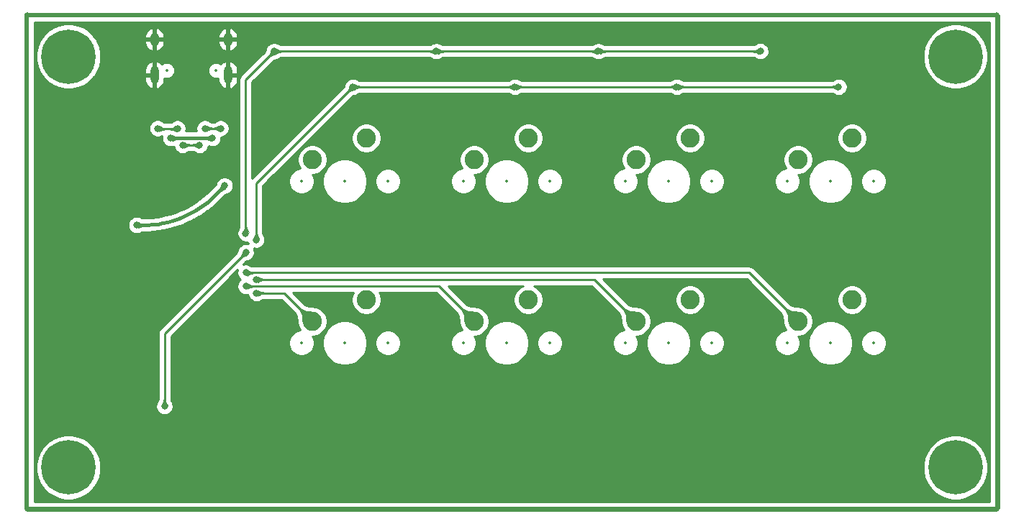
<source format=gbr>
%TF.GenerationSoftware,KiCad,Pcbnew,(5.1.10-1-10_14)*%
%TF.CreationDate,2021-08-29T23:03:25+08:00*%
%TF.ProjectId,SMP v.2,534d5020-762e-4322-9e6b-696361645f70,rev?*%
%TF.SameCoordinates,Original*%
%TF.FileFunction,Copper,L2,Bot*%
%TF.FilePolarity,Positive*%
%FSLAX46Y46*%
G04 Gerber Fmt 4.6, Leading zero omitted, Abs format (unit mm)*
G04 Created by KiCad (PCBNEW (5.1.10-1-10_14)) date 2021-08-29 23:03:25*
%MOMM*%
%LPD*%
G01*
G04 APERTURE LIST*
%TA.AperFunction,Profile*%
%ADD10C,0.050000*%
%TD*%
%TA.AperFunction,NonConductor*%
%ADD11C,0.500000*%
%TD*%
%TA.AperFunction,ComponentPad*%
%ADD12O,1.000000X2.100000*%
%TD*%
%TA.AperFunction,ComponentPad*%
%ADD13O,1.000000X1.600000*%
%TD*%
%TA.AperFunction,ComponentPad*%
%ADD14C,2.250000*%
%TD*%
%TA.AperFunction,ComponentPad*%
%ADD15C,6.400000*%
%TD*%
%TA.AperFunction,ViaPad*%
%ADD16C,0.800000*%
%TD*%
%TA.AperFunction,Conductor*%
%ADD17C,0.254000*%
%TD*%
%TA.AperFunction,Conductor*%
%ADD18C,0.381000*%
%TD*%
%TA.AperFunction,Conductor*%
%ADD19C,0.100000*%
%TD*%
%TA.AperFunction,Conductor*%
%ADD20C,0.025400*%
%TD*%
%ADD21C,0.350000*%
%ADD22O,0.600000X1.700000*%
%ADD23O,0.600000X1.200000*%
G04 APERTURE END LIST*
D10*
X156052520Y-83629500D02*
G75*
G02*
X155727400Y-83954620I-325120J0D01*
G01*
X155727400Y-25214580D02*
G75*
G02*
X156052520Y-25539700I0J-325120D01*
G01*
X41366440Y-25539700D02*
G75*
G02*
X41691560Y-25214580I325120J0D01*
G01*
X41689020Y-83957160D02*
G75*
G02*
X41363900Y-83632040I0J325120D01*
G01*
D11*
X155778200Y-25488900D02*
X155778200Y-83677760D01*
X41640760Y-83677760D02*
X155778200Y-83677760D01*
X41641840Y-25488900D02*
X155778200Y-25488900D01*
X41641840Y-25488900D02*
X41640760Y-83677760D01*
D10*
X41366440Y-25539700D02*
X41363900Y-83632040D01*
X155727400Y-25214580D02*
X41691560Y-25214580D01*
X156052520Y-83629500D02*
X156052520Y-25539700D01*
X41689020Y-83957160D02*
X155727400Y-83954620D01*
D12*
%TO.P,USB1,13*%
%TO.N,GND*%
X65294180Y-32547560D03*
X56654180Y-32547560D03*
D13*
X65294180Y-28367560D03*
X56654180Y-28367560D03*
%TD*%
D14*
%TO.P,MX8,1*%
%TO.N,COL3*%
X132375900Y-61596300D03*
%TO.P,MX8,2*%
%TO.N,Net-(D4-Pad2)*%
X138725900Y-59056300D03*
%TD*%
D15*
%TO.P,H4,1*%
%TO.N,Net-(H4-Pad1)*%
X46528800Y-78790800D03*
%TD*%
%TO.P,H3,1*%
%TO.N,Net-(H3-Pad1)*%
X46528800Y-30378400D03*
%TD*%
%TO.P,H2,1*%
%TO.N,Net-(H2-Pad1)*%
X150901400Y-78790800D03*
%TD*%
%TO.P,H1,1*%
%TO.N,Net-(H1-Pad1)*%
X150901400Y-30378400D03*
%TD*%
D14*
%TO.P,MX7,1*%
%TO.N,COL2*%
X113325900Y-61596300D03*
%TO.P,MX7,2*%
%TO.N,Net-(D8-Pad2)*%
X119675900Y-59056300D03*
%TD*%
%TO.P,MX6,1*%
%TO.N,COL1*%
X94275900Y-61596300D03*
%TO.P,MX6,2*%
%TO.N,Net-(D7-Pad2)*%
X100625900Y-59056300D03*
%TD*%
%TO.P,MX5,1*%
%TO.N,COL0*%
X75225900Y-61596300D03*
%TO.P,MX5,2*%
%TO.N,Net-(D3-Pad2)*%
X81575900Y-59056300D03*
%TD*%
%TO.P,MX4,1*%
%TO.N,COL3*%
X132375900Y-42546300D03*
%TO.P,MX4,2*%
%TO.N,Net-(D2-Pad2)*%
X138725900Y-40006300D03*
%TD*%
%TO.P,MX3,1*%
%TO.N,COL2*%
X113325900Y-42546300D03*
%TO.P,MX3,2*%
%TO.N,Net-(D6-Pad2)*%
X119675900Y-40006300D03*
%TD*%
%TO.P,MX2,1*%
%TO.N,COL1*%
X94275900Y-42546300D03*
%TO.P,MX2,2*%
%TO.N,Net-(D5-Pad2)*%
X100625900Y-40006300D03*
%TD*%
%TO.P,MX1,1*%
%TO.N,COL0*%
X75225900Y-42546300D03*
%TO.P,MX1,2*%
%TO.N,Net-(D1-Pad2)*%
X81575900Y-40006300D03*
%TD*%
D16*
%TO.N,ROW0*%
X137137140Y-33964880D03*
X79984600Y-33964880D03*
X99035446Y-33964880D03*
X118086292Y-33964880D03*
X68613020Y-51978560D03*
%TO.N,ROW1*%
X108864400Y-29763720D03*
X127934720Y-29761180D03*
X89794080Y-29763720D03*
X70723760Y-29763720D03*
X67381120Y-51221640D03*
%TO.N,COL0*%
X68643380Y-58257320D03*
%TO.N,COL1*%
X67393700Y-57439440D03*
%TO.N,COL2*%
X68643380Y-56655800D03*
%TO.N,COL3*%
X67393700Y-55855800D03*
%TO.N,GND*%
X61889640Y-50266480D03*
%TO.N,+5V*%
X54536380Y-50246160D03*
X64886840Y-45597960D03*
%TO.N,Net-(R1-Pad2)*%
X57830720Y-71577200D03*
X67393700Y-53454300D03*
%TO.N,Net-(D9-Pad3)*%
X61951180Y-40815830D03*
X59950410Y-40815830D03*
%TO.N,VCC*%
X58549580Y-40003110D03*
X63449580Y-40003110D03*
%TO.N,Net-(R4-Pad2)*%
X62575440Y-38851720D03*
X64437260Y-38851720D03*
%TO.N,Net-(R8-Pad2)*%
X59354720Y-38851720D03*
X57015380Y-38851720D03*
%TD*%
D17*
%TO.N,ROW0*%
X137137140Y-33964880D02*
X79984600Y-33964880D01*
X68613020Y-45336460D02*
X68613020Y-51978560D01*
X79984600Y-33964880D02*
X68613020Y-45336460D01*
%TO.N,ROW1*%
X127932180Y-29763720D02*
X127934720Y-29761180D01*
X127932180Y-29763720D02*
X70723760Y-29763720D01*
X70723760Y-29763720D02*
X67381120Y-33106360D01*
X67381120Y-33106360D02*
X67381120Y-51221640D01*
%TO.N,COL0*%
X75225900Y-61596300D02*
X71886920Y-58257320D01*
X71886920Y-58257320D02*
X68643380Y-58257320D01*
%TO.N,COL1*%
X94275900Y-61596300D02*
X90119040Y-57439440D01*
X90119040Y-57439440D02*
X67393700Y-57439440D01*
%TO.N,COL2*%
X108836440Y-57106840D02*
X113325900Y-61596300D01*
X108417173Y-56687573D02*
X108836440Y-57106840D01*
X108836440Y-57106840D02*
X108385400Y-56655800D01*
X108385400Y-56655800D02*
X68606502Y-56655800D01*
%TO.N,COL3*%
X132375900Y-61596300D02*
X126635400Y-55855800D01*
X126635400Y-55855800D02*
X67374700Y-55855800D01*
D18*
%TO.N,+5V*%
X55238640Y-50246160D02*
X54536380Y-50246160D01*
X55238640Y-50246160D02*
X55830939Y-50231619D01*
X55830939Y-50231619D02*
X56421811Y-50188034D01*
X56421811Y-50188034D02*
X57009833Y-50115508D01*
X57009833Y-50115508D02*
X57593588Y-50014217D01*
X57593588Y-50014217D02*
X58171669Y-49884404D01*
X58171669Y-49884404D02*
X58742685Y-49726383D01*
X58742685Y-49726383D02*
X59305259Y-49540534D01*
X59305259Y-49540534D02*
X59858037Y-49327304D01*
X59858037Y-49327304D02*
X60399685Y-49087207D01*
X60399685Y-49087207D02*
X60928901Y-48820823D01*
X60928901Y-48820823D02*
X61444408Y-48528791D01*
X61444408Y-48528791D02*
X61944965Y-48211817D01*
X61944965Y-48211817D02*
X62429365Y-47870664D01*
X62429365Y-47870664D02*
X62896443Y-47506153D01*
X62896443Y-47506153D02*
X63345072Y-47119162D01*
X63345072Y-47119162D02*
X63774173Y-46710626D01*
X63774173Y-46710626D02*
X64886840Y-45597960D01*
D17*
%TO.N,Net-(R1-Pad2)*%
X57823100Y-63024900D02*
X57823100Y-71569580D01*
X67393700Y-53454300D02*
X57823100Y-63024900D01*
X57823100Y-71569580D02*
X57830720Y-71577200D01*
%TO.N,Net-(D9-Pad3)*%
X61951180Y-40815830D02*
X59950410Y-40815830D01*
%TO.N,VCC*%
X58508903Y-40093777D02*
X58527090Y-40075590D01*
D18*
X58566710Y-40020240D02*
X58549580Y-40003110D01*
X63399310Y-40025320D02*
X63394230Y-40020240D01*
X58549580Y-40003110D02*
X63449580Y-40003110D01*
D17*
%TO.N,Net-(R4-Pad2)*%
X62575440Y-38851720D02*
X64437260Y-38851720D01*
%TO.N,Net-(R8-Pad2)*%
X57028080Y-38905060D02*
X57015380Y-38917760D01*
X59354720Y-38905060D02*
X57028080Y-38905060D01*
%TD*%
%TO.N,GND*%
X154893201Y-82792760D02*
X42525776Y-82792760D01*
X42525857Y-78413085D01*
X42693800Y-78413085D01*
X42693800Y-79168515D01*
X42841177Y-79909428D01*
X43130267Y-80607354D01*
X43549961Y-81235470D01*
X44084130Y-81769639D01*
X44712246Y-82189333D01*
X45410172Y-82478423D01*
X46151085Y-82625800D01*
X46906515Y-82625800D01*
X47647428Y-82478423D01*
X48345354Y-82189333D01*
X48973470Y-81769639D01*
X49507639Y-81235470D01*
X49927333Y-80607354D01*
X50216423Y-79909428D01*
X50363800Y-79168515D01*
X50363800Y-78413085D01*
X147066400Y-78413085D01*
X147066400Y-79168515D01*
X147213777Y-79909428D01*
X147502867Y-80607354D01*
X147922561Y-81235470D01*
X148456730Y-81769639D01*
X149084846Y-82189333D01*
X149782772Y-82478423D01*
X150523685Y-82625800D01*
X151279115Y-82625800D01*
X152020028Y-82478423D01*
X152717954Y-82189333D01*
X153346070Y-81769639D01*
X153880239Y-81235470D01*
X154299933Y-80607354D01*
X154589023Y-79909428D01*
X154736400Y-79168515D01*
X154736400Y-78413085D01*
X154589023Y-77672172D01*
X154299933Y-76974246D01*
X153880239Y-76346130D01*
X153346070Y-75811961D01*
X152717954Y-75392267D01*
X152020028Y-75103177D01*
X151279115Y-74955800D01*
X150523685Y-74955800D01*
X149782772Y-75103177D01*
X149084846Y-75392267D01*
X148456730Y-75811961D01*
X147922561Y-76346130D01*
X147502867Y-76974246D01*
X147213777Y-77672172D01*
X147066400Y-78413085D01*
X50363800Y-78413085D01*
X50216423Y-77672172D01*
X49927333Y-76974246D01*
X49507639Y-76346130D01*
X48973470Y-75811961D01*
X48345354Y-75392267D01*
X47647428Y-75103177D01*
X46906515Y-74955800D01*
X46151085Y-74955800D01*
X45410172Y-75103177D01*
X44712246Y-75392267D01*
X44084130Y-75811961D01*
X43549961Y-76346130D01*
X43130267Y-76974246D01*
X42841177Y-77672172D01*
X42693800Y-78413085D01*
X42525857Y-78413085D01*
X42525985Y-71475261D01*
X56795720Y-71475261D01*
X56795720Y-71679139D01*
X56835494Y-71879098D01*
X56913515Y-72067456D01*
X57026783Y-72236974D01*
X57170946Y-72381137D01*
X57340464Y-72494405D01*
X57528822Y-72572426D01*
X57728781Y-72612200D01*
X57932659Y-72612200D01*
X58132618Y-72572426D01*
X58320976Y-72494405D01*
X58490494Y-72381137D01*
X58634657Y-72236974D01*
X58747925Y-72067456D01*
X58825946Y-71879098D01*
X58865720Y-71679139D01*
X58865720Y-71475261D01*
X58825946Y-71275302D01*
X58747925Y-71086944D01*
X58716790Y-71040347D01*
X58707721Y-71023640D01*
X58692778Y-70997600D01*
X58656746Y-70938112D01*
X58647746Y-70923692D01*
X58614665Y-70872237D01*
X58591669Y-70836109D01*
X58588033Y-70829814D01*
X58586947Y-70820852D01*
X58585100Y-70768398D01*
X58585100Y-63340530D01*
X66417386Y-55508245D01*
X66398474Y-55553902D01*
X66358700Y-55753861D01*
X66358700Y-55957739D01*
X66398474Y-56157698D01*
X66476495Y-56346056D01*
X66589763Y-56515574D01*
X66721809Y-56647620D01*
X66589763Y-56779666D01*
X66476495Y-56949184D01*
X66398474Y-57137542D01*
X66358700Y-57337501D01*
X66358700Y-57541379D01*
X66398474Y-57741338D01*
X66476495Y-57929696D01*
X66589763Y-58099214D01*
X66733926Y-58243377D01*
X66903444Y-58356645D01*
X67091802Y-58434666D01*
X67291761Y-58474440D01*
X67495639Y-58474440D01*
X67626128Y-58448484D01*
X67648154Y-58559218D01*
X67726175Y-58747576D01*
X67839443Y-58917094D01*
X67983606Y-59061257D01*
X68153124Y-59174525D01*
X68341482Y-59252546D01*
X68541441Y-59292320D01*
X68745319Y-59292320D01*
X68945278Y-59252546D01*
X69133636Y-59174525D01*
X69172398Y-59148625D01*
X69180414Y-59144458D01*
X69208387Y-59129010D01*
X69268113Y-59094037D01*
X69284556Y-59084072D01*
X69337310Y-59050997D01*
X69375120Y-59027332D01*
X69384000Y-59022251D01*
X69392896Y-59021164D01*
X69444682Y-59019320D01*
X71571290Y-59019320D01*
X73087406Y-60535436D01*
X73226186Y-60690210D01*
X73299638Y-60797812D01*
X73338828Y-60880233D01*
X73362187Y-60959416D01*
X73378427Y-61060732D01*
X73390216Y-61201045D01*
X73402098Y-61373909D01*
X73404220Y-61398043D01*
X73424737Y-61589453D01*
X73431846Y-61637994D01*
X73470953Y-61848061D01*
X73485509Y-61909236D01*
X73511298Y-61997875D01*
X73533536Y-62109673D01*
X73666208Y-62429973D01*
X73798538Y-62628019D01*
X73515449Y-62684329D01*
X73240647Y-62798156D01*
X72993331Y-62963407D01*
X72783007Y-63173731D01*
X72617756Y-63421047D01*
X72503929Y-63695849D01*
X72445900Y-63987578D01*
X72445900Y-64285022D01*
X72503929Y-64576751D01*
X72617756Y-64851553D01*
X72783007Y-65098869D01*
X72993331Y-65309193D01*
X73240647Y-65474444D01*
X73515449Y-65588271D01*
X73807178Y-65646300D01*
X74104622Y-65646300D01*
X74396351Y-65588271D01*
X74671153Y-65474444D01*
X74918469Y-65309193D01*
X75128793Y-65098869D01*
X75294044Y-64851553D01*
X75407871Y-64576751D01*
X75465900Y-64285022D01*
X75465900Y-63987578D01*
X75443980Y-63877376D01*
X76407000Y-63877376D01*
X76407000Y-64395224D01*
X76508027Y-64903122D01*
X76706199Y-65381551D01*
X76993900Y-65812126D01*
X77360074Y-66178300D01*
X77790649Y-66466001D01*
X78269078Y-66664173D01*
X78776976Y-66765200D01*
X79294824Y-66765200D01*
X79802722Y-66664173D01*
X80281151Y-66466001D01*
X80711726Y-66178300D01*
X81077900Y-65812126D01*
X81365601Y-65381551D01*
X81563773Y-64903122D01*
X81664800Y-64395224D01*
X81664800Y-63987578D01*
X82605900Y-63987578D01*
X82605900Y-64285022D01*
X82663929Y-64576751D01*
X82777756Y-64851553D01*
X82943007Y-65098869D01*
X83153331Y-65309193D01*
X83400647Y-65474444D01*
X83675449Y-65588271D01*
X83967178Y-65646300D01*
X84264622Y-65646300D01*
X84556351Y-65588271D01*
X84831153Y-65474444D01*
X85078469Y-65309193D01*
X85288793Y-65098869D01*
X85454044Y-64851553D01*
X85567871Y-64576751D01*
X85625900Y-64285022D01*
X85625900Y-63987578D01*
X85567871Y-63695849D01*
X85454044Y-63421047D01*
X85288793Y-63173731D01*
X85078469Y-62963407D01*
X84831153Y-62798156D01*
X84556351Y-62684329D01*
X84264622Y-62626300D01*
X83967178Y-62626300D01*
X83675449Y-62684329D01*
X83400647Y-62798156D01*
X83153331Y-62963407D01*
X82943007Y-63173731D01*
X82777756Y-63421047D01*
X82663929Y-63695849D01*
X82605900Y-63987578D01*
X81664800Y-63987578D01*
X81664800Y-63877376D01*
X81563773Y-63369478D01*
X81365601Y-62891049D01*
X81077900Y-62460474D01*
X80711726Y-62094300D01*
X80281151Y-61806599D01*
X79802722Y-61608427D01*
X79294824Y-61507400D01*
X78776976Y-61507400D01*
X78269078Y-61608427D01*
X77790649Y-61806599D01*
X77360074Y-62094300D01*
X76993900Y-62460474D01*
X76706199Y-62891049D01*
X76508027Y-63369478D01*
X76407000Y-63877376D01*
X75443980Y-63877376D01*
X75407871Y-63695849D01*
X75294044Y-63421047D01*
X75250782Y-63356300D01*
X75399245Y-63356300D01*
X75739273Y-63288664D01*
X76059573Y-63155992D01*
X76347835Y-62963381D01*
X76592981Y-62718235D01*
X76785592Y-62429973D01*
X76918264Y-62109673D01*
X76985900Y-61769645D01*
X76985900Y-61422955D01*
X76918264Y-61082927D01*
X76785592Y-60762627D01*
X76592981Y-60474365D01*
X76347835Y-60229219D01*
X76059573Y-60036608D01*
X75739273Y-59903936D01*
X75627475Y-59881698D01*
X75538836Y-59855909D01*
X75477661Y-59841353D01*
X75267594Y-59802246D01*
X75219053Y-59795137D01*
X75027643Y-59774620D01*
X75003509Y-59772498D01*
X74830645Y-59760616D01*
X74690332Y-59748827D01*
X74589016Y-59732587D01*
X74509833Y-59709228D01*
X74427412Y-59670038D01*
X74319810Y-59596586D01*
X74165036Y-59457806D01*
X72908670Y-58201440D01*
X80030365Y-58201440D01*
X80016208Y-58222627D01*
X79883536Y-58542927D01*
X79815900Y-58882955D01*
X79815900Y-59229645D01*
X79883536Y-59569673D01*
X80016208Y-59889973D01*
X80208819Y-60178235D01*
X80453965Y-60423381D01*
X80742227Y-60615992D01*
X81062527Y-60748664D01*
X81402555Y-60816300D01*
X81749245Y-60816300D01*
X82089273Y-60748664D01*
X82409573Y-60615992D01*
X82697835Y-60423381D01*
X82942981Y-60178235D01*
X83135592Y-59889973D01*
X83268264Y-59569673D01*
X83335900Y-59229645D01*
X83335900Y-58882955D01*
X83268264Y-58542927D01*
X83135592Y-58222627D01*
X83121435Y-58201440D01*
X89803410Y-58201440D01*
X92137406Y-60535437D01*
X92276186Y-60690210D01*
X92349638Y-60797812D01*
X92388828Y-60880233D01*
X92412187Y-60959416D01*
X92428427Y-61060732D01*
X92440216Y-61201045D01*
X92452098Y-61373909D01*
X92454220Y-61398043D01*
X92474737Y-61589453D01*
X92481846Y-61637994D01*
X92520953Y-61848061D01*
X92535509Y-61909236D01*
X92561298Y-61997875D01*
X92583536Y-62109673D01*
X92716208Y-62429973D01*
X92848538Y-62628019D01*
X92565449Y-62684329D01*
X92290647Y-62798156D01*
X92043331Y-62963407D01*
X91833007Y-63173731D01*
X91667756Y-63421047D01*
X91553929Y-63695849D01*
X91495900Y-63987578D01*
X91495900Y-64285022D01*
X91553929Y-64576751D01*
X91667756Y-64851553D01*
X91833007Y-65098869D01*
X92043331Y-65309193D01*
X92290647Y-65474444D01*
X92565449Y-65588271D01*
X92857178Y-65646300D01*
X93154622Y-65646300D01*
X93446351Y-65588271D01*
X93721153Y-65474444D01*
X93968469Y-65309193D01*
X94178793Y-65098869D01*
X94344044Y-64851553D01*
X94457871Y-64576751D01*
X94515900Y-64285022D01*
X94515900Y-63987578D01*
X94493980Y-63877376D01*
X95457000Y-63877376D01*
X95457000Y-64395224D01*
X95558027Y-64903122D01*
X95756199Y-65381551D01*
X96043900Y-65812126D01*
X96410074Y-66178300D01*
X96840649Y-66466001D01*
X97319078Y-66664173D01*
X97826976Y-66765200D01*
X98344824Y-66765200D01*
X98852722Y-66664173D01*
X99331151Y-66466001D01*
X99761726Y-66178300D01*
X100127900Y-65812126D01*
X100415601Y-65381551D01*
X100613773Y-64903122D01*
X100714800Y-64395224D01*
X100714800Y-63987578D01*
X101655900Y-63987578D01*
X101655900Y-64285022D01*
X101713929Y-64576751D01*
X101827756Y-64851553D01*
X101993007Y-65098869D01*
X102203331Y-65309193D01*
X102450647Y-65474444D01*
X102725449Y-65588271D01*
X103017178Y-65646300D01*
X103314622Y-65646300D01*
X103606351Y-65588271D01*
X103881153Y-65474444D01*
X104128469Y-65309193D01*
X104338793Y-65098869D01*
X104504044Y-64851553D01*
X104617871Y-64576751D01*
X104675900Y-64285022D01*
X104675900Y-63987578D01*
X104617871Y-63695849D01*
X104504044Y-63421047D01*
X104338793Y-63173731D01*
X104128469Y-62963407D01*
X103881153Y-62798156D01*
X103606351Y-62684329D01*
X103314622Y-62626300D01*
X103017178Y-62626300D01*
X102725449Y-62684329D01*
X102450647Y-62798156D01*
X102203331Y-62963407D01*
X101993007Y-63173731D01*
X101827756Y-63421047D01*
X101713929Y-63695849D01*
X101655900Y-63987578D01*
X100714800Y-63987578D01*
X100714800Y-63877376D01*
X100613773Y-63369478D01*
X100415601Y-62891049D01*
X100127900Y-62460474D01*
X99761726Y-62094300D01*
X99331151Y-61806599D01*
X98852722Y-61608427D01*
X98344824Y-61507400D01*
X97826976Y-61507400D01*
X97319078Y-61608427D01*
X96840649Y-61806599D01*
X96410074Y-62094300D01*
X96043900Y-62460474D01*
X95756199Y-62891049D01*
X95558027Y-63369478D01*
X95457000Y-63877376D01*
X94493980Y-63877376D01*
X94457871Y-63695849D01*
X94344044Y-63421047D01*
X94300782Y-63356300D01*
X94449245Y-63356300D01*
X94789273Y-63288664D01*
X95109573Y-63155992D01*
X95397835Y-62963381D01*
X95642981Y-62718235D01*
X95835592Y-62429973D01*
X95968264Y-62109673D01*
X96035900Y-61769645D01*
X96035900Y-61422955D01*
X95968264Y-61082927D01*
X95835592Y-60762627D01*
X95642981Y-60474365D01*
X95397835Y-60229219D01*
X95109573Y-60036608D01*
X94789273Y-59903936D01*
X94677475Y-59881698D01*
X94588836Y-59855909D01*
X94527661Y-59841353D01*
X94317594Y-59802246D01*
X94269053Y-59795137D01*
X94077643Y-59774620D01*
X94053509Y-59772498D01*
X93880645Y-59760616D01*
X93740332Y-59748827D01*
X93639016Y-59732587D01*
X93559833Y-59709228D01*
X93477412Y-59670038D01*
X93369810Y-59596586D01*
X93215037Y-59457806D01*
X91175030Y-57417800D01*
X99982487Y-57417800D01*
X99792227Y-57496608D01*
X99503965Y-57689219D01*
X99258819Y-57934365D01*
X99066208Y-58222627D01*
X98933536Y-58542927D01*
X98865900Y-58882955D01*
X98865900Y-59229645D01*
X98933536Y-59569673D01*
X99066208Y-59889973D01*
X99258819Y-60178235D01*
X99503965Y-60423381D01*
X99792227Y-60615992D01*
X100112527Y-60748664D01*
X100452555Y-60816300D01*
X100799245Y-60816300D01*
X101139273Y-60748664D01*
X101459573Y-60615992D01*
X101747835Y-60423381D01*
X101992981Y-60178235D01*
X102185592Y-59889973D01*
X102318264Y-59569673D01*
X102385900Y-59229645D01*
X102385900Y-58882955D01*
X102318264Y-58542927D01*
X102185592Y-58222627D01*
X101992981Y-57934365D01*
X101747835Y-57689219D01*
X101459573Y-57496608D01*
X101269313Y-57417800D01*
X108069770Y-57417800D01*
X111187407Y-60535437D01*
X111326186Y-60690210D01*
X111399638Y-60797812D01*
X111438828Y-60880233D01*
X111462187Y-60959416D01*
X111478427Y-61060732D01*
X111490216Y-61201045D01*
X111502098Y-61373909D01*
X111504220Y-61398043D01*
X111524737Y-61589453D01*
X111531846Y-61637994D01*
X111570953Y-61848061D01*
X111585509Y-61909236D01*
X111611298Y-61997875D01*
X111633536Y-62109673D01*
X111766208Y-62429973D01*
X111898538Y-62628019D01*
X111615449Y-62684329D01*
X111340647Y-62798156D01*
X111093331Y-62963407D01*
X110883007Y-63173731D01*
X110717756Y-63421047D01*
X110603929Y-63695849D01*
X110545900Y-63987578D01*
X110545900Y-64285022D01*
X110603929Y-64576751D01*
X110717756Y-64851553D01*
X110883007Y-65098869D01*
X111093331Y-65309193D01*
X111340647Y-65474444D01*
X111615449Y-65588271D01*
X111907178Y-65646300D01*
X112204622Y-65646300D01*
X112496351Y-65588271D01*
X112771153Y-65474444D01*
X113018469Y-65309193D01*
X113228793Y-65098869D01*
X113394044Y-64851553D01*
X113507871Y-64576751D01*
X113565900Y-64285022D01*
X113565900Y-63987578D01*
X113543980Y-63877376D01*
X114507000Y-63877376D01*
X114507000Y-64395224D01*
X114608027Y-64903122D01*
X114806199Y-65381551D01*
X115093900Y-65812126D01*
X115460074Y-66178300D01*
X115890649Y-66466001D01*
X116369078Y-66664173D01*
X116876976Y-66765200D01*
X117394824Y-66765200D01*
X117902722Y-66664173D01*
X118381151Y-66466001D01*
X118811726Y-66178300D01*
X119177900Y-65812126D01*
X119465601Y-65381551D01*
X119663773Y-64903122D01*
X119764800Y-64395224D01*
X119764800Y-63987578D01*
X120705900Y-63987578D01*
X120705900Y-64285022D01*
X120763929Y-64576751D01*
X120877756Y-64851553D01*
X121043007Y-65098869D01*
X121253331Y-65309193D01*
X121500647Y-65474444D01*
X121775449Y-65588271D01*
X122067178Y-65646300D01*
X122364622Y-65646300D01*
X122656351Y-65588271D01*
X122931153Y-65474444D01*
X123178469Y-65309193D01*
X123388793Y-65098869D01*
X123554044Y-64851553D01*
X123667871Y-64576751D01*
X123725900Y-64285022D01*
X123725900Y-63987578D01*
X123667871Y-63695849D01*
X123554044Y-63421047D01*
X123388793Y-63173731D01*
X123178469Y-62963407D01*
X122931153Y-62798156D01*
X122656351Y-62684329D01*
X122364622Y-62626300D01*
X122067178Y-62626300D01*
X121775449Y-62684329D01*
X121500647Y-62798156D01*
X121253331Y-62963407D01*
X121043007Y-63173731D01*
X120877756Y-63421047D01*
X120763929Y-63695849D01*
X120705900Y-63987578D01*
X119764800Y-63987578D01*
X119764800Y-63877376D01*
X119663773Y-63369478D01*
X119465601Y-62891049D01*
X119177900Y-62460474D01*
X118811726Y-62094300D01*
X118381151Y-61806599D01*
X117902722Y-61608427D01*
X117394824Y-61507400D01*
X116876976Y-61507400D01*
X116369078Y-61608427D01*
X115890649Y-61806599D01*
X115460074Y-62094300D01*
X115093900Y-62460474D01*
X114806199Y-62891049D01*
X114608027Y-63369478D01*
X114507000Y-63877376D01*
X113543980Y-63877376D01*
X113507871Y-63695849D01*
X113394044Y-63421047D01*
X113350782Y-63356300D01*
X113499245Y-63356300D01*
X113839273Y-63288664D01*
X114159573Y-63155992D01*
X114447835Y-62963381D01*
X114692981Y-62718235D01*
X114885592Y-62429973D01*
X115018264Y-62109673D01*
X115085900Y-61769645D01*
X115085900Y-61422955D01*
X115018264Y-61082927D01*
X114885592Y-60762627D01*
X114692981Y-60474365D01*
X114447835Y-60229219D01*
X114159573Y-60036608D01*
X113839273Y-59903936D01*
X113727475Y-59881698D01*
X113638836Y-59855909D01*
X113577661Y-59841353D01*
X113367594Y-59802246D01*
X113319053Y-59795137D01*
X113127643Y-59774620D01*
X113103509Y-59772498D01*
X112930645Y-59760616D01*
X112790332Y-59748827D01*
X112689016Y-59732587D01*
X112609833Y-59709228D01*
X112527412Y-59670038D01*
X112419810Y-59596586D01*
X112265037Y-59457807D01*
X111690185Y-58882955D01*
X117915900Y-58882955D01*
X117915900Y-59229645D01*
X117983536Y-59569673D01*
X118116208Y-59889973D01*
X118308819Y-60178235D01*
X118553965Y-60423381D01*
X118842227Y-60615992D01*
X119162527Y-60748664D01*
X119502555Y-60816300D01*
X119849245Y-60816300D01*
X120189273Y-60748664D01*
X120509573Y-60615992D01*
X120797835Y-60423381D01*
X121042981Y-60178235D01*
X121235592Y-59889973D01*
X121368264Y-59569673D01*
X121435900Y-59229645D01*
X121435900Y-58882955D01*
X121368264Y-58542927D01*
X121235592Y-58222627D01*
X121042981Y-57934365D01*
X120797835Y-57689219D01*
X120509573Y-57496608D01*
X120189273Y-57363936D01*
X119849245Y-57296300D01*
X119502555Y-57296300D01*
X119162527Y-57363936D01*
X118842227Y-57496608D01*
X118553965Y-57689219D01*
X118308819Y-57934365D01*
X118116208Y-58222627D01*
X117983536Y-58542927D01*
X117915900Y-58882955D01*
X111690185Y-58882955D01*
X109425030Y-56617800D01*
X126319770Y-56617800D01*
X130237407Y-60535438D01*
X130376186Y-60690210D01*
X130449638Y-60797812D01*
X130488828Y-60880233D01*
X130512187Y-60959416D01*
X130528427Y-61060732D01*
X130540216Y-61201045D01*
X130552098Y-61373909D01*
X130554220Y-61398043D01*
X130574737Y-61589453D01*
X130581846Y-61637994D01*
X130620953Y-61848061D01*
X130635509Y-61909236D01*
X130661298Y-61997875D01*
X130683536Y-62109673D01*
X130816208Y-62429973D01*
X130948538Y-62628019D01*
X130665449Y-62684329D01*
X130390647Y-62798156D01*
X130143331Y-62963407D01*
X129933007Y-63173731D01*
X129767756Y-63421047D01*
X129653929Y-63695849D01*
X129595900Y-63987578D01*
X129595900Y-64285022D01*
X129653929Y-64576751D01*
X129767756Y-64851553D01*
X129933007Y-65098869D01*
X130143331Y-65309193D01*
X130390647Y-65474444D01*
X130665449Y-65588271D01*
X130957178Y-65646300D01*
X131254622Y-65646300D01*
X131546351Y-65588271D01*
X131821153Y-65474444D01*
X132068469Y-65309193D01*
X132278793Y-65098869D01*
X132444044Y-64851553D01*
X132557871Y-64576751D01*
X132615900Y-64285022D01*
X132615900Y-63987578D01*
X132593980Y-63877376D01*
X133557000Y-63877376D01*
X133557000Y-64395224D01*
X133658027Y-64903122D01*
X133856199Y-65381551D01*
X134143900Y-65812126D01*
X134510074Y-66178300D01*
X134940649Y-66466001D01*
X135419078Y-66664173D01*
X135926976Y-66765200D01*
X136444824Y-66765200D01*
X136952722Y-66664173D01*
X137431151Y-66466001D01*
X137861726Y-66178300D01*
X138227900Y-65812126D01*
X138515601Y-65381551D01*
X138713773Y-64903122D01*
X138814800Y-64395224D01*
X138814800Y-63987578D01*
X139755900Y-63987578D01*
X139755900Y-64285022D01*
X139813929Y-64576751D01*
X139927756Y-64851553D01*
X140093007Y-65098869D01*
X140303331Y-65309193D01*
X140550647Y-65474444D01*
X140825449Y-65588271D01*
X141117178Y-65646300D01*
X141414622Y-65646300D01*
X141706351Y-65588271D01*
X141981153Y-65474444D01*
X142228469Y-65309193D01*
X142438793Y-65098869D01*
X142604044Y-64851553D01*
X142717871Y-64576751D01*
X142775900Y-64285022D01*
X142775900Y-63987578D01*
X142717871Y-63695849D01*
X142604044Y-63421047D01*
X142438793Y-63173731D01*
X142228469Y-62963407D01*
X141981153Y-62798156D01*
X141706351Y-62684329D01*
X141414622Y-62626300D01*
X141117178Y-62626300D01*
X140825449Y-62684329D01*
X140550647Y-62798156D01*
X140303331Y-62963407D01*
X140093007Y-63173731D01*
X139927756Y-63421047D01*
X139813929Y-63695849D01*
X139755900Y-63987578D01*
X138814800Y-63987578D01*
X138814800Y-63877376D01*
X138713773Y-63369478D01*
X138515601Y-62891049D01*
X138227900Y-62460474D01*
X137861726Y-62094300D01*
X137431151Y-61806599D01*
X136952722Y-61608427D01*
X136444824Y-61507400D01*
X135926976Y-61507400D01*
X135419078Y-61608427D01*
X134940649Y-61806599D01*
X134510074Y-62094300D01*
X134143900Y-62460474D01*
X133856199Y-62891049D01*
X133658027Y-63369478D01*
X133557000Y-63877376D01*
X132593980Y-63877376D01*
X132557871Y-63695849D01*
X132444044Y-63421047D01*
X132400782Y-63356300D01*
X132549245Y-63356300D01*
X132889273Y-63288664D01*
X133209573Y-63155992D01*
X133497835Y-62963381D01*
X133742981Y-62718235D01*
X133935592Y-62429973D01*
X134068264Y-62109673D01*
X134135900Y-61769645D01*
X134135900Y-61422955D01*
X134068264Y-61082927D01*
X133935592Y-60762627D01*
X133742981Y-60474365D01*
X133497835Y-60229219D01*
X133209573Y-60036608D01*
X132889273Y-59903936D01*
X132777475Y-59881698D01*
X132688836Y-59855909D01*
X132627661Y-59841353D01*
X132417594Y-59802246D01*
X132369053Y-59795137D01*
X132177643Y-59774620D01*
X132153509Y-59772498D01*
X131980645Y-59760616D01*
X131840332Y-59748827D01*
X131739016Y-59732587D01*
X131659833Y-59709228D01*
X131577412Y-59670038D01*
X131469810Y-59596586D01*
X131315038Y-59457807D01*
X130740186Y-58882955D01*
X136965900Y-58882955D01*
X136965900Y-59229645D01*
X137033536Y-59569673D01*
X137166208Y-59889973D01*
X137358819Y-60178235D01*
X137603965Y-60423381D01*
X137892227Y-60615992D01*
X138212527Y-60748664D01*
X138552555Y-60816300D01*
X138899245Y-60816300D01*
X139239273Y-60748664D01*
X139559573Y-60615992D01*
X139847835Y-60423381D01*
X140092981Y-60178235D01*
X140285592Y-59889973D01*
X140418264Y-59569673D01*
X140485900Y-59229645D01*
X140485900Y-58882955D01*
X140418264Y-58542927D01*
X140285592Y-58222627D01*
X140092981Y-57934365D01*
X139847835Y-57689219D01*
X139559573Y-57496608D01*
X139239273Y-57363936D01*
X138899245Y-57296300D01*
X138552555Y-57296300D01*
X138212527Y-57363936D01*
X137892227Y-57496608D01*
X137603965Y-57689219D01*
X137358819Y-57934365D01*
X137166208Y-58222627D01*
X137033536Y-58542927D01*
X136965900Y-58882955D01*
X130740186Y-58882955D01*
X127200684Y-55343454D01*
X127176822Y-55314378D01*
X127060792Y-55219155D01*
X126928415Y-55148398D01*
X126784778Y-55104826D01*
X126672826Y-55093800D01*
X126672823Y-55093800D01*
X126635400Y-55090114D01*
X126597977Y-55093800D01*
X68176656Y-55093800D01*
X68131067Y-55092084D01*
X68127622Y-55090029D01*
X68090324Y-55065848D01*
X68088723Y-55064814D01*
X68037661Y-55031927D01*
X68018779Y-55020228D01*
X67960846Y-54985721D01*
X67930159Y-54968575D01*
X67924018Y-54965364D01*
X67883956Y-54938595D01*
X67695598Y-54860574D01*
X67495639Y-54820800D01*
X67291761Y-54820800D01*
X67091802Y-54860574D01*
X67046145Y-54879486D01*
X67365908Y-54559723D01*
X67403834Y-54524404D01*
X67410889Y-54518885D01*
X67420763Y-54516199D01*
X67464705Y-54506088D01*
X67524920Y-54492282D01*
X67543598Y-54487701D01*
X67610559Y-54470198D01*
X67641256Y-54461343D01*
X67649870Y-54458622D01*
X67695598Y-54449526D01*
X67883956Y-54371505D01*
X68053474Y-54258237D01*
X68197637Y-54114074D01*
X68310905Y-53944556D01*
X68388926Y-53756198D01*
X68428700Y-53556239D01*
X68428700Y-53352361D01*
X68388926Y-53152402D01*
X68315283Y-52974614D01*
X68511081Y-53013560D01*
X68714959Y-53013560D01*
X68914918Y-52973786D01*
X69103276Y-52895765D01*
X69272794Y-52782497D01*
X69416957Y-52638334D01*
X69530225Y-52468816D01*
X69608246Y-52280458D01*
X69648020Y-52080499D01*
X69648020Y-51876621D01*
X69608246Y-51676662D01*
X69530225Y-51488304D01*
X69504329Y-51449548D01*
X69500160Y-51441528D01*
X69484710Y-51413552D01*
X69449737Y-51353826D01*
X69439772Y-51337383D01*
X69406697Y-51284629D01*
X69383032Y-51246819D01*
X69377951Y-51237939D01*
X69376864Y-51229044D01*
X69375020Y-51177257D01*
X69375020Y-45652090D01*
X70089532Y-44937578D01*
X72445900Y-44937578D01*
X72445900Y-45235022D01*
X72503929Y-45526751D01*
X72617756Y-45801553D01*
X72783007Y-46048869D01*
X72993331Y-46259193D01*
X73240647Y-46424444D01*
X73515449Y-46538271D01*
X73807178Y-46596300D01*
X74104622Y-46596300D01*
X74396351Y-46538271D01*
X74671153Y-46424444D01*
X74918469Y-46259193D01*
X75128793Y-46048869D01*
X75294044Y-45801553D01*
X75407871Y-45526751D01*
X75465900Y-45235022D01*
X75465900Y-44937578D01*
X75443980Y-44827376D01*
X76407000Y-44827376D01*
X76407000Y-45345224D01*
X76508027Y-45853122D01*
X76706199Y-46331551D01*
X76993900Y-46762126D01*
X77360074Y-47128300D01*
X77790649Y-47416001D01*
X78269078Y-47614173D01*
X78776976Y-47715200D01*
X79294824Y-47715200D01*
X79802722Y-47614173D01*
X80281151Y-47416001D01*
X80711726Y-47128300D01*
X81077900Y-46762126D01*
X81365601Y-46331551D01*
X81563773Y-45853122D01*
X81664800Y-45345224D01*
X81664800Y-44937578D01*
X82605900Y-44937578D01*
X82605900Y-45235022D01*
X82663929Y-45526751D01*
X82777756Y-45801553D01*
X82943007Y-46048869D01*
X83153331Y-46259193D01*
X83400647Y-46424444D01*
X83675449Y-46538271D01*
X83967178Y-46596300D01*
X84264622Y-46596300D01*
X84556351Y-46538271D01*
X84831153Y-46424444D01*
X85078469Y-46259193D01*
X85288793Y-46048869D01*
X85454044Y-45801553D01*
X85567871Y-45526751D01*
X85625900Y-45235022D01*
X85625900Y-44937578D01*
X91495900Y-44937578D01*
X91495900Y-45235022D01*
X91553929Y-45526751D01*
X91667756Y-45801553D01*
X91833007Y-46048869D01*
X92043331Y-46259193D01*
X92290647Y-46424444D01*
X92565449Y-46538271D01*
X92857178Y-46596300D01*
X93154622Y-46596300D01*
X93446351Y-46538271D01*
X93721153Y-46424444D01*
X93968469Y-46259193D01*
X94178793Y-46048869D01*
X94344044Y-45801553D01*
X94457871Y-45526751D01*
X94515900Y-45235022D01*
X94515900Y-44937578D01*
X94493980Y-44827376D01*
X95457000Y-44827376D01*
X95457000Y-45345224D01*
X95558027Y-45853122D01*
X95756199Y-46331551D01*
X96043900Y-46762126D01*
X96410074Y-47128300D01*
X96840649Y-47416001D01*
X97319078Y-47614173D01*
X97826976Y-47715200D01*
X98344824Y-47715200D01*
X98852722Y-47614173D01*
X99331151Y-47416001D01*
X99761726Y-47128300D01*
X100127900Y-46762126D01*
X100415601Y-46331551D01*
X100613773Y-45853122D01*
X100714800Y-45345224D01*
X100714800Y-44937578D01*
X101655900Y-44937578D01*
X101655900Y-45235022D01*
X101713929Y-45526751D01*
X101827756Y-45801553D01*
X101993007Y-46048869D01*
X102203331Y-46259193D01*
X102450647Y-46424444D01*
X102725449Y-46538271D01*
X103017178Y-46596300D01*
X103314622Y-46596300D01*
X103606351Y-46538271D01*
X103881153Y-46424444D01*
X104128469Y-46259193D01*
X104338793Y-46048869D01*
X104504044Y-45801553D01*
X104617871Y-45526751D01*
X104675900Y-45235022D01*
X104675900Y-44937578D01*
X110545900Y-44937578D01*
X110545900Y-45235022D01*
X110603929Y-45526751D01*
X110717756Y-45801553D01*
X110883007Y-46048869D01*
X111093331Y-46259193D01*
X111340647Y-46424444D01*
X111615449Y-46538271D01*
X111907178Y-46596300D01*
X112204622Y-46596300D01*
X112496351Y-46538271D01*
X112771153Y-46424444D01*
X113018469Y-46259193D01*
X113228793Y-46048869D01*
X113394044Y-45801553D01*
X113507871Y-45526751D01*
X113565900Y-45235022D01*
X113565900Y-44937578D01*
X113543980Y-44827376D01*
X114507000Y-44827376D01*
X114507000Y-45345224D01*
X114608027Y-45853122D01*
X114806199Y-46331551D01*
X115093900Y-46762126D01*
X115460074Y-47128300D01*
X115890649Y-47416001D01*
X116369078Y-47614173D01*
X116876976Y-47715200D01*
X117394824Y-47715200D01*
X117902722Y-47614173D01*
X118381151Y-47416001D01*
X118811726Y-47128300D01*
X119177900Y-46762126D01*
X119465601Y-46331551D01*
X119663773Y-45853122D01*
X119764800Y-45345224D01*
X119764800Y-44937578D01*
X120705900Y-44937578D01*
X120705900Y-45235022D01*
X120763929Y-45526751D01*
X120877756Y-45801553D01*
X121043007Y-46048869D01*
X121253331Y-46259193D01*
X121500647Y-46424444D01*
X121775449Y-46538271D01*
X122067178Y-46596300D01*
X122364622Y-46596300D01*
X122656351Y-46538271D01*
X122931153Y-46424444D01*
X123178469Y-46259193D01*
X123388793Y-46048869D01*
X123554044Y-45801553D01*
X123667871Y-45526751D01*
X123725900Y-45235022D01*
X123725900Y-44937578D01*
X129595900Y-44937578D01*
X129595900Y-45235022D01*
X129653929Y-45526751D01*
X129767756Y-45801553D01*
X129933007Y-46048869D01*
X130143331Y-46259193D01*
X130390647Y-46424444D01*
X130665449Y-46538271D01*
X130957178Y-46596300D01*
X131254622Y-46596300D01*
X131546351Y-46538271D01*
X131821153Y-46424444D01*
X132068469Y-46259193D01*
X132278793Y-46048869D01*
X132444044Y-45801553D01*
X132557871Y-45526751D01*
X132615900Y-45235022D01*
X132615900Y-44937578D01*
X132593980Y-44827376D01*
X133557000Y-44827376D01*
X133557000Y-45345224D01*
X133658027Y-45853122D01*
X133856199Y-46331551D01*
X134143900Y-46762126D01*
X134510074Y-47128300D01*
X134940649Y-47416001D01*
X135419078Y-47614173D01*
X135926976Y-47715200D01*
X136444824Y-47715200D01*
X136952722Y-47614173D01*
X137431151Y-47416001D01*
X137861726Y-47128300D01*
X138227900Y-46762126D01*
X138515601Y-46331551D01*
X138713773Y-45853122D01*
X138814800Y-45345224D01*
X138814800Y-44937578D01*
X139755900Y-44937578D01*
X139755900Y-45235022D01*
X139813929Y-45526751D01*
X139927756Y-45801553D01*
X140093007Y-46048869D01*
X140303331Y-46259193D01*
X140550647Y-46424444D01*
X140825449Y-46538271D01*
X141117178Y-46596300D01*
X141414622Y-46596300D01*
X141706351Y-46538271D01*
X141981153Y-46424444D01*
X142228469Y-46259193D01*
X142438793Y-46048869D01*
X142604044Y-45801553D01*
X142717871Y-45526751D01*
X142775900Y-45235022D01*
X142775900Y-44937578D01*
X142717871Y-44645849D01*
X142604044Y-44371047D01*
X142438793Y-44123731D01*
X142228469Y-43913407D01*
X141981153Y-43748156D01*
X141706351Y-43634329D01*
X141414622Y-43576300D01*
X141117178Y-43576300D01*
X140825449Y-43634329D01*
X140550647Y-43748156D01*
X140303331Y-43913407D01*
X140093007Y-44123731D01*
X139927756Y-44371047D01*
X139813929Y-44645849D01*
X139755900Y-44937578D01*
X138814800Y-44937578D01*
X138814800Y-44827376D01*
X138713773Y-44319478D01*
X138515601Y-43841049D01*
X138227900Y-43410474D01*
X137861726Y-43044300D01*
X137431151Y-42756599D01*
X136952722Y-42558427D01*
X136444824Y-42457400D01*
X135926976Y-42457400D01*
X135419078Y-42558427D01*
X134940649Y-42756599D01*
X134510074Y-43044300D01*
X134143900Y-43410474D01*
X133856199Y-43841049D01*
X133658027Y-44319478D01*
X133557000Y-44827376D01*
X132593980Y-44827376D01*
X132557871Y-44645849D01*
X132444044Y-44371047D01*
X132400782Y-44306300D01*
X132549245Y-44306300D01*
X132889273Y-44238664D01*
X133209573Y-44105992D01*
X133497835Y-43913381D01*
X133742981Y-43668235D01*
X133935592Y-43379973D01*
X134068264Y-43059673D01*
X134135900Y-42719645D01*
X134135900Y-42372955D01*
X134068264Y-42032927D01*
X133935592Y-41712627D01*
X133742981Y-41424365D01*
X133497835Y-41179219D01*
X133209573Y-40986608D01*
X132889273Y-40853936D01*
X132549245Y-40786300D01*
X132202555Y-40786300D01*
X131862527Y-40853936D01*
X131542227Y-40986608D01*
X131253965Y-41179219D01*
X131008819Y-41424365D01*
X130816208Y-41712627D01*
X130683536Y-42032927D01*
X130615900Y-42372955D01*
X130615900Y-42719645D01*
X130683536Y-43059673D01*
X130816208Y-43379973D01*
X130948538Y-43578019D01*
X130665449Y-43634329D01*
X130390647Y-43748156D01*
X130143331Y-43913407D01*
X129933007Y-44123731D01*
X129767756Y-44371047D01*
X129653929Y-44645849D01*
X129595900Y-44937578D01*
X123725900Y-44937578D01*
X123667871Y-44645849D01*
X123554044Y-44371047D01*
X123388793Y-44123731D01*
X123178469Y-43913407D01*
X122931153Y-43748156D01*
X122656351Y-43634329D01*
X122364622Y-43576300D01*
X122067178Y-43576300D01*
X121775449Y-43634329D01*
X121500647Y-43748156D01*
X121253331Y-43913407D01*
X121043007Y-44123731D01*
X120877756Y-44371047D01*
X120763929Y-44645849D01*
X120705900Y-44937578D01*
X119764800Y-44937578D01*
X119764800Y-44827376D01*
X119663773Y-44319478D01*
X119465601Y-43841049D01*
X119177900Y-43410474D01*
X118811726Y-43044300D01*
X118381151Y-42756599D01*
X117902722Y-42558427D01*
X117394824Y-42457400D01*
X116876976Y-42457400D01*
X116369078Y-42558427D01*
X115890649Y-42756599D01*
X115460074Y-43044300D01*
X115093900Y-43410474D01*
X114806199Y-43841049D01*
X114608027Y-44319478D01*
X114507000Y-44827376D01*
X113543980Y-44827376D01*
X113507871Y-44645849D01*
X113394044Y-44371047D01*
X113350782Y-44306300D01*
X113499245Y-44306300D01*
X113839273Y-44238664D01*
X114159573Y-44105992D01*
X114447835Y-43913381D01*
X114692981Y-43668235D01*
X114885592Y-43379973D01*
X115018264Y-43059673D01*
X115085900Y-42719645D01*
X115085900Y-42372955D01*
X115018264Y-42032927D01*
X114885592Y-41712627D01*
X114692981Y-41424365D01*
X114447835Y-41179219D01*
X114159573Y-40986608D01*
X113839273Y-40853936D01*
X113499245Y-40786300D01*
X113152555Y-40786300D01*
X112812527Y-40853936D01*
X112492227Y-40986608D01*
X112203965Y-41179219D01*
X111958819Y-41424365D01*
X111766208Y-41712627D01*
X111633536Y-42032927D01*
X111565900Y-42372955D01*
X111565900Y-42719645D01*
X111633536Y-43059673D01*
X111766208Y-43379973D01*
X111898538Y-43578019D01*
X111615449Y-43634329D01*
X111340647Y-43748156D01*
X111093331Y-43913407D01*
X110883007Y-44123731D01*
X110717756Y-44371047D01*
X110603929Y-44645849D01*
X110545900Y-44937578D01*
X104675900Y-44937578D01*
X104617871Y-44645849D01*
X104504044Y-44371047D01*
X104338793Y-44123731D01*
X104128469Y-43913407D01*
X103881153Y-43748156D01*
X103606351Y-43634329D01*
X103314622Y-43576300D01*
X103017178Y-43576300D01*
X102725449Y-43634329D01*
X102450647Y-43748156D01*
X102203331Y-43913407D01*
X101993007Y-44123731D01*
X101827756Y-44371047D01*
X101713929Y-44645849D01*
X101655900Y-44937578D01*
X100714800Y-44937578D01*
X100714800Y-44827376D01*
X100613773Y-44319478D01*
X100415601Y-43841049D01*
X100127900Y-43410474D01*
X99761726Y-43044300D01*
X99331151Y-42756599D01*
X98852722Y-42558427D01*
X98344824Y-42457400D01*
X97826976Y-42457400D01*
X97319078Y-42558427D01*
X96840649Y-42756599D01*
X96410074Y-43044300D01*
X96043900Y-43410474D01*
X95756199Y-43841049D01*
X95558027Y-44319478D01*
X95457000Y-44827376D01*
X94493980Y-44827376D01*
X94457871Y-44645849D01*
X94344044Y-44371047D01*
X94300782Y-44306300D01*
X94449245Y-44306300D01*
X94789273Y-44238664D01*
X95109573Y-44105992D01*
X95397835Y-43913381D01*
X95642981Y-43668235D01*
X95835592Y-43379973D01*
X95968264Y-43059673D01*
X96035900Y-42719645D01*
X96035900Y-42372955D01*
X95968264Y-42032927D01*
X95835592Y-41712627D01*
X95642981Y-41424365D01*
X95397835Y-41179219D01*
X95109573Y-40986608D01*
X94789273Y-40853936D01*
X94449245Y-40786300D01*
X94102555Y-40786300D01*
X93762527Y-40853936D01*
X93442227Y-40986608D01*
X93153965Y-41179219D01*
X92908819Y-41424365D01*
X92716208Y-41712627D01*
X92583536Y-42032927D01*
X92515900Y-42372955D01*
X92515900Y-42719645D01*
X92583536Y-43059673D01*
X92716208Y-43379973D01*
X92848538Y-43578019D01*
X92565449Y-43634329D01*
X92290647Y-43748156D01*
X92043331Y-43913407D01*
X91833007Y-44123731D01*
X91667756Y-44371047D01*
X91553929Y-44645849D01*
X91495900Y-44937578D01*
X85625900Y-44937578D01*
X85567871Y-44645849D01*
X85454044Y-44371047D01*
X85288793Y-44123731D01*
X85078469Y-43913407D01*
X84831153Y-43748156D01*
X84556351Y-43634329D01*
X84264622Y-43576300D01*
X83967178Y-43576300D01*
X83675449Y-43634329D01*
X83400647Y-43748156D01*
X83153331Y-43913407D01*
X82943007Y-44123731D01*
X82777756Y-44371047D01*
X82663929Y-44645849D01*
X82605900Y-44937578D01*
X81664800Y-44937578D01*
X81664800Y-44827376D01*
X81563773Y-44319478D01*
X81365601Y-43841049D01*
X81077900Y-43410474D01*
X80711726Y-43044300D01*
X80281151Y-42756599D01*
X79802722Y-42558427D01*
X79294824Y-42457400D01*
X78776976Y-42457400D01*
X78269078Y-42558427D01*
X77790649Y-42756599D01*
X77360074Y-43044300D01*
X76993900Y-43410474D01*
X76706199Y-43841049D01*
X76508027Y-44319478D01*
X76407000Y-44827376D01*
X75443980Y-44827376D01*
X75407871Y-44645849D01*
X75294044Y-44371047D01*
X75250782Y-44306300D01*
X75399245Y-44306300D01*
X75739273Y-44238664D01*
X76059573Y-44105992D01*
X76347835Y-43913381D01*
X76592981Y-43668235D01*
X76785592Y-43379973D01*
X76918264Y-43059673D01*
X76985900Y-42719645D01*
X76985900Y-42372955D01*
X76918264Y-42032927D01*
X76785592Y-41712627D01*
X76592981Y-41424365D01*
X76347835Y-41179219D01*
X76059573Y-40986608D01*
X75739273Y-40853936D01*
X75399245Y-40786300D01*
X75052555Y-40786300D01*
X74712527Y-40853936D01*
X74392227Y-40986608D01*
X74103965Y-41179219D01*
X73858819Y-41424365D01*
X73666208Y-41712627D01*
X73533536Y-42032927D01*
X73465900Y-42372955D01*
X73465900Y-42719645D01*
X73533536Y-43059673D01*
X73666208Y-43379973D01*
X73798538Y-43578019D01*
X73515449Y-43634329D01*
X73240647Y-43748156D01*
X72993331Y-43913407D01*
X72783007Y-44123731D01*
X72617756Y-44371047D01*
X72503929Y-44645849D01*
X72445900Y-44937578D01*
X70089532Y-44937578D01*
X75194155Y-39832955D01*
X79815900Y-39832955D01*
X79815900Y-40179645D01*
X79883536Y-40519673D01*
X80016208Y-40839973D01*
X80208819Y-41128235D01*
X80453965Y-41373381D01*
X80742227Y-41565992D01*
X81062527Y-41698664D01*
X81402555Y-41766300D01*
X81749245Y-41766300D01*
X82089273Y-41698664D01*
X82409573Y-41565992D01*
X82697835Y-41373381D01*
X82942981Y-41128235D01*
X83135592Y-40839973D01*
X83268264Y-40519673D01*
X83335900Y-40179645D01*
X83335900Y-39832955D01*
X98865900Y-39832955D01*
X98865900Y-40179645D01*
X98933536Y-40519673D01*
X99066208Y-40839973D01*
X99258819Y-41128235D01*
X99503965Y-41373381D01*
X99792227Y-41565992D01*
X100112527Y-41698664D01*
X100452555Y-41766300D01*
X100799245Y-41766300D01*
X101139273Y-41698664D01*
X101459573Y-41565992D01*
X101747835Y-41373381D01*
X101992981Y-41128235D01*
X102185592Y-40839973D01*
X102318264Y-40519673D01*
X102385900Y-40179645D01*
X102385900Y-39832955D01*
X117915900Y-39832955D01*
X117915900Y-40179645D01*
X117983536Y-40519673D01*
X118116208Y-40839973D01*
X118308819Y-41128235D01*
X118553965Y-41373381D01*
X118842227Y-41565992D01*
X119162527Y-41698664D01*
X119502555Y-41766300D01*
X119849245Y-41766300D01*
X120189273Y-41698664D01*
X120509573Y-41565992D01*
X120797835Y-41373381D01*
X121042981Y-41128235D01*
X121235592Y-40839973D01*
X121368264Y-40519673D01*
X121435900Y-40179645D01*
X121435900Y-39832955D01*
X136965900Y-39832955D01*
X136965900Y-40179645D01*
X137033536Y-40519673D01*
X137166208Y-40839973D01*
X137358819Y-41128235D01*
X137603965Y-41373381D01*
X137892227Y-41565992D01*
X138212527Y-41698664D01*
X138552555Y-41766300D01*
X138899245Y-41766300D01*
X139239273Y-41698664D01*
X139559573Y-41565992D01*
X139847835Y-41373381D01*
X140092981Y-41128235D01*
X140285592Y-40839973D01*
X140418264Y-40519673D01*
X140485900Y-40179645D01*
X140485900Y-39832955D01*
X140418264Y-39492927D01*
X140285592Y-39172627D01*
X140092981Y-38884365D01*
X139847835Y-38639219D01*
X139559573Y-38446608D01*
X139239273Y-38313936D01*
X138899245Y-38246300D01*
X138552555Y-38246300D01*
X138212527Y-38313936D01*
X137892227Y-38446608D01*
X137603965Y-38639219D01*
X137358819Y-38884365D01*
X137166208Y-39172627D01*
X137033536Y-39492927D01*
X136965900Y-39832955D01*
X121435900Y-39832955D01*
X121368264Y-39492927D01*
X121235592Y-39172627D01*
X121042981Y-38884365D01*
X120797835Y-38639219D01*
X120509573Y-38446608D01*
X120189273Y-38313936D01*
X119849245Y-38246300D01*
X119502555Y-38246300D01*
X119162527Y-38313936D01*
X118842227Y-38446608D01*
X118553965Y-38639219D01*
X118308819Y-38884365D01*
X118116208Y-39172627D01*
X117983536Y-39492927D01*
X117915900Y-39832955D01*
X102385900Y-39832955D01*
X102318264Y-39492927D01*
X102185592Y-39172627D01*
X101992981Y-38884365D01*
X101747835Y-38639219D01*
X101459573Y-38446608D01*
X101139273Y-38313936D01*
X100799245Y-38246300D01*
X100452555Y-38246300D01*
X100112527Y-38313936D01*
X99792227Y-38446608D01*
X99503965Y-38639219D01*
X99258819Y-38884365D01*
X99066208Y-39172627D01*
X98933536Y-39492927D01*
X98865900Y-39832955D01*
X83335900Y-39832955D01*
X83268264Y-39492927D01*
X83135592Y-39172627D01*
X82942981Y-38884365D01*
X82697835Y-38639219D01*
X82409573Y-38446608D01*
X82089273Y-38313936D01*
X81749245Y-38246300D01*
X81402555Y-38246300D01*
X81062527Y-38313936D01*
X80742227Y-38446608D01*
X80453965Y-38639219D01*
X80208819Y-38884365D01*
X80016208Y-39172627D01*
X79883536Y-39492927D01*
X79815900Y-39832955D01*
X75194155Y-39832955D01*
X79956794Y-35070316D01*
X79994734Y-35034984D01*
X80001789Y-35029465D01*
X80011663Y-35026779D01*
X80055605Y-35016668D01*
X80115820Y-35002862D01*
X80134498Y-34998281D01*
X80201459Y-34980778D01*
X80232156Y-34971923D01*
X80240770Y-34969202D01*
X80286498Y-34960106D01*
X80474856Y-34882085D01*
X80513618Y-34856185D01*
X80521634Y-34852018D01*
X80549607Y-34836570D01*
X80609333Y-34801597D01*
X80625776Y-34791632D01*
X80678530Y-34758557D01*
X80716340Y-34734892D01*
X80725220Y-34729811D01*
X80734116Y-34728724D01*
X80785902Y-34726880D01*
X98284765Y-34726880D01*
X98305017Y-34727720D01*
X98332463Y-34746714D01*
X98337747Y-34750332D01*
X98385822Y-34782890D01*
X98409213Y-34797994D01*
X98463990Y-34831686D01*
X98499785Y-34852131D01*
X98502546Y-34853591D01*
X98545190Y-34882085D01*
X98733548Y-34960106D01*
X98933507Y-34999880D01*
X99137385Y-34999880D01*
X99337344Y-34960106D01*
X99525702Y-34882085D01*
X99563656Y-34856725D01*
X99572899Y-34851938D01*
X99599154Y-34837546D01*
X99660060Y-34802266D01*
X99674951Y-34793366D01*
X99727943Y-34760705D01*
X99765944Y-34737450D01*
X99778181Y-34730634D01*
X99794071Y-34728759D01*
X99848823Y-34726880D01*
X117371036Y-34726880D01*
X117378224Y-34732610D01*
X117419326Y-34764413D01*
X117454250Y-34789591D01*
X117501709Y-34821417D01*
X117539857Y-34844548D01*
X117596036Y-34882085D01*
X117784394Y-34960106D01*
X117984353Y-34999880D01*
X118188231Y-34999880D01*
X118388190Y-34960106D01*
X118576548Y-34882085D01*
X118614637Y-34856635D01*
X118623675Y-34851951D01*
X118650211Y-34837386D01*
X118710918Y-34802158D01*
X118726068Y-34793083D01*
X118778949Y-34760398D01*
X118816996Y-34737027D01*
X118828660Y-34730500D01*
X118843367Y-34728755D01*
X118897652Y-34726880D01*
X136335837Y-34726880D01*
X136387624Y-34728724D01*
X136396519Y-34729811D01*
X136405399Y-34734892D01*
X136443209Y-34758557D01*
X136495963Y-34791632D01*
X136512406Y-34801597D01*
X136572132Y-34836570D01*
X136600108Y-34852020D01*
X136608128Y-34856189D01*
X136646884Y-34882085D01*
X136835242Y-34960106D01*
X137035201Y-34999880D01*
X137239079Y-34999880D01*
X137439038Y-34960106D01*
X137627396Y-34882085D01*
X137796914Y-34768817D01*
X137941077Y-34624654D01*
X138054345Y-34455136D01*
X138132366Y-34266778D01*
X138172140Y-34066819D01*
X138172140Y-33862941D01*
X138132366Y-33662982D01*
X138054345Y-33474624D01*
X137941077Y-33305106D01*
X137796914Y-33160943D01*
X137627396Y-33047675D01*
X137439038Y-32969654D01*
X137239079Y-32929880D01*
X137035201Y-32929880D01*
X136835242Y-32969654D01*
X136646884Y-33047675D01*
X136608133Y-33073567D01*
X136600114Y-33077736D01*
X136572132Y-33093189D01*
X136512406Y-33128162D01*
X136495963Y-33138127D01*
X136443209Y-33171202D01*
X136405399Y-33194867D01*
X136396519Y-33199948D01*
X136387623Y-33201035D01*
X136335826Y-33202880D01*
X118897631Y-33202880D01*
X118843380Y-33201006D01*
X118828660Y-33199259D01*
X118816996Y-33192732D01*
X118778949Y-33169361D01*
X118726068Y-33136676D01*
X118710918Y-33127601D01*
X118650211Y-33092373D01*
X118623668Y-33077804D01*
X118614629Y-33073120D01*
X118576548Y-33047675D01*
X118388190Y-32969654D01*
X118188231Y-32929880D01*
X117984353Y-32929880D01*
X117784394Y-32969654D01*
X117596036Y-33047675D01*
X117539863Y-33085208D01*
X117501709Y-33108342D01*
X117454250Y-33140168D01*
X117419326Y-33165346D01*
X117378224Y-33197149D01*
X117371035Y-33202880D01*
X99848834Y-33202880D01*
X99794071Y-33201000D01*
X99778181Y-33199125D01*
X99765944Y-33192309D01*
X99727943Y-33169054D01*
X99674951Y-33136393D01*
X99660060Y-33127493D01*
X99599154Y-33092213D01*
X99572893Y-33077817D01*
X99563644Y-33073027D01*
X99525702Y-33047675D01*
X99337344Y-32969654D01*
X99137385Y-32929880D01*
X98933507Y-32929880D01*
X98733548Y-32969654D01*
X98545190Y-33047675D01*
X98502555Y-33076163D01*
X98499792Y-33077624D01*
X98463990Y-33098073D01*
X98409213Y-33131765D01*
X98385822Y-33146869D01*
X98337747Y-33179427D01*
X98332463Y-33183045D01*
X98305015Y-33202040D01*
X98284774Y-33202880D01*
X80785913Y-33202880D01*
X80734116Y-33201035D01*
X80725220Y-33199948D01*
X80716340Y-33194867D01*
X80678530Y-33171202D01*
X80625776Y-33138127D01*
X80609333Y-33128162D01*
X80549607Y-33093189D01*
X80521628Y-33077737D01*
X80513606Y-33073567D01*
X80474856Y-33047675D01*
X80286498Y-32969654D01*
X80086539Y-32929880D01*
X79882661Y-32929880D01*
X79682702Y-32969654D01*
X79494344Y-33047675D01*
X79324826Y-33160943D01*
X79180663Y-33305106D01*
X79067395Y-33474624D01*
X78989374Y-33662982D01*
X78980280Y-33708699D01*
X78977559Y-33717313D01*
X78968701Y-33748020D01*
X78951198Y-33814981D01*
X78946617Y-33833659D01*
X78932811Y-33893874D01*
X78922700Y-33937816D01*
X78920014Y-33947690D01*
X78914490Y-33954752D01*
X78879170Y-33992680D01*
X68143120Y-44728730D01*
X68143120Y-33421990D01*
X70695966Y-30869144D01*
X70733894Y-30833824D01*
X70740949Y-30828305D01*
X70750823Y-30825619D01*
X70794765Y-30815508D01*
X70854980Y-30801702D01*
X70873658Y-30797121D01*
X70940619Y-30779618D01*
X70971316Y-30770763D01*
X70979930Y-30768042D01*
X71025658Y-30758946D01*
X71214016Y-30680925D01*
X71252778Y-30655025D01*
X71260794Y-30650858D01*
X71288767Y-30635410D01*
X71348493Y-30600437D01*
X71364936Y-30590472D01*
X71417690Y-30557397D01*
X71455500Y-30533732D01*
X71464380Y-30528651D01*
X71473276Y-30527564D01*
X71525062Y-30525720D01*
X89046665Y-30525720D01*
X89064283Y-30526458D01*
X89090385Y-30544646D01*
X89096063Y-30548557D01*
X89143836Y-30581081D01*
X89167693Y-30596553D01*
X89222152Y-30630163D01*
X89258480Y-30650962D01*
X89260895Y-30652241D01*
X89303824Y-30680925D01*
X89492182Y-30758946D01*
X89692141Y-30798720D01*
X89896019Y-30798720D01*
X90095978Y-30758946D01*
X90284336Y-30680925D01*
X90322082Y-30655704D01*
X90331655Y-30650751D01*
X90357441Y-30636644D01*
X90418667Y-30601282D01*
X90433155Y-30592655D01*
X90486244Y-30560083D01*
X90524278Y-30536947D01*
X90537409Y-30529685D01*
X90555177Y-30527609D01*
X90610757Y-30525720D01*
X108116985Y-30525720D01*
X108134603Y-30526458D01*
X108160705Y-30544646D01*
X108166383Y-30548557D01*
X108214156Y-30581081D01*
X108238013Y-30596553D01*
X108292472Y-30630163D01*
X108328800Y-30650962D01*
X108331215Y-30652241D01*
X108374144Y-30680925D01*
X108562502Y-30758946D01*
X108762461Y-30798720D01*
X108966339Y-30798720D01*
X109166298Y-30758946D01*
X109354656Y-30680925D01*
X109392402Y-30655704D01*
X109401975Y-30650751D01*
X109427761Y-30636644D01*
X109488987Y-30601282D01*
X109503475Y-30592655D01*
X109556564Y-30560083D01*
X109594598Y-30536947D01*
X109607729Y-30529685D01*
X109625497Y-30527609D01*
X109681077Y-30525720D01*
X127131006Y-30525720D01*
X127183797Y-30527578D01*
X127195537Y-30528997D01*
X127206683Y-30535284D01*
X127245189Y-30559024D01*
X127298434Y-30591890D01*
X127314945Y-30601740D01*
X127375233Y-30636478D01*
X127403137Y-30651639D01*
X127408672Y-30654469D01*
X127444464Y-30678385D01*
X127632822Y-30756406D01*
X127832781Y-30796180D01*
X128036659Y-30796180D01*
X128236618Y-30756406D01*
X128424976Y-30678385D01*
X128594494Y-30565117D01*
X128738657Y-30420954D01*
X128851925Y-30251436D01*
X128929946Y-30063078D01*
X128942356Y-30000685D01*
X147066400Y-30000685D01*
X147066400Y-30756115D01*
X147213777Y-31497028D01*
X147502867Y-32194954D01*
X147922561Y-32823070D01*
X148456730Y-33357239D01*
X149084846Y-33776933D01*
X149782772Y-34066023D01*
X150523685Y-34213400D01*
X151279115Y-34213400D01*
X152020028Y-34066023D01*
X152717954Y-33776933D01*
X153346070Y-33357239D01*
X153880239Y-32823070D01*
X154299933Y-32194954D01*
X154589023Y-31497028D01*
X154736400Y-30756115D01*
X154736400Y-30000685D01*
X154589023Y-29259772D01*
X154299933Y-28561846D01*
X153880239Y-27933730D01*
X153346070Y-27399561D01*
X152717954Y-26979867D01*
X152020028Y-26690777D01*
X151279115Y-26543400D01*
X150523685Y-26543400D01*
X149782772Y-26690777D01*
X149084846Y-26979867D01*
X148456730Y-27399561D01*
X147922561Y-27933730D01*
X147502867Y-28561846D01*
X147213777Y-29259772D01*
X147066400Y-30000685D01*
X128942356Y-30000685D01*
X128969720Y-29863119D01*
X128969720Y-29659241D01*
X128929946Y-29459282D01*
X128851925Y-29270924D01*
X128738657Y-29101406D01*
X128594494Y-28957243D01*
X128424976Y-28843975D01*
X128236618Y-28765954D01*
X128036659Y-28726180D01*
X127832781Y-28726180D01*
X127632822Y-28765954D01*
X127444464Y-28843975D01*
X127403066Y-28871636D01*
X127392093Y-28877425D01*
X127364769Y-28892713D01*
X127305126Y-28928041D01*
X127289370Y-28937685D01*
X127236820Y-28970914D01*
X127199832Y-28994197D01*
X127191831Y-28998789D01*
X127182919Y-28999875D01*
X127130916Y-29001720D01*
X109681056Y-29001720D01*
X109625510Y-28999832D01*
X109607729Y-28997754D01*
X109594598Y-28990492D01*
X109556564Y-28967356D01*
X109503475Y-28934784D01*
X109488987Y-28926157D01*
X109427761Y-28890795D01*
X109401969Y-28876685D01*
X109392397Y-28871732D01*
X109354656Y-28846515D01*
X109166298Y-28768494D01*
X108966339Y-28728720D01*
X108762461Y-28728720D01*
X108562502Y-28768494D01*
X108374144Y-28846515D01*
X108331224Y-28875193D01*
X108328807Y-28876473D01*
X108292472Y-28897276D01*
X108238013Y-28930886D01*
X108214156Y-28946358D01*
X108166383Y-28978882D01*
X108160705Y-28982793D01*
X108134602Y-29000982D01*
X108116980Y-29001720D01*
X90610736Y-29001720D01*
X90555190Y-28999832D01*
X90537409Y-28997754D01*
X90524278Y-28990492D01*
X90486244Y-28967356D01*
X90433155Y-28934784D01*
X90418667Y-28926157D01*
X90357441Y-28890795D01*
X90331649Y-28876685D01*
X90322077Y-28871732D01*
X90284336Y-28846515D01*
X90095978Y-28768494D01*
X89896019Y-28728720D01*
X89692141Y-28728720D01*
X89492182Y-28768494D01*
X89303824Y-28846515D01*
X89260904Y-28875193D01*
X89258487Y-28876473D01*
X89222152Y-28897276D01*
X89167693Y-28930886D01*
X89143836Y-28946358D01*
X89096063Y-28978882D01*
X89090385Y-28982793D01*
X89064282Y-29000982D01*
X89046660Y-29001720D01*
X71525073Y-29001720D01*
X71473276Y-28999875D01*
X71464380Y-28998788D01*
X71455500Y-28993707D01*
X71417690Y-28970042D01*
X71364936Y-28936967D01*
X71348493Y-28927002D01*
X71288767Y-28892029D01*
X71260788Y-28876577D01*
X71252766Y-28872407D01*
X71214016Y-28846515D01*
X71025658Y-28768494D01*
X70825699Y-28728720D01*
X70621821Y-28728720D01*
X70421862Y-28768494D01*
X70233504Y-28846515D01*
X70063986Y-28959783D01*
X69919823Y-29103946D01*
X69806555Y-29273464D01*
X69728534Y-29461822D01*
X69719440Y-29507539D01*
X69716719Y-29516153D01*
X69707861Y-29546860D01*
X69690358Y-29613821D01*
X69685777Y-29632499D01*
X69671971Y-29692714D01*
X69661860Y-29736656D01*
X69659174Y-29746530D01*
X69653650Y-29753592D01*
X69618341Y-29791508D01*
X66868774Y-32541076D01*
X66839698Y-32564938D01*
X66786694Y-32629524D01*
X66744475Y-32680968D01*
X66706655Y-32751725D01*
X66673718Y-32813346D01*
X66630146Y-32956983D01*
X66621214Y-33047675D01*
X66615434Y-33106360D01*
X66619120Y-33143783D01*
X66619121Y-50420299D01*
X66617275Y-50472123D01*
X66616188Y-50481019D01*
X66611107Y-50489899D01*
X66587442Y-50527709D01*
X66554367Y-50580463D01*
X66544402Y-50596906D01*
X66509429Y-50656632D01*
X66493976Y-50684614D01*
X66489807Y-50692633D01*
X66463915Y-50731384D01*
X66385894Y-50919742D01*
X66346120Y-51119701D01*
X66346120Y-51323579D01*
X66385894Y-51523538D01*
X66463915Y-51711896D01*
X66577183Y-51881414D01*
X66721346Y-52025577D01*
X66890864Y-52138845D01*
X67079222Y-52216866D01*
X67279181Y-52256640D01*
X67483059Y-52256640D01*
X67608109Y-52231766D01*
X67617794Y-52280458D01*
X67691437Y-52458246D01*
X67495639Y-52419300D01*
X67291761Y-52419300D01*
X67091802Y-52459074D01*
X66903444Y-52537095D01*
X66733926Y-52650363D01*
X66589763Y-52794526D01*
X66476495Y-52964044D01*
X66398474Y-53152402D01*
X66389380Y-53198119D01*
X66386659Y-53206733D01*
X66377801Y-53237440D01*
X66360298Y-53304401D01*
X66355717Y-53323079D01*
X66341911Y-53383294D01*
X66331800Y-53427236D01*
X66329114Y-53437110D01*
X66323590Y-53444172D01*
X66288282Y-53482087D01*
X57310754Y-62459616D01*
X57281678Y-62483478D01*
X57229302Y-62547299D01*
X57186455Y-62599508D01*
X57178546Y-62614305D01*
X57115698Y-62731886D01*
X57072126Y-62875523D01*
X57061100Y-62987474D01*
X57057414Y-63024900D01*
X57061100Y-63062323D01*
X57061101Y-70768629D01*
X57059214Y-70823441D01*
X57057157Y-70840869D01*
X57048555Y-70856565D01*
X57024710Y-70896428D01*
X56992275Y-70950646D01*
X56982693Y-70967226D01*
X56948432Y-71028626D01*
X56933830Y-71056385D01*
X56933533Y-71056984D01*
X56913515Y-71086944D01*
X56835494Y-71275302D01*
X56795720Y-71475261D01*
X42525985Y-71475261D01*
X42526381Y-50144221D01*
X53501380Y-50144221D01*
X53501380Y-50348099D01*
X53541154Y-50548058D01*
X53619175Y-50736416D01*
X53732443Y-50905934D01*
X53876606Y-51050097D01*
X54046124Y-51163365D01*
X54234482Y-51241386D01*
X54434441Y-51281160D01*
X54638319Y-51281160D01*
X54838278Y-51241386D01*
X55026636Y-51163365D01*
X55053621Y-51145334D01*
X55055948Y-51144196D01*
X55109807Y-51117902D01*
X55147436Y-51100354D01*
X55170640Y-51090594D01*
X55183771Y-51085940D01*
X55194217Y-51083043D01*
X55210745Y-51079720D01*
X55240702Y-51075700D01*
X55288747Y-51071827D01*
X55361617Y-51068889D01*
X55830948Y-51057367D01*
X55851222Y-51057865D01*
X55871447Y-51056373D01*
X55891739Y-51055875D01*
X55911883Y-51053390D01*
X56462345Y-51012787D01*
X56482613Y-51012289D01*
X56502732Y-51009808D01*
X56522980Y-51008314D01*
X56542986Y-51004843D01*
X57090772Y-50937280D01*
X57111005Y-50935787D01*
X57130992Y-50932319D01*
X57151131Y-50929835D01*
X57170931Y-50925389D01*
X57714744Y-50831029D01*
X57734889Y-50828544D01*
X57754693Y-50824097D01*
X57774673Y-50820630D01*
X57794220Y-50815221D01*
X58332761Y-50694286D01*
X58352755Y-50690817D01*
X58372315Y-50685404D01*
X58392105Y-50680960D01*
X58411363Y-50674598D01*
X58943330Y-50527383D01*
X58963122Y-50522939D01*
X58982381Y-50516577D01*
X59001940Y-50511164D01*
X59020872Y-50503861D01*
X59544966Y-50330724D01*
X59564516Y-50325314D01*
X59583439Y-50318015D01*
X59602708Y-50311649D01*
X59621261Y-50303425D01*
X60136218Y-50104784D01*
X60155490Y-50098417D01*
X60174042Y-50090193D01*
X60192965Y-50082894D01*
X60211084Y-50073774D01*
X60715672Y-49850104D01*
X60734615Y-49842797D01*
X60752753Y-49833667D01*
X60771286Y-49825452D01*
X60788925Y-49815460D01*
X61281971Y-49567282D01*
X61300504Y-49559067D01*
X61318139Y-49549077D01*
X61336277Y-49539947D01*
X61353433Y-49529083D01*
X61833666Y-49257034D01*
X61851786Y-49247913D01*
X61868922Y-49237061D01*
X61886581Y-49227058D01*
X61903175Y-49215371D01*
X62369481Y-48920086D01*
X62387139Y-48910083D01*
X62403731Y-48898398D01*
X62420866Y-48887547D01*
X62436857Y-48875067D01*
X62888131Y-48557245D01*
X62905268Y-48546393D01*
X62921257Y-48533915D01*
X62937850Y-48522229D01*
X62953218Y-48508972D01*
X63388344Y-48169398D01*
X63404930Y-48157716D01*
X63420289Y-48144467D01*
X63436286Y-48131983D01*
X63450984Y-48117990D01*
X63868918Y-47757476D01*
X63884915Y-47744992D01*
X63899612Y-47731000D01*
X63914974Y-47717748D01*
X63928962Y-47703056D01*
X64321361Y-47329462D01*
X64329214Y-47323018D01*
X64350744Y-47301488D01*
X64372757Y-47280530D01*
X64379381Y-47272851D01*
X64907622Y-46744610D01*
X64956012Y-46698049D01*
X64986914Y-46671054D01*
X65005153Y-46657009D01*
X65013806Y-46651310D01*
X65019071Y-46648413D01*
X65029404Y-46643692D01*
X65052616Y-46634676D01*
X65093139Y-46620577D01*
X65150262Y-46601526D01*
X65153492Y-46600439D01*
X65155215Y-46599854D01*
X65188738Y-46593186D01*
X65377096Y-46515165D01*
X65546614Y-46401897D01*
X65690777Y-46257734D01*
X65804045Y-46088216D01*
X65882066Y-45899858D01*
X65921840Y-45699899D01*
X65921840Y-45496021D01*
X65882066Y-45296062D01*
X65804045Y-45107704D01*
X65690777Y-44938186D01*
X65546614Y-44794023D01*
X65377096Y-44680755D01*
X65188738Y-44602734D01*
X64988779Y-44562960D01*
X64784901Y-44562960D01*
X64584942Y-44602734D01*
X64396584Y-44680755D01*
X64227066Y-44794023D01*
X64082903Y-44938186D01*
X63969635Y-45107704D01*
X63891614Y-45296062D01*
X63884949Y-45329571D01*
X63884363Y-45331296D01*
X63883274Y-45334534D01*
X63864221Y-45391662D01*
X63850122Y-45432184D01*
X63841107Y-45455395D01*
X63836391Y-45465717D01*
X63833488Y-45470993D01*
X63827779Y-45479661D01*
X63813755Y-45497873D01*
X63786749Y-45528787D01*
X63740179Y-45577188D01*
X63197626Y-46119741D01*
X62790535Y-46507322D01*
X62372582Y-46867851D01*
X61937477Y-47207410D01*
X61486205Y-47525231D01*
X61019884Y-47820526D01*
X60539660Y-48092570D01*
X60046626Y-48340742D01*
X59542050Y-48564407D01*
X59027080Y-48763053D01*
X58502995Y-48936188D01*
X57971037Y-49083400D01*
X57432492Y-49204336D01*
X56888670Y-49298698D01*
X56340879Y-49366261D01*
X55790412Y-49406866D01*
X55322789Y-49418346D01*
X55257111Y-49418565D01*
X55218704Y-49416670D01*
X55198857Y-49414350D01*
X55191580Y-49412907D01*
X55188085Y-49411900D01*
X55178680Y-49408375D01*
X55156067Y-49398306D01*
X55116755Y-49379080D01*
X55062065Y-49351524D01*
X55057865Y-49349428D01*
X55055598Y-49348307D01*
X55026636Y-49328955D01*
X54838278Y-49250934D01*
X54638319Y-49211160D01*
X54434441Y-49211160D01*
X54234482Y-49250934D01*
X54046124Y-49328955D01*
X53876606Y-49442223D01*
X53732443Y-49586386D01*
X53619175Y-49755904D01*
X53541154Y-49944262D01*
X53501380Y-50144221D01*
X42526381Y-50144221D01*
X42526592Y-38749781D01*
X55980380Y-38749781D01*
X55980380Y-38953659D01*
X56020154Y-39153618D01*
X56098175Y-39341976D01*
X56211443Y-39511494D01*
X56355606Y-39655657D01*
X56525124Y-39768925D01*
X56713482Y-39846946D01*
X56913441Y-39886720D01*
X57117319Y-39886720D01*
X57317278Y-39846946D01*
X57392899Y-39815623D01*
X57435980Y-39800031D01*
X57467019Y-39787867D01*
X57534453Y-39759376D01*
X57543593Y-39755310D01*
X57514580Y-39901171D01*
X57514580Y-40105049D01*
X57554354Y-40305008D01*
X57632375Y-40493366D01*
X57745643Y-40662884D01*
X57889806Y-40807047D01*
X58059324Y-40920315D01*
X58247682Y-40998336D01*
X58447641Y-41038110D01*
X58651519Y-41038110D01*
X58851478Y-40998336D01*
X58925349Y-40967737D01*
X58955184Y-41117728D01*
X59033205Y-41306086D01*
X59146473Y-41475604D01*
X59290636Y-41619767D01*
X59460154Y-41733035D01*
X59648512Y-41811056D01*
X59848471Y-41850830D01*
X60052349Y-41850830D01*
X60252308Y-41811056D01*
X60440666Y-41733035D01*
X60479428Y-41707135D01*
X60487444Y-41702968D01*
X60515417Y-41687520D01*
X60575143Y-41652547D01*
X60591586Y-41642582D01*
X60644340Y-41609507D01*
X60682150Y-41585842D01*
X60691030Y-41580761D01*
X60699926Y-41579674D01*
X60751712Y-41577830D01*
X61149877Y-41577830D01*
X61201664Y-41579674D01*
X61210559Y-41580761D01*
X61219439Y-41585842D01*
X61257249Y-41609507D01*
X61310003Y-41642582D01*
X61326446Y-41652547D01*
X61386172Y-41687520D01*
X61414148Y-41702970D01*
X61422168Y-41707139D01*
X61460924Y-41733035D01*
X61649282Y-41811056D01*
X61849241Y-41850830D01*
X62053119Y-41850830D01*
X62253078Y-41811056D01*
X62441436Y-41733035D01*
X62610954Y-41619767D01*
X62755117Y-41475604D01*
X62868385Y-41306086D01*
X62946406Y-41117728D01*
X62983668Y-40930399D01*
X63147682Y-40998336D01*
X63347641Y-41038110D01*
X63551519Y-41038110D01*
X63751478Y-40998336D01*
X63939836Y-40920315D01*
X64109354Y-40807047D01*
X64253517Y-40662884D01*
X64366785Y-40493366D01*
X64444806Y-40305008D01*
X64484580Y-40105049D01*
X64484580Y-39901171D01*
X64481706Y-39886720D01*
X64539199Y-39886720D01*
X64739158Y-39846946D01*
X64927516Y-39768925D01*
X65097034Y-39655657D01*
X65241197Y-39511494D01*
X65354465Y-39341976D01*
X65432486Y-39153618D01*
X65472260Y-38953659D01*
X65472260Y-38749781D01*
X65432486Y-38549822D01*
X65354465Y-38361464D01*
X65241197Y-38191946D01*
X65097034Y-38047783D01*
X64927516Y-37934515D01*
X64739158Y-37856494D01*
X64539199Y-37816720D01*
X64335321Y-37816720D01*
X64135362Y-37856494D01*
X63947004Y-37934515D01*
X63908253Y-37960407D01*
X63900234Y-37964576D01*
X63872252Y-37980029D01*
X63812526Y-38015002D01*
X63796083Y-38024967D01*
X63743329Y-38058042D01*
X63705519Y-38081707D01*
X63696639Y-38086788D01*
X63687743Y-38087875D01*
X63635946Y-38089720D01*
X63376753Y-38089720D01*
X63324956Y-38087875D01*
X63316060Y-38086788D01*
X63307180Y-38081707D01*
X63269370Y-38058042D01*
X63216616Y-38024967D01*
X63200173Y-38015002D01*
X63140447Y-37980029D01*
X63112468Y-37964577D01*
X63104446Y-37960407D01*
X63065696Y-37934515D01*
X62877338Y-37856494D01*
X62677379Y-37816720D01*
X62473501Y-37816720D01*
X62273542Y-37856494D01*
X62085184Y-37934515D01*
X61915666Y-38047783D01*
X61771503Y-38191946D01*
X61658235Y-38361464D01*
X61580214Y-38549822D01*
X61540440Y-38749781D01*
X61540440Y-38953659D01*
X61580214Y-39153618D01*
X61590152Y-39177610D01*
X60340008Y-39177610D01*
X60349946Y-39153618D01*
X60389720Y-38953659D01*
X60389720Y-38749781D01*
X60349946Y-38549822D01*
X60271925Y-38361464D01*
X60158657Y-38191946D01*
X60014494Y-38047783D01*
X59844976Y-37934515D01*
X59656618Y-37856494D01*
X59456659Y-37816720D01*
X59252781Y-37816720D01*
X59052822Y-37856494D01*
X58864464Y-37934515D01*
X58694946Y-38047783D01*
X58683058Y-38059671D01*
X58632811Y-38098137D01*
X58624344Y-38104733D01*
X58581395Y-38138779D01*
X58577015Y-38142129D01*
X58552613Y-38143060D01*
X57829818Y-38143060D01*
X57795345Y-38141785D01*
X57786097Y-38134878D01*
X57742270Y-38100839D01*
X57734803Y-38095128D01*
X57684948Y-38057577D01*
X57675154Y-38047783D01*
X57505636Y-37934515D01*
X57317278Y-37856494D01*
X57117319Y-37816720D01*
X56913441Y-37816720D01*
X56713482Y-37856494D01*
X56525124Y-37934515D01*
X56355606Y-38047783D01*
X56211443Y-38191946D01*
X56098175Y-38361464D01*
X56020154Y-38549822D01*
X55980380Y-38749781D01*
X42526592Y-38749781D01*
X42526755Y-30000685D01*
X42693800Y-30000685D01*
X42693800Y-30756115D01*
X42841177Y-31497028D01*
X43130267Y-32194954D01*
X43549961Y-32823070D01*
X44084130Y-33357239D01*
X44712246Y-33776933D01*
X45410172Y-34066023D01*
X46151085Y-34213400D01*
X46906515Y-34213400D01*
X47647428Y-34066023D01*
X48345354Y-33776933D01*
X48973470Y-33357239D01*
X49507639Y-32823070D01*
X49606870Y-32674560D01*
X55519180Y-32674560D01*
X55519180Y-33224560D01*
X55565765Y-33443547D01*
X55654177Y-33649238D01*
X55781019Y-33833729D01*
X55941416Y-33989929D01*
X56129204Y-34111836D01*
X56352306Y-34191679D01*
X56527180Y-34065514D01*
X56527180Y-32674560D01*
X55519180Y-32674560D01*
X49606870Y-32674560D01*
X49927333Y-32194954D01*
X50061701Y-31870560D01*
X55519180Y-31870560D01*
X55519180Y-32420560D01*
X56527180Y-32420560D01*
X56527180Y-31029606D01*
X56781180Y-31029606D01*
X56781180Y-32420560D01*
X56801180Y-32420560D01*
X56801180Y-32674560D01*
X56781180Y-32674560D01*
X56781180Y-34065514D01*
X56956054Y-34191679D01*
X57179156Y-34111836D01*
X57366944Y-33989929D01*
X57527341Y-33833729D01*
X57654183Y-33649238D01*
X57742595Y-33443547D01*
X57789180Y-33224560D01*
X57789180Y-32934464D01*
X57804158Y-32940668D01*
X57989628Y-32977560D01*
X58178732Y-32977560D01*
X58364202Y-32940668D01*
X58538911Y-32868301D01*
X58696144Y-32763241D01*
X58829861Y-32629524D01*
X58934921Y-32472291D01*
X59007288Y-32297582D01*
X59044180Y-32112112D01*
X59044180Y-31923008D01*
X62904180Y-31923008D01*
X62904180Y-32112112D01*
X62941072Y-32297582D01*
X63013439Y-32472291D01*
X63118499Y-32629524D01*
X63252216Y-32763241D01*
X63409449Y-32868301D01*
X63584158Y-32940668D01*
X63769628Y-32977560D01*
X63958732Y-32977560D01*
X64144202Y-32940668D01*
X64159180Y-32934464D01*
X64159180Y-33224560D01*
X64205765Y-33443547D01*
X64294177Y-33649238D01*
X64421019Y-33833729D01*
X64581416Y-33989929D01*
X64769204Y-34111836D01*
X64992306Y-34191679D01*
X65167180Y-34065514D01*
X65167180Y-32674560D01*
X65421180Y-32674560D01*
X65421180Y-34065514D01*
X65596054Y-34191679D01*
X65819156Y-34111836D01*
X66006944Y-33989929D01*
X66167341Y-33833729D01*
X66294183Y-33649238D01*
X66382595Y-33443547D01*
X66429180Y-33224560D01*
X66429180Y-32674560D01*
X65421180Y-32674560D01*
X65167180Y-32674560D01*
X65147180Y-32674560D01*
X65147180Y-32420560D01*
X65167180Y-32420560D01*
X65167180Y-31029606D01*
X65421180Y-31029606D01*
X65421180Y-32420560D01*
X66429180Y-32420560D01*
X66429180Y-31870560D01*
X66382595Y-31651573D01*
X66294183Y-31445882D01*
X66167341Y-31261391D01*
X66006944Y-31105191D01*
X65819156Y-30983284D01*
X65596054Y-30903441D01*
X65421180Y-31029606D01*
X65167180Y-31029606D01*
X64992306Y-30903441D01*
X64769204Y-30983284D01*
X64581416Y-31105191D01*
X64437064Y-31245766D01*
X64318911Y-31166819D01*
X64144202Y-31094452D01*
X63958732Y-31057560D01*
X63769628Y-31057560D01*
X63584158Y-31094452D01*
X63409449Y-31166819D01*
X63252216Y-31271879D01*
X63118499Y-31405596D01*
X63013439Y-31562829D01*
X62941072Y-31737538D01*
X62904180Y-31923008D01*
X59044180Y-31923008D01*
X59007288Y-31737538D01*
X58934921Y-31562829D01*
X58829861Y-31405596D01*
X58696144Y-31271879D01*
X58538911Y-31166819D01*
X58364202Y-31094452D01*
X58178732Y-31057560D01*
X57989628Y-31057560D01*
X57804158Y-31094452D01*
X57629449Y-31166819D01*
X57511296Y-31245766D01*
X57366944Y-31105191D01*
X57179156Y-30983284D01*
X56956054Y-30903441D01*
X56781180Y-31029606D01*
X56527180Y-31029606D01*
X56352306Y-30903441D01*
X56129204Y-30983284D01*
X55941416Y-31105191D01*
X55781019Y-31261391D01*
X55654177Y-31445882D01*
X55565765Y-31651573D01*
X55519180Y-31870560D01*
X50061701Y-31870560D01*
X50216423Y-31497028D01*
X50363800Y-30756115D01*
X50363800Y-30000685D01*
X50216423Y-29259772D01*
X49927333Y-28561846D01*
X49882374Y-28494560D01*
X55519180Y-28494560D01*
X55519180Y-28794560D01*
X55565765Y-29013547D01*
X55654177Y-29219238D01*
X55781019Y-29403729D01*
X55941416Y-29559929D01*
X56129204Y-29681836D01*
X56352306Y-29761679D01*
X56527180Y-29635514D01*
X56527180Y-28494560D01*
X56781180Y-28494560D01*
X56781180Y-29635514D01*
X56956054Y-29761679D01*
X57179156Y-29681836D01*
X57366944Y-29559929D01*
X57527341Y-29403729D01*
X57654183Y-29219238D01*
X57742595Y-29013547D01*
X57789180Y-28794560D01*
X57789180Y-28494560D01*
X64159180Y-28494560D01*
X64159180Y-28794560D01*
X64205765Y-29013547D01*
X64294177Y-29219238D01*
X64421019Y-29403729D01*
X64581416Y-29559929D01*
X64769204Y-29681836D01*
X64992306Y-29761679D01*
X65167180Y-29635514D01*
X65167180Y-28494560D01*
X65421180Y-28494560D01*
X65421180Y-29635514D01*
X65596054Y-29761679D01*
X65819156Y-29681836D01*
X66006944Y-29559929D01*
X66167341Y-29403729D01*
X66294183Y-29219238D01*
X66382595Y-29013547D01*
X66429180Y-28794560D01*
X66429180Y-28494560D01*
X65421180Y-28494560D01*
X65167180Y-28494560D01*
X64159180Y-28494560D01*
X57789180Y-28494560D01*
X56781180Y-28494560D01*
X56527180Y-28494560D01*
X55519180Y-28494560D01*
X49882374Y-28494560D01*
X49512203Y-27940560D01*
X55519180Y-27940560D01*
X55519180Y-28240560D01*
X56527180Y-28240560D01*
X56527180Y-27099606D01*
X56781180Y-27099606D01*
X56781180Y-28240560D01*
X57789180Y-28240560D01*
X57789180Y-27940560D01*
X64159180Y-27940560D01*
X64159180Y-28240560D01*
X65167180Y-28240560D01*
X65167180Y-27099606D01*
X65421180Y-27099606D01*
X65421180Y-28240560D01*
X66429180Y-28240560D01*
X66429180Y-27940560D01*
X66382595Y-27721573D01*
X66294183Y-27515882D01*
X66167341Y-27331391D01*
X66006944Y-27175191D01*
X65819156Y-27053284D01*
X65596054Y-26973441D01*
X65421180Y-27099606D01*
X65167180Y-27099606D01*
X64992306Y-26973441D01*
X64769204Y-27053284D01*
X64581416Y-27175191D01*
X64421019Y-27331391D01*
X64294177Y-27515882D01*
X64205765Y-27721573D01*
X64159180Y-27940560D01*
X57789180Y-27940560D01*
X57742595Y-27721573D01*
X57654183Y-27515882D01*
X57527341Y-27331391D01*
X57366944Y-27175191D01*
X57179156Y-27053284D01*
X56956054Y-26973441D01*
X56781180Y-27099606D01*
X56527180Y-27099606D01*
X56352306Y-26973441D01*
X56129204Y-27053284D01*
X55941416Y-27175191D01*
X55781019Y-27331391D01*
X55654177Y-27515882D01*
X55565765Y-27721573D01*
X55519180Y-27940560D01*
X49512203Y-27940560D01*
X49507639Y-27933730D01*
X48973470Y-27399561D01*
X48345354Y-26979867D01*
X47647428Y-26690777D01*
X46906515Y-26543400D01*
X46151085Y-26543400D01*
X45410172Y-26690777D01*
X44712246Y-26979867D01*
X44084130Y-27399561D01*
X43549961Y-27933730D01*
X43130267Y-28561846D01*
X42841177Y-29259772D01*
X42693800Y-30000685D01*
X42526755Y-30000685D01*
X42526823Y-26373900D01*
X154893200Y-26373900D01*
X154893201Y-82792760D01*
%TA.AperFunction,Conductor*%
D19*
G36*
X154893201Y-82792760D02*
G01*
X42525776Y-82792760D01*
X42525857Y-78413085D01*
X42693800Y-78413085D01*
X42693800Y-79168515D01*
X42841177Y-79909428D01*
X43130267Y-80607354D01*
X43549961Y-81235470D01*
X44084130Y-81769639D01*
X44712246Y-82189333D01*
X45410172Y-82478423D01*
X46151085Y-82625800D01*
X46906515Y-82625800D01*
X47647428Y-82478423D01*
X48345354Y-82189333D01*
X48973470Y-81769639D01*
X49507639Y-81235470D01*
X49927333Y-80607354D01*
X50216423Y-79909428D01*
X50363800Y-79168515D01*
X50363800Y-78413085D01*
X147066400Y-78413085D01*
X147066400Y-79168515D01*
X147213777Y-79909428D01*
X147502867Y-80607354D01*
X147922561Y-81235470D01*
X148456730Y-81769639D01*
X149084846Y-82189333D01*
X149782772Y-82478423D01*
X150523685Y-82625800D01*
X151279115Y-82625800D01*
X152020028Y-82478423D01*
X152717954Y-82189333D01*
X153346070Y-81769639D01*
X153880239Y-81235470D01*
X154299933Y-80607354D01*
X154589023Y-79909428D01*
X154736400Y-79168515D01*
X154736400Y-78413085D01*
X154589023Y-77672172D01*
X154299933Y-76974246D01*
X153880239Y-76346130D01*
X153346070Y-75811961D01*
X152717954Y-75392267D01*
X152020028Y-75103177D01*
X151279115Y-74955800D01*
X150523685Y-74955800D01*
X149782772Y-75103177D01*
X149084846Y-75392267D01*
X148456730Y-75811961D01*
X147922561Y-76346130D01*
X147502867Y-76974246D01*
X147213777Y-77672172D01*
X147066400Y-78413085D01*
X50363800Y-78413085D01*
X50216423Y-77672172D01*
X49927333Y-76974246D01*
X49507639Y-76346130D01*
X48973470Y-75811961D01*
X48345354Y-75392267D01*
X47647428Y-75103177D01*
X46906515Y-74955800D01*
X46151085Y-74955800D01*
X45410172Y-75103177D01*
X44712246Y-75392267D01*
X44084130Y-75811961D01*
X43549961Y-76346130D01*
X43130267Y-76974246D01*
X42841177Y-77672172D01*
X42693800Y-78413085D01*
X42525857Y-78413085D01*
X42525985Y-71475261D01*
X56795720Y-71475261D01*
X56795720Y-71679139D01*
X56835494Y-71879098D01*
X56913515Y-72067456D01*
X57026783Y-72236974D01*
X57170946Y-72381137D01*
X57340464Y-72494405D01*
X57528822Y-72572426D01*
X57728781Y-72612200D01*
X57932659Y-72612200D01*
X58132618Y-72572426D01*
X58320976Y-72494405D01*
X58490494Y-72381137D01*
X58634657Y-72236974D01*
X58747925Y-72067456D01*
X58825946Y-71879098D01*
X58865720Y-71679139D01*
X58865720Y-71475261D01*
X58825946Y-71275302D01*
X58747925Y-71086944D01*
X58716790Y-71040347D01*
X58707721Y-71023640D01*
X58692778Y-70997600D01*
X58656746Y-70938112D01*
X58647746Y-70923692D01*
X58614665Y-70872237D01*
X58591669Y-70836109D01*
X58588033Y-70829814D01*
X58586947Y-70820852D01*
X58585100Y-70768398D01*
X58585100Y-63340530D01*
X66417386Y-55508245D01*
X66398474Y-55553902D01*
X66358700Y-55753861D01*
X66358700Y-55957739D01*
X66398474Y-56157698D01*
X66476495Y-56346056D01*
X66589763Y-56515574D01*
X66721809Y-56647620D01*
X66589763Y-56779666D01*
X66476495Y-56949184D01*
X66398474Y-57137542D01*
X66358700Y-57337501D01*
X66358700Y-57541379D01*
X66398474Y-57741338D01*
X66476495Y-57929696D01*
X66589763Y-58099214D01*
X66733926Y-58243377D01*
X66903444Y-58356645D01*
X67091802Y-58434666D01*
X67291761Y-58474440D01*
X67495639Y-58474440D01*
X67626128Y-58448484D01*
X67648154Y-58559218D01*
X67726175Y-58747576D01*
X67839443Y-58917094D01*
X67983606Y-59061257D01*
X68153124Y-59174525D01*
X68341482Y-59252546D01*
X68541441Y-59292320D01*
X68745319Y-59292320D01*
X68945278Y-59252546D01*
X69133636Y-59174525D01*
X69172398Y-59148625D01*
X69180414Y-59144458D01*
X69208387Y-59129010D01*
X69268113Y-59094037D01*
X69284556Y-59084072D01*
X69337310Y-59050997D01*
X69375120Y-59027332D01*
X69384000Y-59022251D01*
X69392896Y-59021164D01*
X69444682Y-59019320D01*
X71571290Y-59019320D01*
X73087406Y-60535436D01*
X73226186Y-60690210D01*
X73299638Y-60797812D01*
X73338828Y-60880233D01*
X73362187Y-60959416D01*
X73378427Y-61060732D01*
X73390216Y-61201045D01*
X73402098Y-61373909D01*
X73404220Y-61398043D01*
X73424737Y-61589453D01*
X73431846Y-61637994D01*
X73470953Y-61848061D01*
X73485509Y-61909236D01*
X73511298Y-61997875D01*
X73533536Y-62109673D01*
X73666208Y-62429973D01*
X73798538Y-62628019D01*
X73515449Y-62684329D01*
X73240647Y-62798156D01*
X72993331Y-62963407D01*
X72783007Y-63173731D01*
X72617756Y-63421047D01*
X72503929Y-63695849D01*
X72445900Y-63987578D01*
X72445900Y-64285022D01*
X72503929Y-64576751D01*
X72617756Y-64851553D01*
X72783007Y-65098869D01*
X72993331Y-65309193D01*
X73240647Y-65474444D01*
X73515449Y-65588271D01*
X73807178Y-65646300D01*
X74104622Y-65646300D01*
X74396351Y-65588271D01*
X74671153Y-65474444D01*
X74918469Y-65309193D01*
X75128793Y-65098869D01*
X75294044Y-64851553D01*
X75407871Y-64576751D01*
X75465900Y-64285022D01*
X75465900Y-63987578D01*
X75443980Y-63877376D01*
X76407000Y-63877376D01*
X76407000Y-64395224D01*
X76508027Y-64903122D01*
X76706199Y-65381551D01*
X76993900Y-65812126D01*
X77360074Y-66178300D01*
X77790649Y-66466001D01*
X78269078Y-66664173D01*
X78776976Y-66765200D01*
X79294824Y-66765200D01*
X79802722Y-66664173D01*
X80281151Y-66466001D01*
X80711726Y-66178300D01*
X81077900Y-65812126D01*
X81365601Y-65381551D01*
X81563773Y-64903122D01*
X81664800Y-64395224D01*
X81664800Y-63987578D01*
X82605900Y-63987578D01*
X82605900Y-64285022D01*
X82663929Y-64576751D01*
X82777756Y-64851553D01*
X82943007Y-65098869D01*
X83153331Y-65309193D01*
X83400647Y-65474444D01*
X83675449Y-65588271D01*
X83967178Y-65646300D01*
X84264622Y-65646300D01*
X84556351Y-65588271D01*
X84831153Y-65474444D01*
X85078469Y-65309193D01*
X85288793Y-65098869D01*
X85454044Y-64851553D01*
X85567871Y-64576751D01*
X85625900Y-64285022D01*
X85625900Y-63987578D01*
X85567871Y-63695849D01*
X85454044Y-63421047D01*
X85288793Y-63173731D01*
X85078469Y-62963407D01*
X84831153Y-62798156D01*
X84556351Y-62684329D01*
X84264622Y-62626300D01*
X83967178Y-62626300D01*
X83675449Y-62684329D01*
X83400647Y-62798156D01*
X83153331Y-62963407D01*
X82943007Y-63173731D01*
X82777756Y-63421047D01*
X82663929Y-63695849D01*
X82605900Y-63987578D01*
X81664800Y-63987578D01*
X81664800Y-63877376D01*
X81563773Y-63369478D01*
X81365601Y-62891049D01*
X81077900Y-62460474D01*
X80711726Y-62094300D01*
X80281151Y-61806599D01*
X79802722Y-61608427D01*
X79294824Y-61507400D01*
X78776976Y-61507400D01*
X78269078Y-61608427D01*
X77790649Y-61806599D01*
X77360074Y-62094300D01*
X76993900Y-62460474D01*
X76706199Y-62891049D01*
X76508027Y-63369478D01*
X76407000Y-63877376D01*
X75443980Y-63877376D01*
X75407871Y-63695849D01*
X75294044Y-63421047D01*
X75250782Y-63356300D01*
X75399245Y-63356300D01*
X75739273Y-63288664D01*
X76059573Y-63155992D01*
X76347835Y-62963381D01*
X76592981Y-62718235D01*
X76785592Y-62429973D01*
X76918264Y-62109673D01*
X76985900Y-61769645D01*
X76985900Y-61422955D01*
X76918264Y-61082927D01*
X76785592Y-60762627D01*
X76592981Y-60474365D01*
X76347835Y-60229219D01*
X76059573Y-60036608D01*
X75739273Y-59903936D01*
X75627475Y-59881698D01*
X75538836Y-59855909D01*
X75477661Y-59841353D01*
X75267594Y-59802246D01*
X75219053Y-59795137D01*
X75027643Y-59774620D01*
X75003509Y-59772498D01*
X74830645Y-59760616D01*
X74690332Y-59748827D01*
X74589016Y-59732587D01*
X74509833Y-59709228D01*
X74427412Y-59670038D01*
X74319810Y-59596586D01*
X74165036Y-59457806D01*
X72908670Y-58201440D01*
X80030365Y-58201440D01*
X80016208Y-58222627D01*
X79883536Y-58542927D01*
X79815900Y-58882955D01*
X79815900Y-59229645D01*
X79883536Y-59569673D01*
X80016208Y-59889973D01*
X80208819Y-60178235D01*
X80453965Y-60423381D01*
X80742227Y-60615992D01*
X81062527Y-60748664D01*
X81402555Y-60816300D01*
X81749245Y-60816300D01*
X82089273Y-60748664D01*
X82409573Y-60615992D01*
X82697835Y-60423381D01*
X82942981Y-60178235D01*
X83135592Y-59889973D01*
X83268264Y-59569673D01*
X83335900Y-59229645D01*
X83335900Y-58882955D01*
X83268264Y-58542927D01*
X83135592Y-58222627D01*
X83121435Y-58201440D01*
X89803410Y-58201440D01*
X92137406Y-60535437D01*
X92276186Y-60690210D01*
X92349638Y-60797812D01*
X92388828Y-60880233D01*
X92412187Y-60959416D01*
X92428427Y-61060732D01*
X92440216Y-61201045D01*
X92452098Y-61373909D01*
X92454220Y-61398043D01*
X92474737Y-61589453D01*
X92481846Y-61637994D01*
X92520953Y-61848061D01*
X92535509Y-61909236D01*
X92561298Y-61997875D01*
X92583536Y-62109673D01*
X92716208Y-62429973D01*
X92848538Y-62628019D01*
X92565449Y-62684329D01*
X92290647Y-62798156D01*
X92043331Y-62963407D01*
X91833007Y-63173731D01*
X91667756Y-63421047D01*
X91553929Y-63695849D01*
X91495900Y-63987578D01*
X91495900Y-64285022D01*
X91553929Y-64576751D01*
X91667756Y-64851553D01*
X91833007Y-65098869D01*
X92043331Y-65309193D01*
X92290647Y-65474444D01*
X92565449Y-65588271D01*
X92857178Y-65646300D01*
X93154622Y-65646300D01*
X93446351Y-65588271D01*
X93721153Y-65474444D01*
X93968469Y-65309193D01*
X94178793Y-65098869D01*
X94344044Y-64851553D01*
X94457871Y-64576751D01*
X94515900Y-64285022D01*
X94515900Y-63987578D01*
X94493980Y-63877376D01*
X95457000Y-63877376D01*
X95457000Y-64395224D01*
X95558027Y-64903122D01*
X95756199Y-65381551D01*
X96043900Y-65812126D01*
X96410074Y-66178300D01*
X96840649Y-66466001D01*
X97319078Y-66664173D01*
X97826976Y-66765200D01*
X98344824Y-66765200D01*
X98852722Y-66664173D01*
X99331151Y-66466001D01*
X99761726Y-66178300D01*
X100127900Y-65812126D01*
X100415601Y-65381551D01*
X100613773Y-64903122D01*
X100714800Y-64395224D01*
X100714800Y-63987578D01*
X101655900Y-63987578D01*
X101655900Y-64285022D01*
X101713929Y-64576751D01*
X101827756Y-64851553D01*
X101993007Y-65098869D01*
X102203331Y-65309193D01*
X102450647Y-65474444D01*
X102725449Y-65588271D01*
X103017178Y-65646300D01*
X103314622Y-65646300D01*
X103606351Y-65588271D01*
X103881153Y-65474444D01*
X104128469Y-65309193D01*
X104338793Y-65098869D01*
X104504044Y-64851553D01*
X104617871Y-64576751D01*
X104675900Y-64285022D01*
X104675900Y-63987578D01*
X104617871Y-63695849D01*
X104504044Y-63421047D01*
X104338793Y-63173731D01*
X104128469Y-62963407D01*
X103881153Y-62798156D01*
X103606351Y-62684329D01*
X103314622Y-62626300D01*
X103017178Y-62626300D01*
X102725449Y-62684329D01*
X102450647Y-62798156D01*
X102203331Y-62963407D01*
X101993007Y-63173731D01*
X101827756Y-63421047D01*
X101713929Y-63695849D01*
X101655900Y-63987578D01*
X100714800Y-63987578D01*
X100714800Y-63877376D01*
X100613773Y-63369478D01*
X100415601Y-62891049D01*
X100127900Y-62460474D01*
X99761726Y-62094300D01*
X99331151Y-61806599D01*
X98852722Y-61608427D01*
X98344824Y-61507400D01*
X97826976Y-61507400D01*
X97319078Y-61608427D01*
X96840649Y-61806599D01*
X96410074Y-62094300D01*
X96043900Y-62460474D01*
X95756199Y-62891049D01*
X95558027Y-63369478D01*
X95457000Y-63877376D01*
X94493980Y-63877376D01*
X94457871Y-63695849D01*
X94344044Y-63421047D01*
X94300782Y-63356300D01*
X94449245Y-63356300D01*
X94789273Y-63288664D01*
X95109573Y-63155992D01*
X95397835Y-62963381D01*
X95642981Y-62718235D01*
X95835592Y-62429973D01*
X95968264Y-62109673D01*
X96035900Y-61769645D01*
X96035900Y-61422955D01*
X95968264Y-61082927D01*
X95835592Y-60762627D01*
X95642981Y-60474365D01*
X95397835Y-60229219D01*
X95109573Y-60036608D01*
X94789273Y-59903936D01*
X94677475Y-59881698D01*
X94588836Y-59855909D01*
X94527661Y-59841353D01*
X94317594Y-59802246D01*
X94269053Y-59795137D01*
X94077643Y-59774620D01*
X94053509Y-59772498D01*
X93880645Y-59760616D01*
X93740332Y-59748827D01*
X93639016Y-59732587D01*
X93559833Y-59709228D01*
X93477412Y-59670038D01*
X93369810Y-59596586D01*
X93215037Y-59457806D01*
X91175030Y-57417800D01*
X99982487Y-57417800D01*
X99792227Y-57496608D01*
X99503965Y-57689219D01*
X99258819Y-57934365D01*
X99066208Y-58222627D01*
X98933536Y-58542927D01*
X98865900Y-58882955D01*
X98865900Y-59229645D01*
X98933536Y-59569673D01*
X99066208Y-59889973D01*
X99258819Y-60178235D01*
X99503965Y-60423381D01*
X99792227Y-60615992D01*
X100112527Y-60748664D01*
X100452555Y-60816300D01*
X100799245Y-60816300D01*
X101139273Y-60748664D01*
X101459573Y-60615992D01*
X101747835Y-60423381D01*
X101992981Y-60178235D01*
X102185592Y-59889973D01*
X102318264Y-59569673D01*
X102385900Y-59229645D01*
X102385900Y-58882955D01*
X102318264Y-58542927D01*
X102185592Y-58222627D01*
X101992981Y-57934365D01*
X101747835Y-57689219D01*
X101459573Y-57496608D01*
X101269313Y-57417800D01*
X108069770Y-57417800D01*
X111187407Y-60535437D01*
X111326186Y-60690210D01*
X111399638Y-60797812D01*
X111438828Y-60880233D01*
X111462187Y-60959416D01*
X111478427Y-61060732D01*
X111490216Y-61201045D01*
X111502098Y-61373909D01*
X111504220Y-61398043D01*
X111524737Y-61589453D01*
X111531846Y-61637994D01*
X111570953Y-61848061D01*
X111585509Y-61909236D01*
X111611298Y-61997875D01*
X111633536Y-62109673D01*
X111766208Y-62429973D01*
X111898538Y-62628019D01*
X111615449Y-62684329D01*
X111340647Y-62798156D01*
X111093331Y-62963407D01*
X110883007Y-63173731D01*
X110717756Y-63421047D01*
X110603929Y-63695849D01*
X110545900Y-63987578D01*
X110545900Y-64285022D01*
X110603929Y-64576751D01*
X110717756Y-64851553D01*
X110883007Y-65098869D01*
X111093331Y-65309193D01*
X111340647Y-65474444D01*
X111615449Y-65588271D01*
X111907178Y-65646300D01*
X112204622Y-65646300D01*
X112496351Y-65588271D01*
X112771153Y-65474444D01*
X113018469Y-65309193D01*
X113228793Y-65098869D01*
X113394044Y-64851553D01*
X113507871Y-64576751D01*
X113565900Y-64285022D01*
X113565900Y-63987578D01*
X113543980Y-63877376D01*
X114507000Y-63877376D01*
X114507000Y-64395224D01*
X114608027Y-64903122D01*
X114806199Y-65381551D01*
X115093900Y-65812126D01*
X115460074Y-66178300D01*
X115890649Y-66466001D01*
X116369078Y-66664173D01*
X116876976Y-66765200D01*
X117394824Y-66765200D01*
X117902722Y-66664173D01*
X118381151Y-66466001D01*
X118811726Y-66178300D01*
X119177900Y-65812126D01*
X119465601Y-65381551D01*
X119663773Y-64903122D01*
X119764800Y-64395224D01*
X119764800Y-63987578D01*
X120705900Y-63987578D01*
X120705900Y-64285022D01*
X120763929Y-64576751D01*
X120877756Y-64851553D01*
X121043007Y-65098869D01*
X121253331Y-65309193D01*
X121500647Y-65474444D01*
X121775449Y-65588271D01*
X122067178Y-65646300D01*
X122364622Y-65646300D01*
X122656351Y-65588271D01*
X122931153Y-65474444D01*
X123178469Y-65309193D01*
X123388793Y-65098869D01*
X123554044Y-64851553D01*
X123667871Y-64576751D01*
X123725900Y-64285022D01*
X123725900Y-63987578D01*
X123667871Y-63695849D01*
X123554044Y-63421047D01*
X123388793Y-63173731D01*
X123178469Y-62963407D01*
X122931153Y-62798156D01*
X122656351Y-62684329D01*
X122364622Y-62626300D01*
X122067178Y-62626300D01*
X121775449Y-62684329D01*
X121500647Y-62798156D01*
X121253331Y-62963407D01*
X121043007Y-63173731D01*
X120877756Y-63421047D01*
X120763929Y-63695849D01*
X120705900Y-63987578D01*
X119764800Y-63987578D01*
X119764800Y-63877376D01*
X119663773Y-63369478D01*
X119465601Y-62891049D01*
X119177900Y-62460474D01*
X118811726Y-62094300D01*
X118381151Y-61806599D01*
X117902722Y-61608427D01*
X117394824Y-61507400D01*
X116876976Y-61507400D01*
X116369078Y-61608427D01*
X115890649Y-61806599D01*
X115460074Y-62094300D01*
X115093900Y-62460474D01*
X114806199Y-62891049D01*
X114608027Y-63369478D01*
X114507000Y-63877376D01*
X113543980Y-63877376D01*
X113507871Y-63695849D01*
X113394044Y-63421047D01*
X113350782Y-63356300D01*
X113499245Y-63356300D01*
X113839273Y-63288664D01*
X114159573Y-63155992D01*
X114447835Y-62963381D01*
X114692981Y-62718235D01*
X114885592Y-62429973D01*
X115018264Y-62109673D01*
X115085900Y-61769645D01*
X115085900Y-61422955D01*
X115018264Y-61082927D01*
X114885592Y-60762627D01*
X114692981Y-60474365D01*
X114447835Y-60229219D01*
X114159573Y-60036608D01*
X113839273Y-59903936D01*
X113727475Y-59881698D01*
X113638836Y-59855909D01*
X113577661Y-59841353D01*
X113367594Y-59802246D01*
X113319053Y-59795137D01*
X113127643Y-59774620D01*
X113103509Y-59772498D01*
X112930645Y-59760616D01*
X112790332Y-59748827D01*
X112689016Y-59732587D01*
X112609833Y-59709228D01*
X112527412Y-59670038D01*
X112419810Y-59596586D01*
X112265037Y-59457807D01*
X111690185Y-58882955D01*
X117915900Y-58882955D01*
X117915900Y-59229645D01*
X117983536Y-59569673D01*
X118116208Y-59889973D01*
X118308819Y-60178235D01*
X118553965Y-60423381D01*
X118842227Y-60615992D01*
X119162527Y-60748664D01*
X119502555Y-60816300D01*
X119849245Y-60816300D01*
X120189273Y-60748664D01*
X120509573Y-60615992D01*
X120797835Y-60423381D01*
X121042981Y-60178235D01*
X121235592Y-59889973D01*
X121368264Y-59569673D01*
X121435900Y-59229645D01*
X121435900Y-58882955D01*
X121368264Y-58542927D01*
X121235592Y-58222627D01*
X121042981Y-57934365D01*
X120797835Y-57689219D01*
X120509573Y-57496608D01*
X120189273Y-57363936D01*
X119849245Y-57296300D01*
X119502555Y-57296300D01*
X119162527Y-57363936D01*
X118842227Y-57496608D01*
X118553965Y-57689219D01*
X118308819Y-57934365D01*
X118116208Y-58222627D01*
X117983536Y-58542927D01*
X117915900Y-58882955D01*
X111690185Y-58882955D01*
X109425030Y-56617800D01*
X126319770Y-56617800D01*
X130237407Y-60535438D01*
X130376186Y-60690210D01*
X130449638Y-60797812D01*
X130488828Y-60880233D01*
X130512187Y-60959416D01*
X130528427Y-61060732D01*
X130540216Y-61201045D01*
X130552098Y-61373909D01*
X130554220Y-61398043D01*
X130574737Y-61589453D01*
X130581846Y-61637994D01*
X130620953Y-61848061D01*
X130635509Y-61909236D01*
X130661298Y-61997875D01*
X130683536Y-62109673D01*
X130816208Y-62429973D01*
X130948538Y-62628019D01*
X130665449Y-62684329D01*
X130390647Y-62798156D01*
X130143331Y-62963407D01*
X129933007Y-63173731D01*
X129767756Y-63421047D01*
X129653929Y-63695849D01*
X129595900Y-63987578D01*
X129595900Y-64285022D01*
X129653929Y-64576751D01*
X129767756Y-64851553D01*
X129933007Y-65098869D01*
X130143331Y-65309193D01*
X130390647Y-65474444D01*
X130665449Y-65588271D01*
X130957178Y-65646300D01*
X131254622Y-65646300D01*
X131546351Y-65588271D01*
X131821153Y-65474444D01*
X132068469Y-65309193D01*
X132278793Y-65098869D01*
X132444044Y-64851553D01*
X132557871Y-64576751D01*
X132615900Y-64285022D01*
X132615900Y-63987578D01*
X132593980Y-63877376D01*
X133557000Y-63877376D01*
X133557000Y-64395224D01*
X133658027Y-64903122D01*
X133856199Y-65381551D01*
X134143900Y-65812126D01*
X134510074Y-66178300D01*
X134940649Y-66466001D01*
X135419078Y-66664173D01*
X135926976Y-66765200D01*
X136444824Y-66765200D01*
X136952722Y-66664173D01*
X137431151Y-66466001D01*
X137861726Y-66178300D01*
X138227900Y-65812126D01*
X138515601Y-65381551D01*
X138713773Y-64903122D01*
X138814800Y-64395224D01*
X138814800Y-63987578D01*
X139755900Y-63987578D01*
X139755900Y-64285022D01*
X139813929Y-64576751D01*
X139927756Y-64851553D01*
X140093007Y-65098869D01*
X140303331Y-65309193D01*
X140550647Y-65474444D01*
X140825449Y-65588271D01*
X141117178Y-65646300D01*
X141414622Y-65646300D01*
X141706351Y-65588271D01*
X141981153Y-65474444D01*
X142228469Y-65309193D01*
X142438793Y-65098869D01*
X142604044Y-64851553D01*
X142717871Y-64576751D01*
X142775900Y-64285022D01*
X142775900Y-63987578D01*
X142717871Y-63695849D01*
X142604044Y-63421047D01*
X142438793Y-63173731D01*
X142228469Y-62963407D01*
X141981153Y-62798156D01*
X141706351Y-62684329D01*
X141414622Y-62626300D01*
X141117178Y-62626300D01*
X140825449Y-62684329D01*
X140550647Y-62798156D01*
X140303331Y-62963407D01*
X140093007Y-63173731D01*
X139927756Y-63421047D01*
X139813929Y-63695849D01*
X139755900Y-63987578D01*
X138814800Y-63987578D01*
X138814800Y-63877376D01*
X138713773Y-63369478D01*
X138515601Y-62891049D01*
X138227900Y-62460474D01*
X137861726Y-62094300D01*
X137431151Y-61806599D01*
X136952722Y-61608427D01*
X136444824Y-61507400D01*
X135926976Y-61507400D01*
X135419078Y-61608427D01*
X134940649Y-61806599D01*
X134510074Y-62094300D01*
X134143900Y-62460474D01*
X133856199Y-62891049D01*
X133658027Y-63369478D01*
X133557000Y-63877376D01*
X132593980Y-63877376D01*
X132557871Y-63695849D01*
X132444044Y-63421047D01*
X132400782Y-63356300D01*
X132549245Y-63356300D01*
X132889273Y-63288664D01*
X133209573Y-63155992D01*
X133497835Y-62963381D01*
X133742981Y-62718235D01*
X133935592Y-62429973D01*
X134068264Y-62109673D01*
X134135900Y-61769645D01*
X134135900Y-61422955D01*
X134068264Y-61082927D01*
X133935592Y-60762627D01*
X133742981Y-60474365D01*
X133497835Y-60229219D01*
X133209573Y-60036608D01*
X132889273Y-59903936D01*
X132777475Y-59881698D01*
X132688836Y-59855909D01*
X132627661Y-59841353D01*
X132417594Y-59802246D01*
X132369053Y-59795137D01*
X132177643Y-59774620D01*
X132153509Y-59772498D01*
X131980645Y-59760616D01*
X131840332Y-59748827D01*
X131739016Y-59732587D01*
X131659833Y-59709228D01*
X131577412Y-59670038D01*
X131469810Y-59596586D01*
X131315038Y-59457807D01*
X130740186Y-58882955D01*
X136965900Y-58882955D01*
X136965900Y-59229645D01*
X137033536Y-59569673D01*
X137166208Y-59889973D01*
X137358819Y-60178235D01*
X137603965Y-60423381D01*
X137892227Y-60615992D01*
X138212527Y-60748664D01*
X138552555Y-60816300D01*
X138899245Y-60816300D01*
X139239273Y-60748664D01*
X139559573Y-60615992D01*
X139847835Y-60423381D01*
X140092981Y-60178235D01*
X140285592Y-59889973D01*
X140418264Y-59569673D01*
X140485900Y-59229645D01*
X140485900Y-58882955D01*
X140418264Y-58542927D01*
X140285592Y-58222627D01*
X140092981Y-57934365D01*
X139847835Y-57689219D01*
X139559573Y-57496608D01*
X139239273Y-57363936D01*
X138899245Y-57296300D01*
X138552555Y-57296300D01*
X138212527Y-57363936D01*
X137892227Y-57496608D01*
X137603965Y-57689219D01*
X137358819Y-57934365D01*
X137166208Y-58222627D01*
X137033536Y-58542927D01*
X136965900Y-58882955D01*
X130740186Y-58882955D01*
X127200684Y-55343454D01*
X127176822Y-55314378D01*
X127060792Y-55219155D01*
X126928415Y-55148398D01*
X126784778Y-55104826D01*
X126672826Y-55093800D01*
X126672823Y-55093800D01*
X126635400Y-55090114D01*
X126597977Y-55093800D01*
X68176656Y-55093800D01*
X68131067Y-55092084D01*
X68127622Y-55090029D01*
X68090324Y-55065848D01*
X68088723Y-55064814D01*
X68037661Y-55031927D01*
X68018779Y-55020228D01*
X67960846Y-54985721D01*
X67930159Y-54968575D01*
X67924018Y-54965364D01*
X67883956Y-54938595D01*
X67695598Y-54860574D01*
X67495639Y-54820800D01*
X67291761Y-54820800D01*
X67091802Y-54860574D01*
X67046145Y-54879486D01*
X67365908Y-54559723D01*
X67403834Y-54524404D01*
X67410889Y-54518885D01*
X67420763Y-54516199D01*
X67464705Y-54506088D01*
X67524920Y-54492282D01*
X67543598Y-54487701D01*
X67610559Y-54470198D01*
X67641256Y-54461343D01*
X67649870Y-54458622D01*
X67695598Y-54449526D01*
X67883956Y-54371505D01*
X68053474Y-54258237D01*
X68197637Y-54114074D01*
X68310905Y-53944556D01*
X68388926Y-53756198D01*
X68428700Y-53556239D01*
X68428700Y-53352361D01*
X68388926Y-53152402D01*
X68315283Y-52974614D01*
X68511081Y-53013560D01*
X68714959Y-53013560D01*
X68914918Y-52973786D01*
X69103276Y-52895765D01*
X69272794Y-52782497D01*
X69416957Y-52638334D01*
X69530225Y-52468816D01*
X69608246Y-52280458D01*
X69648020Y-52080499D01*
X69648020Y-51876621D01*
X69608246Y-51676662D01*
X69530225Y-51488304D01*
X69504329Y-51449548D01*
X69500160Y-51441528D01*
X69484710Y-51413552D01*
X69449737Y-51353826D01*
X69439772Y-51337383D01*
X69406697Y-51284629D01*
X69383032Y-51246819D01*
X69377951Y-51237939D01*
X69376864Y-51229044D01*
X69375020Y-51177257D01*
X69375020Y-45652090D01*
X70089532Y-44937578D01*
X72445900Y-44937578D01*
X72445900Y-45235022D01*
X72503929Y-45526751D01*
X72617756Y-45801553D01*
X72783007Y-46048869D01*
X72993331Y-46259193D01*
X73240647Y-46424444D01*
X73515449Y-46538271D01*
X73807178Y-46596300D01*
X74104622Y-46596300D01*
X74396351Y-46538271D01*
X74671153Y-46424444D01*
X74918469Y-46259193D01*
X75128793Y-46048869D01*
X75294044Y-45801553D01*
X75407871Y-45526751D01*
X75465900Y-45235022D01*
X75465900Y-44937578D01*
X75443980Y-44827376D01*
X76407000Y-44827376D01*
X76407000Y-45345224D01*
X76508027Y-45853122D01*
X76706199Y-46331551D01*
X76993900Y-46762126D01*
X77360074Y-47128300D01*
X77790649Y-47416001D01*
X78269078Y-47614173D01*
X78776976Y-47715200D01*
X79294824Y-47715200D01*
X79802722Y-47614173D01*
X80281151Y-47416001D01*
X80711726Y-47128300D01*
X81077900Y-46762126D01*
X81365601Y-46331551D01*
X81563773Y-45853122D01*
X81664800Y-45345224D01*
X81664800Y-44937578D01*
X82605900Y-44937578D01*
X82605900Y-45235022D01*
X82663929Y-45526751D01*
X82777756Y-45801553D01*
X82943007Y-46048869D01*
X83153331Y-46259193D01*
X83400647Y-46424444D01*
X83675449Y-46538271D01*
X83967178Y-46596300D01*
X84264622Y-46596300D01*
X84556351Y-46538271D01*
X84831153Y-46424444D01*
X85078469Y-46259193D01*
X85288793Y-46048869D01*
X85454044Y-45801553D01*
X85567871Y-45526751D01*
X85625900Y-45235022D01*
X85625900Y-44937578D01*
X91495900Y-44937578D01*
X91495900Y-45235022D01*
X91553929Y-45526751D01*
X91667756Y-45801553D01*
X91833007Y-46048869D01*
X92043331Y-46259193D01*
X92290647Y-46424444D01*
X92565449Y-46538271D01*
X92857178Y-46596300D01*
X93154622Y-46596300D01*
X93446351Y-46538271D01*
X93721153Y-46424444D01*
X93968469Y-46259193D01*
X94178793Y-46048869D01*
X94344044Y-45801553D01*
X94457871Y-45526751D01*
X94515900Y-45235022D01*
X94515900Y-44937578D01*
X94493980Y-44827376D01*
X95457000Y-44827376D01*
X95457000Y-45345224D01*
X95558027Y-45853122D01*
X95756199Y-46331551D01*
X96043900Y-46762126D01*
X96410074Y-47128300D01*
X96840649Y-47416001D01*
X97319078Y-47614173D01*
X97826976Y-47715200D01*
X98344824Y-47715200D01*
X98852722Y-47614173D01*
X99331151Y-47416001D01*
X99761726Y-47128300D01*
X100127900Y-46762126D01*
X100415601Y-46331551D01*
X100613773Y-45853122D01*
X100714800Y-45345224D01*
X100714800Y-44937578D01*
X101655900Y-44937578D01*
X101655900Y-45235022D01*
X101713929Y-45526751D01*
X101827756Y-45801553D01*
X101993007Y-46048869D01*
X102203331Y-46259193D01*
X102450647Y-46424444D01*
X102725449Y-46538271D01*
X103017178Y-46596300D01*
X103314622Y-46596300D01*
X103606351Y-46538271D01*
X103881153Y-46424444D01*
X104128469Y-46259193D01*
X104338793Y-46048869D01*
X104504044Y-45801553D01*
X104617871Y-45526751D01*
X104675900Y-45235022D01*
X104675900Y-44937578D01*
X110545900Y-44937578D01*
X110545900Y-45235022D01*
X110603929Y-45526751D01*
X110717756Y-45801553D01*
X110883007Y-46048869D01*
X111093331Y-46259193D01*
X111340647Y-46424444D01*
X111615449Y-46538271D01*
X111907178Y-46596300D01*
X112204622Y-46596300D01*
X112496351Y-46538271D01*
X112771153Y-46424444D01*
X113018469Y-46259193D01*
X113228793Y-46048869D01*
X113394044Y-45801553D01*
X113507871Y-45526751D01*
X113565900Y-45235022D01*
X113565900Y-44937578D01*
X113543980Y-44827376D01*
X114507000Y-44827376D01*
X114507000Y-45345224D01*
X114608027Y-45853122D01*
X114806199Y-46331551D01*
X115093900Y-46762126D01*
X115460074Y-47128300D01*
X115890649Y-47416001D01*
X116369078Y-47614173D01*
X116876976Y-47715200D01*
X117394824Y-47715200D01*
X117902722Y-47614173D01*
X118381151Y-47416001D01*
X118811726Y-47128300D01*
X119177900Y-46762126D01*
X119465601Y-46331551D01*
X119663773Y-45853122D01*
X119764800Y-45345224D01*
X119764800Y-44937578D01*
X120705900Y-44937578D01*
X120705900Y-45235022D01*
X120763929Y-45526751D01*
X120877756Y-45801553D01*
X121043007Y-46048869D01*
X121253331Y-46259193D01*
X121500647Y-46424444D01*
X121775449Y-46538271D01*
X122067178Y-46596300D01*
X122364622Y-46596300D01*
X122656351Y-46538271D01*
X122931153Y-46424444D01*
X123178469Y-46259193D01*
X123388793Y-46048869D01*
X123554044Y-45801553D01*
X123667871Y-45526751D01*
X123725900Y-45235022D01*
X123725900Y-44937578D01*
X129595900Y-44937578D01*
X129595900Y-45235022D01*
X129653929Y-45526751D01*
X129767756Y-45801553D01*
X129933007Y-46048869D01*
X130143331Y-46259193D01*
X130390647Y-46424444D01*
X130665449Y-46538271D01*
X130957178Y-46596300D01*
X131254622Y-46596300D01*
X131546351Y-46538271D01*
X131821153Y-46424444D01*
X132068469Y-46259193D01*
X132278793Y-46048869D01*
X132444044Y-45801553D01*
X132557871Y-45526751D01*
X132615900Y-45235022D01*
X132615900Y-44937578D01*
X132593980Y-44827376D01*
X133557000Y-44827376D01*
X133557000Y-45345224D01*
X133658027Y-45853122D01*
X133856199Y-46331551D01*
X134143900Y-46762126D01*
X134510074Y-47128300D01*
X134940649Y-47416001D01*
X135419078Y-47614173D01*
X135926976Y-47715200D01*
X136444824Y-47715200D01*
X136952722Y-47614173D01*
X137431151Y-47416001D01*
X137861726Y-47128300D01*
X138227900Y-46762126D01*
X138515601Y-46331551D01*
X138713773Y-45853122D01*
X138814800Y-45345224D01*
X138814800Y-44937578D01*
X139755900Y-44937578D01*
X139755900Y-45235022D01*
X139813929Y-45526751D01*
X139927756Y-45801553D01*
X140093007Y-46048869D01*
X140303331Y-46259193D01*
X140550647Y-46424444D01*
X140825449Y-46538271D01*
X141117178Y-46596300D01*
X141414622Y-46596300D01*
X141706351Y-46538271D01*
X141981153Y-46424444D01*
X142228469Y-46259193D01*
X142438793Y-46048869D01*
X142604044Y-45801553D01*
X142717871Y-45526751D01*
X142775900Y-45235022D01*
X142775900Y-44937578D01*
X142717871Y-44645849D01*
X142604044Y-44371047D01*
X142438793Y-44123731D01*
X142228469Y-43913407D01*
X141981153Y-43748156D01*
X141706351Y-43634329D01*
X141414622Y-43576300D01*
X141117178Y-43576300D01*
X140825449Y-43634329D01*
X140550647Y-43748156D01*
X140303331Y-43913407D01*
X140093007Y-44123731D01*
X139927756Y-44371047D01*
X139813929Y-44645849D01*
X139755900Y-44937578D01*
X138814800Y-44937578D01*
X138814800Y-44827376D01*
X138713773Y-44319478D01*
X138515601Y-43841049D01*
X138227900Y-43410474D01*
X137861726Y-43044300D01*
X137431151Y-42756599D01*
X136952722Y-42558427D01*
X136444824Y-42457400D01*
X135926976Y-42457400D01*
X135419078Y-42558427D01*
X134940649Y-42756599D01*
X134510074Y-43044300D01*
X134143900Y-43410474D01*
X133856199Y-43841049D01*
X133658027Y-44319478D01*
X133557000Y-44827376D01*
X132593980Y-44827376D01*
X132557871Y-44645849D01*
X132444044Y-44371047D01*
X132400782Y-44306300D01*
X132549245Y-44306300D01*
X132889273Y-44238664D01*
X133209573Y-44105992D01*
X133497835Y-43913381D01*
X133742981Y-43668235D01*
X133935592Y-43379973D01*
X134068264Y-43059673D01*
X134135900Y-42719645D01*
X134135900Y-42372955D01*
X134068264Y-42032927D01*
X133935592Y-41712627D01*
X133742981Y-41424365D01*
X133497835Y-41179219D01*
X133209573Y-40986608D01*
X132889273Y-40853936D01*
X132549245Y-40786300D01*
X132202555Y-40786300D01*
X131862527Y-40853936D01*
X131542227Y-40986608D01*
X131253965Y-41179219D01*
X131008819Y-41424365D01*
X130816208Y-41712627D01*
X130683536Y-42032927D01*
X130615900Y-42372955D01*
X130615900Y-42719645D01*
X130683536Y-43059673D01*
X130816208Y-43379973D01*
X130948538Y-43578019D01*
X130665449Y-43634329D01*
X130390647Y-43748156D01*
X130143331Y-43913407D01*
X129933007Y-44123731D01*
X129767756Y-44371047D01*
X129653929Y-44645849D01*
X129595900Y-44937578D01*
X123725900Y-44937578D01*
X123667871Y-44645849D01*
X123554044Y-44371047D01*
X123388793Y-44123731D01*
X123178469Y-43913407D01*
X122931153Y-43748156D01*
X122656351Y-43634329D01*
X122364622Y-43576300D01*
X122067178Y-43576300D01*
X121775449Y-43634329D01*
X121500647Y-43748156D01*
X121253331Y-43913407D01*
X121043007Y-44123731D01*
X120877756Y-44371047D01*
X120763929Y-44645849D01*
X120705900Y-44937578D01*
X119764800Y-44937578D01*
X119764800Y-44827376D01*
X119663773Y-44319478D01*
X119465601Y-43841049D01*
X119177900Y-43410474D01*
X118811726Y-43044300D01*
X118381151Y-42756599D01*
X117902722Y-42558427D01*
X117394824Y-42457400D01*
X116876976Y-42457400D01*
X116369078Y-42558427D01*
X115890649Y-42756599D01*
X115460074Y-43044300D01*
X115093900Y-43410474D01*
X114806199Y-43841049D01*
X114608027Y-44319478D01*
X114507000Y-44827376D01*
X113543980Y-44827376D01*
X113507871Y-44645849D01*
X113394044Y-44371047D01*
X113350782Y-44306300D01*
X113499245Y-44306300D01*
X113839273Y-44238664D01*
X114159573Y-44105992D01*
X114447835Y-43913381D01*
X114692981Y-43668235D01*
X114885592Y-43379973D01*
X115018264Y-43059673D01*
X115085900Y-42719645D01*
X115085900Y-42372955D01*
X115018264Y-42032927D01*
X114885592Y-41712627D01*
X114692981Y-41424365D01*
X114447835Y-41179219D01*
X114159573Y-40986608D01*
X113839273Y-40853936D01*
X113499245Y-40786300D01*
X113152555Y-40786300D01*
X112812527Y-40853936D01*
X112492227Y-40986608D01*
X112203965Y-41179219D01*
X111958819Y-41424365D01*
X111766208Y-41712627D01*
X111633536Y-42032927D01*
X111565900Y-42372955D01*
X111565900Y-42719645D01*
X111633536Y-43059673D01*
X111766208Y-43379973D01*
X111898538Y-43578019D01*
X111615449Y-43634329D01*
X111340647Y-43748156D01*
X111093331Y-43913407D01*
X110883007Y-44123731D01*
X110717756Y-44371047D01*
X110603929Y-44645849D01*
X110545900Y-44937578D01*
X104675900Y-44937578D01*
X104617871Y-44645849D01*
X104504044Y-44371047D01*
X104338793Y-44123731D01*
X104128469Y-43913407D01*
X103881153Y-43748156D01*
X103606351Y-43634329D01*
X103314622Y-43576300D01*
X103017178Y-43576300D01*
X102725449Y-43634329D01*
X102450647Y-43748156D01*
X102203331Y-43913407D01*
X101993007Y-44123731D01*
X101827756Y-44371047D01*
X101713929Y-44645849D01*
X101655900Y-44937578D01*
X100714800Y-44937578D01*
X100714800Y-44827376D01*
X100613773Y-44319478D01*
X100415601Y-43841049D01*
X100127900Y-43410474D01*
X99761726Y-43044300D01*
X99331151Y-42756599D01*
X98852722Y-42558427D01*
X98344824Y-42457400D01*
X97826976Y-42457400D01*
X97319078Y-42558427D01*
X96840649Y-42756599D01*
X96410074Y-43044300D01*
X96043900Y-43410474D01*
X95756199Y-43841049D01*
X95558027Y-44319478D01*
X95457000Y-44827376D01*
X94493980Y-44827376D01*
X94457871Y-44645849D01*
X94344044Y-44371047D01*
X94300782Y-44306300D01*
X94449245Y-44306300D01*
X94789273Y-44238664D01*
X95109573Y-44105992D01*
X95397835Y-43913381D01*
X95642981Y-43668235D01*
X95835592Y-43379973D01*
X95968264Y-43059673D01*
X96035900Y-42719645D01*
X96035900Y-42372955D01*
X95968264Y-42032927D01*
X95835592Y-41712627D01*
X95642981Y-41424365D01*
X95397835Y-41179219D01*
X95109573Y-40986608D01*
X94789273Y-40853936D01*
X94449245Y-40786300D01*
X94102555Y-40786300D01*
X93762527Y-40853936D01*
X93442227Y-40986608D01*
X93153965Y-41179219D01*
X92908819Y-41424365D01*
X92716208Y-41712627D01*
X92583536Y-42032927D01*
X92515900Y-42372955D01*
X92515900Y-42719645D01*
X92583536Y-43059673D01*
X92716208Y-43379973D01*
X92848538Y-43578019D01*
X92565449Y-43634329D01*
X92290647Y-43748156D01*
X92043331Y-43913407D01*
X91833007Y-44123731D01*
X91667756Y-44371047D01*
X91553929Y-44645849D01*
X91495900Y-44937578D01*
X85625900Y-44937578D01*
X85567871Y-44645849D01*
X85454044Y-44371047D01*
X85288793Y-44123731D01*
X85078469Y-43913407D01*
X84831153Y-43748156D01*
X84556351Y-43634329D01*
X84264622Y-43576300D01*
X83967178Y-43576300D01*
X83675449Y-43634329D01*
X83400647Y-43748156D01*
X83153331Y-43913407D01*
X82943007Y-44123731D01*
X82777756Y-44371047D01*
X82663929Y-44645849D01*
X82605900Y-44937578D01*
X81664800Y-44937578D01*
X81664800Y-44827376D01*
X81563773Y-44319478D01*
X81365601Y-43841049D01*
X81077900Y-43410474D01*
X80711726Y-43044300D01*
X80281151Y-42756599D01*
X79802722Y-42558427D01*
X79294824Y-42457400D01*
X78776976Y-42457400D01*
X78269078Y-42558427D01*
X77790649Y-42756599D01*
X77360074Y-43044300D01*
X76993900Y-43410474D01*
X76706199Y-43841049D01*
X76508027Y-44319478D01*
X76407000Y-44827376D01*
X75443980Y-44827376D01*
X75407871Y-44645849D01*
X75294044Y-44371047D01*
X75250782Y-44306300D01*
X75399245Y-44306300D01*
X75739273Y-44238664D01*
X76059573Y-44105992D01*
X76347835Y-43913381D01*
X76592981Y-43668235D01*
X76785592Y-43379973D01*
X76918264Y-43059673D01*
X76985900Y-42719645D01*
X76985900Y-42372955D01*
X76918264Y-42032927D01*
X76785592Y-41712627D01*
X76592981Y-41424365D01*
X76347835Y-41179219D01*
X76059573Y-40986608D01*
X75739273Y-40853936D01*
X75399245Y-40786300D01*
X75052555Y-40786300D01*
X74712527Y-40853936D01*
X74392227Y-40986608D01*
X74103965Y-41179219D01*
X73858819Y-41424365D01*
X73666208Y-41712627D01*
X73533536Y-42032927D01*
X73465900Y-42372955D01*
X73465900Y-42719645D01*
X73533536Y-43059673D01*
X73666208Y-43379973D01*
X73798538Y-43578019D01*
X73515449Y-43634329D01*
X73240647Y-43748156D01*
X72993331Y-43913407D01*
X72783007Y-44123731D01*
X72617756Y-44371047D01*
X72503929Y-44645849D01*
X72445900Y-44937578D01*
X70089532Y-44937578D01*
X75194155Y-39832955D01*
X79815900Y-39832955D01*
X79815900Y-40179645D01*
X79883536Y-40519673D01*
X80016208Y-40839973D01*
X80208819Y-41128235D01*
X80453965Y-41373381D01*
X80742227Y-41565992D01*
X81062527Y-41698664D01*
X81402555Y-41766300D01*
X81749245Y-41766300D01*
X82089273Y-41698664D01*
X82409573Y-41565992D01*
X82697835Y-41373381D01*
X82942981Y-41128235D01*
X83135592Y-40839973D01*
X83268264Y-40519673D01*
X83335900Y-40179645D01*
X83335900Y-39832955D01*
X98865900Y-39832955D01*
X98865900Y-40179645D01*
X98933536Y-40519673D01*
X99066208Y-40839973D01*
X99258819Y-41128235D01*
X99503965Y-41373381D01*
X99792227Y-41565992D01*
X100112527Y-41698664D01*
X100452555Y-41766300D01*
X100799245Y-41766300D01*
X101139273Y-41698664D01*
X101459573Y-41565992D01*
X101747835Y-41373381D01*
X101992981Y-41128235D01*
X102185592Y-40839973D01*
X102318264Y-40519673D01*
X102385900Y-40179645D01*
X102385900Y-39832955D01*
X117915900Y-39832955D01*
X117915900Y-40179645D01*
X117983536Y-40519673D01*
X118116208Y-40839973D01*
X118308819Y-41128235D01*
X118553965Y-41373381D01*
X118842227Y-41565992D01*
X119162527Y-41698664D01*
X119502555Y-41766300D01*
X119849245Y-41766300D01*
X120189273Y-41698664D01*
X120509573Y-41565992D01*
X120797835Y-41373381D01*
X121042981Y-41128235D01*
X121235592Y-40839973D01*
X121368264Y-40519673D01*
X121435900Y-40179645D01*
X121435900Y-39832955D01*
X136965900Y-39832955D01*
X136965900Y-40179645D01*
X137033536Y-40519673D01*
X137166208Y-40839973D01*
X137358819Y-41128235D01*
X137603965Y-41373381D01*
X137892227Y-41565992D01*
X138212527Y-41698664D01*
X138552555Y-41766300D01*
X138899245Y-41766300D01*
X139239273Y-41698664D01*
X139559573Y-41565992D01*
X139847835Y-41373381D01*
X140092981Y-41128235D01*
X140285592Y-40839973D01*
X140418264Y-40519673D01*
X140485900Y-40179645D01*
X140485900Y-39832955D01*
X140418264Y-39492927D01*
X140285592Y-39172627D01*
X140092981Y-38884365D01*
X139847835Y-38639219D01*
X139559573Y-38446608D01*
X139239273Y-38313936D01*
X138899245Y-38246300D01*
X138552555Y-38246300D01*
X138212527Y-38313936D01*
X137892227Y-38446608D01*
X137603965Y-38639219D01*
X137358819Y-38884365D01*
X137166208Y-39172627D01*
X137033536Y-39492927D01*
X136965900Y-39832955D01*
X121435900Y-39832955D01*
X121368264Y-39492927D01*
X121235592Y-39172627D01*
X121042981Y-38884365D01*
X120797835Y-38639219D01*
X120509573Y-38446608D01*
X120189273Y-38313936D01*
X119849245Y-38246300D01*
X119502555Y-38246300D01*
X119162527Y-38313936D01*
X118842227Y-38446608D01*
X118553965Y-38639219D01*
X118308819Y-38884365D01*
X118116208Y-39172627D01*
X117983536Y-39492927D01*
X117915900Y-39832955D01*
X102385900Y-39832955D01*
X102318264Y-39492927D01*
X102185592Y-39172627D01*
X101992981Y-38884365D01*
X101747835Y-38639219D01*
X101459573Y-38446608D01*
X101139273Y-38313936D01*
X100799245Y-38246300D01*
X100452555Y-38246300D01*
X100112527Y-38313936D01*
X99792227Y-38446608D01*
X99503965Y-38639219D01*
X99258819Y-38884365D01*
X99066208Y-39172627D01*
X98933536Y-39492927D01*
X98865900Y-39832955D01*
X83335900Y-39832955D01*
X83268264Y-39492927D01*
X83135592Y-39172627D01*
X82942981Y-38884365D01*
X82697835Y-38639219D01*
X82409573Y-38446608D01*
X82089273Y-38313936D01*
X81749245Y-38246300D01*
X81402555Y-38246300D01*
X81062527Y-38313936D01*
X80742227Y-38446608D01*
X80453965Y-38639219D01*
X80208819Y-38884365D01*
X80016208Y-39172627D01*
X79883536Y-39492927D01*
X79815900Y-39832955D01*
X75194155Y-39832955D01*
X79956794Y-35070316D01*
X79994734Y-35034984D01*
X80001789Y-35029465D01*
X80011663Y-35026779D01*
X80055605Y-35016668D01*
X80115820Y-35002862D01*
X80134498Y-34998281D01*
X80201459Y-34980778D01*
X80232156Y-34971923D01*
X80240770Y-34969202D01*
X80286498Y-34960106D01*
X80474856Y-34882085D01*
X80513618Y-34856185D01*
X80521634Y-34852018D01*
X80549607Y-34836570D01*
X80609333Y-34801597D01*
X80625776Y-34791632D01*
X80678530Y-34758557D01*
X80716340Y-34734892D01*
X80725220Y-34729811D01*
X80734116Y-34728724D01*
X80785902Y-34726880D01*
X98284765Y-34726880D01*
X98305017Y-34727720D01*
X98332463Y-34746714D01*
X98337747Y-34750332D01*
X98385822Y-34782890D01*
X98409213Y-34797994D01*
X98463990Y-34831686D01*
X98499785Y-34852131D01*
X98502546Y-34853591D01*
X98545190Y-34882085D01*
X98733548Y-34960106D01*
X98933507Y-34999880D01*
X99137385Y-34999880D01*
X99337344Y-34960106D01*
X99525702Y-34882085D01*
X99563656Y-34856725D01*
X99572899Y-34851938D01*
X99599154Y-34837546D01*
X99660060Y-34802266D01*
X99674951Y-34793366D01*
X99727943Y-34760705D01*
X99765944Y-34737450D01*
X99778181Y-34730634D01*
X99794071Y-34728759D01*
X99848823Y-34726880D01*
X117371036Y-34726880D01*
X117378224Y-34732610D01*
X117419326Y-34764413D01*
X117454250Y-34789591D01*
X117501709Y-34821417D01*
X117539857Y-34844548D01*
X117596036Y-34882085D01*
X117784394Y-34960106D01*
X117984353Y-34999880D01*
X118188231Y-34999880D01*
X118388190Y-34960106D01*
X118576548Y-34882085D01*
X118614637Y-34856635D01*
X118623675Y-34851951D01*
X118650211Y-34837386D01*
X118710918Y-34802158D01*
X118726068Y-34793083D01*
X118778949Y-34760398D01*
X118816996Y-34737027D01*
X118828660Y-34730500D01*
X118843367Y-34728755D01*
X118897652Y-34726880D01*
X136335837Y-34726880D01*
X136387624Y-34728724D01*
X136396519Y-34729811D01*
X136405399Y-34734892D01*
X136443209Y-34758557D01*
X136495963Y-34791632D01*
X136512406Y-34801597D01*
X136572132Y-34836570D01*
X136600108Y-34852020D01*
X136608128Y-34856189D01*
X136646884Y-34882085D01*
X136835242Y-34960106D01*
X137035201Y-34999880D01*
X137239079Y-34999880D01*
X137439038Y-34960106D01*
X137627396Y-34882085D01*
X137796914Y-34768817D01*
X137941077Y-34624654D01*
X138054345Y-34455136D01*
X138132366Y-34266778D01*
X138172140Y-34066819D01*
X138172140Y-33862941D01*
X138132366Y-33662982D01*
X138054345Y-33474624D01*
X137941077Y-33305106D01*
X137796914Y-33160943D01*
X137627396Y-33047675D01*
X137439038Y-32969654D01*
X137239079Y-32929880D01*
X137035201Y-32929880D01*
X136835242Y-32969654D01*
X136646884Y-33047675D01*
X136608133Y-33073567D01*
X136600114Y-33077736D01*
X136572132Y-33093189D01*
X136512406Y-33128162D01*
X136495963Y-33138127D01*
X136443209Y-33171202D01*
X136405399Y-33194867D01*
X136396519Y-33199948D01*
X136387623Y-33201035D01*
X136335826Y-33202880D01*
X118897631Y-33202880D01*
X118843380Y-33201006D01*
X118828660Y-33199259D01*
X118816996Y-33192732D01*
X118778949Y-33169361D01*
X118726068Y-33136676D01*
X118710918Y-33127601D01*
X118650211Y-33092373D01*
X118623668Y-33077804D01*
X118614629Y-33073120D01*
X118576548Y-33047675D01*
X118388190Y-32969654D01*
X118188231Y-32929880D01*
X117984353Y-32929880D01*
X117784394Y-32969654D01*
X117596036Y-33047675D01*
X117539863Y-33085208D01*
X117501709Y-33108342D01*
X117454250Y-33140168D01*
X117419326Y-33165346D01*
X117378224Y-33197149D01*
X117371035Y-33202880D01*
X99848834Y-33202880D01*
X99794071Y-33201000D01*
X99778181Y-33199125D01*
X99765944Y-33192309D01*
X99727943Y-33169054D01*
X99674951Y-33136393D01*
X99660060Y-33127493D01*
X99599154Y-33092213D01*
X99572893Y-33077817D01*
X99563644Y-33073027D01*
X99525702Y-33047675D01*
X99337344Y-32969654D01*
X99137385Y-32929880D01*
X98933507Y-32929880D01*
X98733548Y-32969654D01*
X98545190Y-33047675D01*
X98502555Y-33076163D01*
X98499792Y-33077624D01*
X98463990Y-33098073D01*
X98409213Y-33131765D01*
X98385822Y-33146869D01*
X98337747Y-33179427D01*
X98332463Y-33183045D01*
X98305015Y-33202040D01*
X98284774Y-33202880D01*
X80785913Y-33202880D01*
X80734116Y-33201035D01*
X80725220Y-33199948D01*
X80716340Y-33194867D01*
X80678530Y-33171202D01*
X80625776Y-33138127D01*
X80609333Y-33128162D01*
X80549607Y-33093189D01*
X80521628Y-33077737D01*
X80513606Y-33073567D01*
X80474856Y-33047675D01*
X80286498Y-32969654D01*
X80086539Y-32929880D01*
X79882661Y-32929880D01*
X79682702Y-32969654D01*
X79494344Y-33047675D01*
X79324826Y-33160943D01*
X79180663Y-33305106D01*
X79067395Y-33474624D01*
X78989374Y-33662982D01*
X78980280Y-33708699D01*
X78977559Y-33717313D01*
X78968701Y-33748020D01*
X78951198Y-33814981D01*
X78946617Y-33833659D01*
X78932811Y-33893874D01*
X78922700Y-33937816D01*
X78920014Y-33947690D01*
X78914490Y-33954752D01*
X78879170Y-33992680D01*
X68143120Y-44728730D01*
X68143120Y-33421990D01*
X70695966Y-30869144D01*
X70733894Y-30833824D01*
X70740949Y-30828305D01*
X70750823Y-30825619D01*
X70794765Y-30815508D01*
X70854980Y-30801702D01*
X70873658Y-30797121D01*
X70940619Y-30779618D01*
X70971316Y-30770763D01*
X70979930Y-30768042D01*
X71025658Y-30758946D01*
X71214016Y-30680925D01*
X71252778Y-30655025D01*
X71260794Y-30650858D01*
X71288767Y-30635410D01*
X71348493Y-30600437D01*
X71364936Y-30590472D01*
X71417690Y-30557397D01*
X71455500Y-30533732D01*
X71464380Y-30528651D01*
X71473276Y-30527564D01*
X71525062Y-30525720D01*
X89046665Y-30525720D01*
X89064283Y-30526458D01*
X89090385Y-30544646D01*
X89096063Y-30548557D01*
X89143836Y-30581081D01*
X89167693Y-30596553D01*
X89222152Y-30630163D01*
X89258480Y-30650962D01*
X89260895Y-30652241D01*
X89303824Y-30680925D01*
X89492182Y-30758946D01*
X89692141Y-30798720D01*
X89896019Y-30798720D01*
X90095978Y-30758946D01*
X90284336Y-30680925D01*
X90322082Y-30655704D01*
X90331655Y-30650751D01*
X90357441Y-30636644D01*
X90418667Y-30601282D01*
X90433155Y-30592655D01*
X90486244Y-30560083D01*
X90524278Y-30536947D01*
X90537409Y-30529685D01*
X90555177Y-30527609D01*
X90610757Y-30525720D01*
X108116985Y-30525720D01*
X108134603Y-30526458D01*
X108160705Y-30544646D01*
X108166383Y-30548557D01*
X108214156Y-30581081D01*
X108238013Y-30596553D01*
X108292472Y-30630163D01*
X108328800Y-30650962D01*
X108331215Y-30652241D01*
X108374144Y-30680925D01*
X108562502Y-30758946D01*
X108762461Y-30798720D01*
X108966339Y-30798720D01*
X109166298Y-30758946D01*
X109354656Y-30680925D01*
X109392402Y-30655704D01*
X109401975Y-30650751D01*
X109427761Y-30636644D01*
X109488987Y-30601282D01*
X109503475Y-30592655D01*
X109556564Y-30560083D01*
X109594598Y-30536947D01*
X109607729Y-30529685D01*
X109625497Y-30527609D01*
X109681077Y-30525720D01*
X127131006Y-30525720D01*
X127183797Y-30527578D01*
X127195537Y-30528997D01*
X127206683Y-30535284D01*
X127245189Y-30559024D01*
X127298434Y-30591890D01*
X127314945Y-30601740D01*
X127375233Y-30636478D01*
X127403137Y-30651639D01*
X127408672Y-30654469D01*
X127444464Y-30678385D01*
X127632822Y-30756406D01*
X127832781Y-30796180D01*
X128036659Y-30796180D01*
X128236618Y-30756406D01*
X128424976Y-30678385D01*
X128594494Y-30565117D01*
X128738657Y-30420954D01*
X128851925Y-30251436D01*
X128929946Y-30063078D01*
X128942356Y-30000685D01*
X147066400Y-30000685D01*
X147066400Y-30756115D01*
X147213777Y-31497028D01*
X147502867Y-32194954D01*
X147922561Y-32823070D01*
X148456730Y-33357239D01*
X149084846Y-33776933D01*
X149782772Y-34066023D01*
X150523685Y-34213400D01*
X151279115Y-34213400D01*
X152020028Y-34066023D01*
X152717954Y-33776933D01*
X153346070Y-33357239D01*
X153880239Y-32823070D01*
X154299933Y-32194954D01*
X154589023Y-31497028D01*
X154736400Y-30756115D01*
X154736400Y-30000685D01*
X154589023Y-29259772D01*
X154299933Y-28561846D01*
X153880239Y-27933730D01*
X153346070Y-27399561D01*
X152717954Y-26979867D01*
X152020028Y-26690777D01*
X151279115Y-26543400D01*
X150523685Y-26543400D01*
X149782772Y-26690777D01*
X149084846Y-26979867D01*
X148456730Y-27399561D01*
X147922561Y-27933730D01*
X147502867Y-28561846D01*
X147213777Y-29259772D01*
X147066400Y-30000685D01*
X128942356Y-30000685D01*
X128969720Y-29863119D01*
X128969720Y-29659241D01*
X128929946Y-29459282D01*
X128851925Y-29270924D01*
X128738657Y-29101406D01*
X128594494Y-28957243D01*
X128424976Y-28843975D01*
X128236618Y-28765954D01*
X128036659Y-28726180D01*
X127832781Y-28726180D01*
X127632822Y-28765954D01*
X127444464Y-28843975D01*
X127403066Y-28871636D01*
X127392093Y-28877425D01*
X127364769Y-28892713D01*
X127305126Y-28928041D01*
X127289370Y-28937685D01*
X127236820Y-28970914D01*
X127199832Y-28994197D01*
X127191831Y-28998789D01*
X127182919Y-28999875D01*
X127130916Y-29001720D01*
X109681056Y-29001720D01*
X109625510Y-28999832D01*
X109607729Y-28997754D01*
X109594598Y-28990492D01*
X109556564Y-28967356D01*
X109503475Y-28934784D01*
X109488987Y-28926157D01*
X109427761Y-28890795D01*
X109401969Y-28876685D01*
X109392397Y-28871732D01*
X109354656Y-28846515D01*
X109166298Y-28768494D01*
X108966339Y-28728720D01*
X108762461Y-28728720D01*
X108562502Y-28768494D01*
X108374144Y-28846515D01*
X108331224Y-28875193D01*
X108328807Y-28876473D01*
X108292472Y-28897276D01*
X108238013Y-28930886D01*
X108214156Y-28946358D01*
X108166383Y-28978882D01*
X108160705Y-28982793D01*
X108134602Y-29000982D01*
X108116980Y-29001720D01*
X90610736Y-29001720D01*
X90555190Y-28999832D01*
X90537409Y-28997754D01*
X90524278Y-28990492D01*
X90486244Y-28967356D01*
X90433155Y-28934784D01*
X90418667Y-28926157D01*
X90357441Y-28890795D01*
X90331649Y-28876685D01*
X90322077Y-28871732D01*
X90284336Y-28846515D01*
X90095978Y-28768494D01*
X89896019Y-28728720D01*
X89692141Y-28728720D01*
X89492182Y-28768494D01*
X89303824Y-28846515D01*
X89260904Y-28875193D01*
X89258487Y-28876473D01*
X89222152Y-28897276D01*
X89167693Y-28930886D01*
X89143836Y-28946358D01*
X89096063Y-28978882D01*
X89090385Y-28982793D01*
X89064282Y-29000982D01*
X89046660Y-29001720D01*
X71525073Y-29001720D01*
X71473276Y-28999875D01*
X71464380Y-28998788D01*
X71455500Y-28993707D01*
X71417690Y-28970042D01*
X71364936Y-28936967D01*
X71348493Y-28927002D01*
X71288767Y-28892029D01*
X71260788Y-28876577D01*
X71252766Y-28872407D01*
X71214016Y-28846515D01*
X71025658Y-28768494D01*
X70825699Y-28728720D01*
X70621821Y-28728720D01*
X70421862Y-28768494D01*
X70233504Y-28846515D01*
X70063986Y-28959783D01*
X69919823Y-29103946D01*
X69806555Y-29273464D01*
X69728534Y-29461822D01*
X69719440Y-29507539D01*
X69716719Y-29516153D01*
X69707861Y-29546860D01*
X69690358Y-29613821D01*
X69685777Y-29632499D01*
X69671971Y-29692714D01*
X69661860Y-29736656D01*
X69659174Y-29746530D01*
X69653650Y-29753592D01*
X69618341Y-29791508D01*
X66868774Y-32541076D01*
X66839698Y-32564938D01*
X66786694Y-32629524D01*
X66744475Y-32680968D01*
X66706655Y-32751725D01*
X66673718Y-32813346D01*
X66630146Y-32956983D01*
X66621214Y-33047675D01*
X66615434Y-33106360D01*
X66619120Y-33143783D01*
X66619121Y-50420299D01*
X66617275Y-50472123D01*
X66616188Y-50481019D01*
X66611107Y-50489899D01*
X66587442Y-50527709D01*
X66554367Y-50580463D01*
X66544402Y-50596906D01*
X66509429Y-50656632D01*
X66493976Y-50684614D01*
X66489807Y-50692633D01*
X66463915Y-50731384D01*
X66385894Y-50919742D01*
X66346120Y-51119701D01*
X66346120Y-51323579D01*
X66385894Y-51523538D01*
X66463915Y-51711896D01*
X66577183Y-51881414D01*
X66721346Y-52025577D01*
X66890864Y-52138845D01*
X67079222Y-52216866D01*
X67279181Y-52256640D01*
X67483059Y-52256640D01*
X67608109Y-52231766D01*
X67617794Y-52280458D01*
X67691437Y-52458246D01*
X67495639Y-52419300D01*
X67291761Y-52419300D01*
X67091802Y-52459074D01*
X66903444Y-52537095D01*
X66733926Y-52650363D01*
X66589763Y-52794526D01*
X66476495Y-52964044D01*
X66398474Y-53152402D01*
X66389380Y-53198119D01*
X66386659Y-53206733D01*
X66377801Y-53237440D01*
X66360298Y-53304401D01*
X66355717Y-53323079D01*
X66341911Y-53383294D01*
X66331800Y-53427236D01*
X66329114Y-53437110D01*
X66323590Y-53444172D01*
X66288282Y-53482087D01*
X57310754Y-62459616D01*
X57281678Y-62483478D01*
X57229302Y-62547299D01*
X57186455Y-62599508D01*
X57178546Y-62614305D01*
X57115698Y-62731886D01*
X57072126Y-62875523D01*
X57061100Y-62987474D01*
X57057414Y-63024900D01*
X57061100Y-63062323D01*
X57061101Y-70768629D01*
X57059214Y-70823441D01*
X57057157Y-70840869D01*
X57048555Y-70856565D01*
X57024710Y-70896428D01*
X56992275Y-70950646D01*
X56982693Y-70967226D01*
X56948432Y-71028626D01*
X56933830Y-71056385D01*
X56933533Y-71056984D01*
X56913515Y-71086944D01*
X56835494Y-71275302D01*
X56795720Y-71475261D01*
X42525985Y-71475261D01*
X42526381Y-50144221D01*
X53501380Y-50144221D01*
X53501380Y-50348099D01*
X53541154Y-50548058D01*
X53619175Y-50736416D01*
X53732443Y-50905934D01*
X53876606Y-51050097D01*
X54046124Y-51163365D01*
X54234482Y-51241386D01*
X54434441Y-51281160D01*
X54638319Y-51281160D01*
X54838278Y-51241386D01*
X55026636Y-51163365D01*
X55053621Y-51145334D01*
X55055948Y-51144196D01*
X55109807Y-51117902D01*
X55147436Y-51100354D01*
X55170640Y-51090594D01*
X55183771Y-51085940D01*
X55194217Y-51083043D01*
X55210745Y-51079720D01*
X55240702Y-51075700D01*
X55288747Y-51071827D01*
X55361617Y-51068889D01*
X55830948Y-51057367D01*
X55851222Y-51057865D01*
X55871447Y-51056373D01*
X55891739Y-51055875D01*
X55911883Y-51053390D01*
X56462345Y-51012787D01*
X56482613Y-51012289D01*
X56502732Y-51009808D01*
X56522980Y-51008314D01*
X56542986Y-51004843D01*
X57090772Y-50937280D01*
X57111005Y-50935787D01*
X57130992Y-50932319D01*
X57151131Y-50929835D01*
X57170931Y-50925389D01*
X57714744Y-50831029D01*
X57734889Y-50828544D01*
X57754693Y-50824097D01*
X57774673Y-50820630D01*
X57794220Y-50815221D01*
X58332761Y-50694286D01*
X58352755Y-50690817D01*
X58372315Y-50685404D01*
X58392105Y-50680960D01*
X58411363Y-50674598D01*
X58943330Y-50527383D01*
X58963122Y-50522939D01*
X58982381Y-50516577D01*
X59001940Y-50511164D01*
X59020872Y-50503861D01*
X59544966Y-50330724D01*
X59564516Y-50325314D01*
X59583439Y-50318015D01*
X59602708Y-50311649D01*
X59621261Y-50303425D01*
X60136218Y-50104784D01*
X60155490Y-50098417D01*
X60174042Y-50090193D01*
X60192965Y-50082894D01*
X60211084Y-50073774D01*
X60715672Y-49850104D01*
X60734615Y-49842797D01*
X60752753Y-49833667D01*
X60771286Y-49825452D01*
X60788925Y-49815460D01*
X61281971Y-49567282D01*
X61300504Y-49559067D01*
X61318139Y-49549077D01*
X61336277Y-49539947D01*
X61353433Y-49529083D01*
X61833666Y-49257034D01*
X61851786Y-49247913D01*
X61868922Y-49237061D01*
X61886581Y-49227058D01*
X61903175Y-49215371D01*
X62369481Y-48920086D01*
X62387139Y-48910083D01*
X62403731Y-48898398D01*
X62420866Y-48887547D01*
X62436857Y-48875067D01*
X62888131Y-48557245D01*
X62905268Y-48546393D01*
X62921257Y-48533915D01*
X62937850Y-48522229D01*
X62953218Y-48508972D01*
X63388344Y-48169398D01*
X63404930Y-48157716D01*
X63420289Y-48144467D01*
X63436286Y-48131983D01*
X63450984Y-48117990D01*
X63868918Y-47757476D01*
X63884915Y-47744992D01*
X63899612Y-47731000D01*
X63914974Y-47717748D01*
X63928962Y-47703056D01*
X64321361Y-47329462D01*
X64329214Y-47323018D01*
X64350744Y-47301488D01*
X64372757Y-47280530D01*
X64379381Y-47272851D01*
X64907622Y-46744610D01*
X64956012Y-46698049D01*
X64986914Y-46671054D01*
X65005153Y-46657009D01*
X65013806Y-46651310D01*
X65019071Y-46648413D01*
X65029404Y-46643692D01*
X65052616Y-46634676D01*
X65093139Y-46620577D01*
X65150262Y-46601526D01*
X65153492Y-46600439D01*
X65155215Y-46599854D01*
X65188738Y-46593186D01*
X65377096Y-46515165D01*
X65546614Y-46401897D01*
X65690777Y-46257734D01*
X65804045Y-46088216D01*
X65882066Y-45899858D01*
X65921840Y-45699899D01*
X65921840Y-45496021D01*
X65882066Y-45296062D01*
X65804045Y-45107704D01*
X65690777Y-44938186D01*
X65546614Y-44794023D01*
X65377096Y-44680755D01*
X65188738Y-44602734D01*
X64988779Y-44562960D01*
X64784901Y-44562960D01*
X64584942Y-44602734D01*
X64396584Y-44680755D01*
X64227066Y-44794023D01*
X64082903Y-44938186D01*
X63969635Y-45107704D01*
X63891614Y-45296062D01*
X63884949Y-45329571D01*
X63884363Y-45331296D01*
X63883274Y-45334534D01*
X63864221Y-45391662D01*
X63850122Y-45432184D01*
X63841107Y-45455395D01*
X63836391Y-45465717D01*
X63833488Y-45470993D01*
X63827779Y-45479661D01*
X63813755Y-45497873D01*
X63786749Y-45528787D01*
X63740179Y-45577188D01*
X63197626Y-46119741D01*
X62790535Y-46507322D01*
X62372582Y-46867851D01*
X61937477Y-47207410D01*
X61486205Y-47525231D01*
X61019884Y-47820526D01*
X60539660Y-48092570D01*
X60046626Y-48340742D01*
X59542050Y-48564407D01*
X59027080Y-48763053D01*
X58502995Y-48936188D01*
X57971037Y-49083400D01*
X57432492Y-49204336D01*
X56888670Y-49298698D01*
X56340879Y-49366261D01*
X55790412Y-49406866D01*
X55322789Y-49418346D01*
X55257111Y-49418565D01*
X55218704Y-49416670D01*
X55198857Y-49414350D01*
X55191580Y-49412907D01*
X55188085Y-49411900D01*
X55178680Y-49408375D01*
X55156067Y-49398306D01*
X55116755Y-49379080D01*
X55062065Y-49351524D01*
X55057865Y-49349428D01*
X55055598Y-49348307D01*
X55026636Y-49328955D01*
X54838278Y-49250934D01*
X54638319Y-49211160D01*
X54434441Y-49211160D01*
X54234482Y-49250934D01*
X54046124Y-49328955D01*
X53876606Y-49442223D01*
X53732443Y-49586386D01*
X53619175Y-49755904D01*
X53541154Y-49944262D01*
X53501380Y-50144221D01*
X42526381Y-50144221D01*
X42526592Y-38749781D01*
X55980380Y-38749781D01*
X55980380Y-38953659D01*
X56020154Y-39153618D01*
X56098175Y-39341976D01*
X56211443Y-39511494D01*
X56355606Y-39655657D01*
X56525124Y-39768925D01*
X56713482Y-39846946D01*
X56913441Y-39886720D01*
X57117319Y-39886720D01*
X57317278Y-39846946D01*
X57392899Y-39815623D01*
X57435980Y-39800031D01*
X57467019Y-39787867D01*
X57534453Y-39759376D01*
X57543593Y-39755310D01*
X57514580Y-39901171D01*
X57514580Y-40105049D01*
X57554354Y-40305008D01*
X57632375Y-40493366D01*
X57745643Y-40662884D01*
X57889806Y-40807047D01*
X58059324Y-40920315D01*
X58247682Y-40998336D01*
X58447641Y-41038110D01*
X58651519Y-41038110D01*
X58851478Y-40998336D01*
X58925349Y-40967737D01*
X58955184Y-41117728D01*
X59033205Y-41306086D01*
X59146473Y-41475604D01*
X59290636Y-41619767D01*
X59460154Y-41733035D01*
X59648512Y-41811056D01*
X59848471Y-41850830D01*
X60052349Y-41850830D01*
X60252308Y-41811056D01*
X60440666Y-41733035D01*
X60479428Y-41707135D01*
X60487444Y-41702968D01*
X60515417Y-41687520D01*
X60575143Y-41652547D01*
X60591586Y-41642582D01*
X60644340Y-41609507D01*
X60682150Y-41585842D01*
X60691030Y-41580761D01*
X60699926Y-41579674D01*
X60751712Y-41577830D01*
X61149877Y-41577830D01*
X61201664Y-41579674D01*
X61210559Y-41580761D01*
X61219439Y-41585842D01*
X61257249Y-41609507D01*
X61310003Y-41642582D01*
X61326446Y-41652547D01*
X61386172Y-41687520D01*
X61414148Y-41702970D01*
X61422168Y-41707139D01*
X61460924Y-41733035D01*
X61649282Y-41811056D01*
X61849241Y-41850830D01*
X62053119Y-41850830D01*
X62253078Y-41811056D01*
X62441436Y-41733035D01*
X62610954Y-41619767D01*
X62755117Y-41475604D01*
X62868385Y-41306086D01*
X62946406Y-41117728D01*
X62983668Y-40930399D01*
X63147682Y-40998336D01*
X63347641Y-41038110D01*
X63551519Y-41038110D01*
X63751478Y-40998336D01*
X63939836Y-40920315D01*
X64109354Y-40807047D01*
X64253517Y-40662884D01*
X64366785Y-40493366D01*
X64444806Y-40305008D01*
X64484580Y-40105049D01*
X64484580Y-39901171D01*
X64481706Y-39886720D01*
X64539199Y-39886720D01*
X64739158Y-39846946D01*
X64927516Y-39768925D01*
X65097034Y-39655657D01*
X65241197Y-39511494D01*
X65354465Y-39341976D01*
X65432486Y-39153618D01*
X65472260Y-38953659D01*
X65472260Y-38749781D01*
X65432486Y-38549822D01*
X65354465Y-38361464D01*
X65241197Y-38191946D01*
X65097034Y-38047783D01*
X64927516Y-37934515D01*
X64739158Y-37856494D01*
X64539199Y-37816720D01*
X64335321Y-37816720D01*
X64135362Y-37856494D01*
X63947004Y-37934515D01*
X63908253Y-37960407D01*
X63900234Y-37964576D01*
X63872252Y-37980029D01*
X63812526Y-38015002D01*
X63796083Y-38024967D01*
X63743329Y-38058042D01*
X63705519Y-38081707D01*
X63696639Y-38086788D01*
X63687743Y-38087875D01*
X63635946Y-38089720D01*
X63376753Y-38089720D01*
X63324956Y-38087875D01*
X63316060Y-38086788D01*
X63307180Y-38081707D01*
X63269370Y-38058042D01*
X63216616Y-38024967D01*
X63200173Y-38015002D01*
X63140447Y-37980029D01*
X63112468Y-37964577D01*
X63104446Y-37960407D01*
X63065696Y-37934515D01*
X62877338Y-37856494D01*
X62677379Y-37816720D01*
X62473501Y-37816720D01*
X62273542Y-37856494D01*
X62085184Y-37934515D01*
X61915666Y-38047783D01*
X61771503Y-38191946D01*
X61658235Y-38361464D01*
X61580214Y-38549822D01*
X61540440Y-38749781D01*
X61540440Y-38953659D01*
X61580214Y-39153618D01*
X61590152Y-39177610D01*
X60340008Y-39177610D01*
X60349946Y-39153618D01*
X60389720Y-38953659D01*
X60389720Y-38749781D01*
X60349946Y-38549822D01*
X60271925Y-38361464D01*
X60158657Y-38191946D01*
X60014494Y-38047783D01*
X59844976Y-37934515D01*
X59656618Y-37856494D01*
X59456659Y-37816720D01*
X59252781Y-37816720D01*
X59052822Y-37856494D01*
X58864464Y-37934515D01*
X58694946Y-38047783D01*
X58683058Y-38059671D01*
X58632811Y-38098137D01*
X58624344Y-38104733D01*
X58581395Y-38138779D01*
X58577015Y-38142129D01*
X58552613Y-38143060D01*
X57829818Y-38143060D01*
X57795345Y-38141785D01*
X57786097Y-38134878D01*
X57742270Y-38100839D01*
X57734803Y-38095128D01*
X57684948Y-38057577D01*
X57675154Y-38047783D01*
X57505636Y-37934515D01*
X57317278Y-37856494D01*
X57117319Y-37816720D01*
X56913441Y-37816720D01*
X56713482Y-37856494D01*
X56525124Y-37934515D01*
X56355606Y-38047783D01*
X56211443Y-38191946D01*
X56098175Y-38361464D01*
X56020154Y-38549822D01*
X55980380Y-38749781D01*
X42526592Y-38749781D01*
X42526755Y-30000685D01*
X42693800Y-30000685D01*
X42693800Y-30756115D01*
X42841177Y-31497028D01*
X43130267Y-32194954D01*
X43549961Y-32823070D01*
X44084130Y-33357239D01*
X44712246Y-33776933D01*
X45410172Y-34066023D01*
X46151085Y-34213400D01*
X46906515Y-34213400D01*
X47647428Y-34066023D01*
X48345354Y-33776933D01*
X48973470Y-33357239D01*
X49507639Y-32823070D01*
X49606870Y-32674560D01*
X55519180Y-32674560D01*
X55519180Y-33224560D01*
X55565765Y-33443547D01*
X55654177Y-33649238D01*
X55781019Y-33833729D01*
X55941416Y-33989929D01*
X56129204Y-34111836D01*
X56352306Y-34191679D01*
X56527180Y-34065514D01*
X56527180Y-32674560D01*
X55519180Y-32674560D01*
X49606870Y-32674560D01*
X49927333Y-32194954D01*
X50061701Y-31870560D01*
X55519180Y-31870560D01*
X55519180Y-32420560D01*
X56527180Y-32420560D01*
X56527180Y-31029606D01*
X56781180Y-31029606D01*
X56781180Y-32420560D01*
X56801180Y-32420560D01*
X56801180Y-32674560D01*
X56781180Y-32674560D01*
X56781180Y-34065514D01*
X56956054Y-34191679D01*
X57179156Y-34111836D01*
X57366944Y-33989929D01*
X57527341Y-33833729D01*
X57654183Y-33649238D01*
X57742595Y-33443547D01*
X57789180Y-33224560D01*
X57789180Y-32934464D01*
X57804158Y-32940668D01*
X57989628Y-32977560D01*
X58178732Y-32977560D01*
X58364202Y-32940668D01*
X58538911Y-32868301D01*
X58696144Y-32763241D01*
X58829861Y-32629524D01*
X58934921Y-32472291D01*
X59007288Y-32297582D01*
X59044180Y-32112112D01*
X59044180Y-31923008D01*
X62904180Y-31923008D01*
X62904180Y-32112112D01*
X62941072Y-32297582D01*
X63013439Y-32472291D01*
X63118499Y-32629524D01*
X63252216Y-32763241D01*
X63409449Y-32868301D01*
X63584158Y-32940668D01*
X63769628Y-32977560D01*
X63958732Y-32977560D01*
X64144202Y-32940668D01*
X64159180Y-32934464D01*
X64159180Y-33224560D01*
X64205765Y-33443547D01*
X64294177Y-33649238D01*
X64421019Y-33833729D01*
X64581416Y-33989929D01*
X64769204Y-34111836D01*
X64992306Y-34191679D01*
X65167180Y-34065514D01*
X65167180Y-32674560D01*
X65421180Y-32674560D01*
X65421180Y-34065514D01*
X65596054Y-34191679D01*
X65819156Y-34111836D01*
X66006944Y-33989929D01*
X66167341Y-33833729D01*
X66294183Y-33649238D01*
X66382595Y-33443547D01*
X66429180Y-33224560D01*
X66429180Y-32674560D01*
X65421180Y-32674560D01*
X65167180Y-32674560D01*
X65147180Y-32674560D01*
X65147180Y-32420560D01*
X65167180Y-32420560D01*
X65167180Y-31029606D01*
X65421180Y-31029606D01*
X65421180Y-32420560D01*
X66429180Y-32420560D01*
X66429180Y-31870560D01*
X66382595Y-31651573D01*
X66294183Y-31445882D01*
X66167341Y-31261391D01*
X66006944Y-31105191D01*
X65819156Y-30983284D01*
X65596054Y-30903441D01*
X65421180Y-31029606D01*
X65167180Y-31029606D01*
X64992306Y-30903441D01*
X64769204Y-30983284D01*
X64581416Y-31105191D01*
X64437064Y-31245766D01*
X64318911Y-31166819D01*
X64144202Y-31094452D01*
X63958732Y-31057560D01*
X63769628Y-31057560D01*
X63584158Y-31094452D01*
X63409449Y-31166819D01*
X63252216Y-31271879D01*
X63118499Y-31405596D01*
X63013439Y-31562829D01*
X62941072Y-31737538D01*
X62904180Y-31923008D01*
X59044180Y-31923008D01*
X59007288Y-31737538D01*
X58934921Y-31562829D01*
X58829861Y-31405596D01*
X58696144Y-31271879D01*
X58538911Y-31166819D01*
X58364202Y-31094452D01*
X58178732Y-31057560D01*
X57989628Y-31057560D01*
X57804158Y-31094452D01*
X57629449Y-31166819D01*
X57511296Y-31245766D01*
X57366944Y-31105191D01*
X57179156Y-30983284D01*
X56956054Y-30903441D01*
X56781180Y-31029606D01*
X56527180Y-31029606D01*
X56352306Y-30903441D01*
X56129204Y-30983284D01*
X55941416Y-31105191D01*
X55781019Y-31261391D01*
X55654177Y-31445882D01*
X55565765Y-31651573D01*
X55519180Y-31870560D01*
X50061701Y-31870560D01*
X50216423Y-31497028D01*
X50363800Y-30756115D01*
X50363800Y-30000685D01*
X50216423Y-29259772D01*
X49927333Y-28561846D01*
X49882374Y-28494560D01*
X55519180Y-28494560D01*
X55519180Y-28794560D01*
X55565765Y-29013547D01*
X55654177Y-29219238D01*
X55781019Y-29403729D01*
X55941416Y-29559929D01*
X56129204Y-29681836D01*
X56352306Y-29761679D01*
X56527180Y-29635514D01*
X56527180Y-28494560D01*
X56781180Y-28494560D01*
X56781180Y-29635514D01*
X56956054Y-29761679D01*
X57179156Y-29681836D01*
X57366944Y-29559929D01*
X57527341Y-29403729D01*
X57654183Y-29219238D01*
X57742595Y-29013547D01*
X57789180Y-28794560D01*
X57789180Y-28494560D01*
X64159180Y-28494560D01*
X64159180Y-28794560D01*
X64205765Y-29013547D01*
X64294177Y-29219238D01*
X64421019Y-29403729D01*
X64581416Y-29559929D01*
X64769204Y-29681836D01*
X64992306Y-29761679D01*
X65167180Y-29635514D01*
X65167180Y-28494560D01*
X65421180Y-28494560D01*
X65421180Y-29635514D01*
X65596054Y-29761679D01*
X65819156Y-29681836D01*
X66006944Y-29559929D01*
X66167341Y-29403729D01*
X66294183Y-29219238D01*
X66382595Y-29013547D01*
X66429180Y-28794560D01*
X66429180Y-28494560D01*
X65421180Y-28494560D01*
X65167180Y-28494560D01*
X64159180Y-28494560D01*
X57789180Y-28494560D01*
X56781180Y-28494560D01*
X56527180Y-28494560D01*
X55519180Y-28494560D01*
X49882374Y-28494560D01*
X49512203Y-27940560D01*
X55519180Y-27940560D01*
X55519180Y-28240560D01*
X56527180Y-28240560D01*
X56527180Y-27099606D01*
X56781180Y-27099606D01*
X56781180Y-28240560D01*
X57789180Y-28240560D01*
X57789180Y-27940560D01*
X64159180Y-27940560D01*
X64159180Y-28240560D01*
X65167180Y-28240560D01*
X65167180Y-27099606D01*
X65421180Y-27099606D01*
X65421180Y-28240560D01*
X66429180Y-28240560D01*
X66429180Y-27940560D01*
X66382595Y-27721573D01*
X66294183Y-27515882D01*
X66167341Y-27331391D01*
X66006944Y-27175191D01*
X65819156Y-27053284D01*
X65596054Y-26973441D01*
X65421180Y-27099606D01*
X65167180Y-27099606D01*
X64992306Y-26973441D01*
X64769204Y-27053284D01*
X64581416Y-27175191D01*
X64421019Y-27331391D01*
X64294177Y-27515882D01*
X64205765Y-27721573D01*
X64159180Y-27940560D01*
X57789180Y-27940560D01*
X57742595Y-27721573D01*
X57654183Y-27515882D01*
X57527341Y-27331391D01*
X57366944Y-27175191D01*
X57179156Y-27053284D01*
X56956054Y-26973441D01*
X56781180Y-27099606D01*
X56527180Y-27099606D01*
X56352306Y-26973441D01*
X56129204Y-27053284D01*
X55941416Y-27175191D01*
X55781019Y-27331391D01*
X55654177Y-27515882D01*
X55565765Y-27721573D01*
X55519180Y-27940560D01*
X49512203Y-27940560D01*
X49507639Y-27933730D01*
X48973470Y-27399561D01*
X48345354Y-26979867D01*
X47647428Y-26690777D01*
X46906515Y-26543400D01*
X46151085Y-26543400D01*
X45410172Y-26690777D01*
X44712246Y-26979867D01*
X44084130Y-27399561D01*
X43549961Y-27933730D01*
X43130267Y-28561846D01*
X42841177Y-29259772D01*
X42693800Y-30000685D01*
X42526755Y-30000685D01*
X42526823Y-26373900D01*
X154893200Y-26373900D01*
X154893201Y-82792760D01*
G37*
%TD.AperFunction*%
%TD*%
D20*
%TO.N,ROW0*%
X99274758Y-33652822D02*
X99335257Y-33687866D01*
X99388977Y-33720976D01*
X99389012Y-33720998D01*
X99438960Y-33751564D01*
X99439409Y-33751826D01*
X99488563Y-33779207D01*
X99489443Y-33779653D01*
X99540928Y-33803295D01*
X99542141Y-33803779D01*
X99599080Y-33823130D01*
X99600422Y-33823505D01*
X99665937Y-33838011D01*
X99667194Y-33838224D01*
X99744411Y-33847333D01*
X99745463Y-33847413D01*
X99825240Y-33850152D01*
X99825240Y-34079608D01*
X99745463Y-34082346D01*
X99744411Y-34082426D01*
X99667194Y-34091535D01*
X99665937Y-34091748D01*
X99600422Y-34106254D01*
X99599080Y-34106629D01*
X99542141Y-34125980D01*
X99540928Y-34126464D01*
X99489443Y-34150106D01*
X99488563Y-34150552D01*
X99439409Y-34177933D01*
X99438960Y-34178195D01*
X99389012Y-34208761D01*
X99388977Y-34208783D01*
X99335257Y-34241893D01*
X99274766Y-34276932D01*
X99212043Y-34309417D01*
X98853768Y-33964880D01*
X99212044Y-33620343D01*
X99274758Y-33652822D01*
%TA.AperFunction,Conductor*%
D19*
G36*
X99274758Y-33652822D02*
G01*
X99335257Y-33687866D01*
X99388977Y-33720976D01*
X99389012Y-33720998D01*
X99438960Y-33751564D01*
X99439409Y-33751826D01*
X99488563Y-33779207D01*
X99489443Y-33779653D01*
X99540928Y-33803295D01*
X99542141Y-33803779D01*
X99599080Y-33823130D01*
X99600422Y-33823505D01*
X99665937Y-33838011D01*
X99667194Y-33838224D01*
X99744411Y-33847333D01*
X99745463Y-33847413D01*
X99825240Y-33850152D01*
X99825240Y-34079608D01*
X99745463Y-34082346D01*
X99744411Y-34082426D01*
X99667194Y-34091535D01*
X99665937Y-34091748D01*
X99600422Y-34106254D01*
X99599080Y-34106629D01*
X99542141Y-34125980D01*
X99540928Y-34126464D01*
X99489443Y-34150106D01*
X99488563Y-34150552D01*
X99439409Y-34177933D01*
X99438960Y-34178195D01*
X99389012Y-34208761D01*
X99388977Y-34208783D01*
X99335257Y-34241893D01*
X99274766Y-34276932D01*
X99212043Y-34309417D01*
X98853768Y-33964880D01*
X99212044Y-33620343D01*
X99274758Y-33652822D01*
G37*
%TD.AperFunction*%
%TD*%
D20*
%TO.N,ROW0*%
X118267970Y-33964880D02*
X117909845Y-34309272D01*
X117861968Y-34283152D01*
X117815349Y-34251890D01*
X117774747Y-34220473D01*
X117737388Y-34189793D01*
X117737175Y-34189623D01*
X117700558Y-34160846D01*
X117699777Y-34160278D01*
X117661287Y-34134505D01*
X117659947Y-34133722D01*
X117616841Y-34111947D01*
X117615123Y-34111232D01*
X117564660Y-34094448D01*
X117562881Y-34093996D01*
X117502317Y-34083197D01*
X117500748Y-34083017D01*
X117439380Y-34079824D01*
X117439380Y-33849936D01*
X117500748Y-33846742D01*
X117502317Y-33846562D01*
X117562881Y-33835763D01*
X117564660Y-33835311D01*
X117615123Y-33818527D01*
X117616841Y-33817812D01*
X117659947Y-33796037D01*
X117661287Y-33795254D01*
X117699777Y-33769481D01*
X117700558Y-33768913D01*
X117737175Y-33740136D01*
X117737388Y-33739966D01*
X117774747Y-33709286D01*
X117815349Y-33677869D01*
X117861968Y-33646607D01*
X117909845Y-33620488D01*
X118267970Y-33964880D01*
%TA.AperFunction,Conductor*%
D19*
G36*
X118267970Y-33964880D02*
G01*
X117909845Y-34309272D01*
X117861968Y-34283152D01*
X117815349Y-34251890D01*
X117774747Y-34220473D01*
X117737388Y-34189793D01*
X117737175Y-34189623D01*
X117700558Y-34160846D01*
X117699777Y-34160278D01*
X117661287Y-34134505D01*
X117659947Y-34133722D01*
X117616841Y-34111947D01*
X117615123Y-34111232D01*
X117564660Y-34094448D01*
X117562881Y-34093996D01*
X117502317Y-34083197D01*
X117500748Y-34083017D01*
X117439380Y-34079824D01*
X117439380Y-33849936D01*
X117500748Y-33846742D01*
X117502317Y-33846562D01*
X117562881Y-33835763D01*
X117564660Y-33835311D01*
X117615123Y-33818527D01*
X117616841Y-33817812D01*
X117659947Y-33796037D01*
X117661287Y-33795254D01*
X117699777Y-33769481D01*
X117700558Y-33768913D01*
X117737175Y-33740136D01*
X117737388Y-33739966D01*
X117774747Y-33709286D01*
X117815349Y-33677869D01*
X117861968Y-33646607D01*
X117909845Y-33620488D01*
X118267970Y-33964880D01*
G37*
%TD.AperFunction*%
%TD*%
D20*
%TO.N,ROW0*%
X137318818Y-33964880D02*
X136960553Y-34309407D01*
X136899136Y-34277479D01*
X136839866Y-34242773D01*
X136787265Y-34209794D01*
X136787257Y-34209789D01*
X136738389Y-34179203D01*
X136737958Y-34178945D01*
X136689887Y-34151440D01*
X136689012Y-34150983D01*
X136638652Y-34127152D01*
X136637427Y-34126649D01*
X136581690Y-34107083D01*
X136580319Y-34106687D01*
X136516118Y-34091978D01*
X136514823Y-34091751D01*
X136439071Y-34082492D01*
X136437982Y-34082406D01*
X136359840Y-34079624D01*
X136359840Y-33850136D01*
X136437982Y-33847353D01*
X136439071Y-33847267D01*
X136514823Y-33838008D01*
X136516118Y-33837781D01*
X136580319Y-33823072D01*
X136581690Y-33822676D01*
X136637427Y-33803110D01*
X136638652Y-33802607D01*
X136689012Y-33778776D01*
X136689887Y-33778319D01*
X136737958Y-33750814D01*
X136738389Y-33750556D01*
X136787257Y-33719970D01*
X136787265Y-33719965D01*
X136839866Y-33686986D01*
X136899136Y-33652280D01*
X136960553Y-33620353D01*
X137318818Y-33964880D01*
%TA.AperFunction,Conductor*%
D19*
G36*
X137318818Y-33964880D02*
G01*
X136960553Y-34309407D01*
X136899136Y-34277479D01*
X136839866Y-34242773D01*
X136787265Y-34209794D01*
X136787257Y-34209789D01*
X136738389Y-34179203D01*
X136737958Y-34178945D01*
X136689887Y-34151440D01*
X136689012Y-34150983D01*
X136638652Y-34127152D01*
X136637427Y-34126649D01*
X136581690Y-34107083D01*
X136580319Y-34106687D01*
X136516118Y-34091978D01*
X136514823Y-34091751D01*
X136439071Y-34082492D01*
X136437982Y-34082406D01*
X136359840Y-34079624D01*
X136359840Y-33850136D01*
X136437982Y-33847353D01*
X136439071Y-33847267D01*
X136514823Y-33838008D01*
X136516118Y-33837781D01*
X136580319Y-33823072D01*
X136581690Y-33822676D01*
X136637427Y-33803110D01*
X136638652Y-33802607D01*
X136689012Y-33778776D01*
X136689887Y-33778319D01*
X136737958Y-33750814D01*
X136738389Y-33750556D01*
X136787257Y-33719970D01*
X136787265Y-33719965D01*
X136839866Y-33686986D01*
X136899136Y-33652280D01*
X136960553Y-33620353D01*
X137318818Y-33964880D01*
G37*
%TD.AperFunction*%
%TD*%
D20*
%TO.N,ROW0*%
X118325396Y-33652738D02*
X118385666Y-33687713D01*
X118439207Y-33720806D01*
X118439237Y-33720824D01*
X118489003Y-33751394D01*
X118489449Y-33751656D01*
X118538421Y-33779057D01*
X118539300Y-33779505D01*
X118590595Y-33803179D01*
X118591810Y-33803666D01*
X118648546Y-33823053D01*
X118649892Y-33823431D01*
X118715187Y-33837972D01*
X118716451Y-33838188D01*
X118793420Y-33847322D01*
X118794479Y-33847402D01*
X118873980Y-33850148D01*
X118873980Y-34079611D01*
X118794479Y-34082357D01*
X118793420Y-34082437D01*
X118716451Y-34091571D01*
X118715187Y-34091787D01*
X118649892Y-34106328D01*
X118648546Y-34106706D01*
X118591810Y-34126093D01*
X118590595Y-34126580D01*
X118539300Y-34150254D01*
X118538421Y-34150702D01*
X118489449Y-34178103D01*
X118489003Y-34178365D01*
X118439237Y-34208935D01*
X118439207Y-34208953D01*
X118385666Y-34242046D01*
X118325404Y-34277016D01*
X118262887Y-34309415D01*
X117904614Y-33964880D01*
X118262887Y-33620345D01*
X118325396Y-33652738D01*
%TA.AperFunction,Conductor*%
D19*
G36*
X118325396Y-33652738D02*
G01*
X118385666Y-33687713D01*
X118439207Y-33720806D01*
X118439237Y-33720824D01*
X118489003Y-33751394D01*
X118489449Y-33751656D01*
X118538421Y-33779057D01*
X118539300Y-33779505D01*
X118590595Y-33803179D01*
X118591810Y-33803666D01*
X118648546Y-33823053D01*
X118649892Y-33823431D01*
X118715187Y-33837972D01*
X118716451Y-33838188D01*
X118793420Y-33847322D01*
X118794479Y-33847402D01*
X118873980Y-33850148D01*
X118873980Y-34079611D01*
X118794479Y-34082357D01*
X118793420Y-34082437D01*
X118716451Y-34091571D01*
X118715187Y-34091787D01*
X118649892Y-34106328D01*
X118648546Y-34106706D01*
X118591810Y-34126093D01*
X118590595Y-34126580D01*
X118539300Y-34150254D01*
X118538421Y-34150702D01*
X118489449Y-34178103D01*
X118489003Y-34178365D01*
X118439237Y-34208935D01*
X118439207Y-34208953D01*
X118385666Y-34242046D01*
X118325404Y-34277016D01*
X118262887Y-34309415D01*
X117904614Y-33964880D01*
X118262887Y-33620345D01*
X118325396Y-33652738D01*
G37*
%TD.AperFunction*%
%TD*%
D20*
%TO.N,ROW0*%
X80222603Y-33652280D02*
X80281873Y-33686986D01*
X80334474Y-33719965D01*
X80334482Y-33719970D01*
X80383350Y-33750556D01*
X80383781Y-33750814D01*
X80431852Y-33778319D01*
X80432727Y-33778776D01*
X80483087Y-33802607D01*
X80484312Y-33803110D01*
X80540049Y-33822676D01*
X80541420Y-33823072D01*
X80605621Y-33837781D01*
X80606916Y-33838008D01*
X80682668Y-33847267D01*
X80683757Y-33847353D01*
X80761900Y-33850136D01*
X80761900Y-34079624D01*
X80683757Y-34082406D01*
X80682668Y-34082492D01*
X80606916Y-34091751D01*
X80605621Y-34091978D01*
X80541420Y-34106687D01*
X80540049Y-34107083D01*
X80484312Y-34126649D01*
X80483087Y-34127152D01*
X80432727Y-34150983D01*
X80431852Y-34151440D01*
X80383781Y-34178945D01*
X80383350Y-34179203D01*
X80334482Y-34209789D01*
X80334474Y-34209794D01*
X80281873Y-34242773D01*
X80222603Y-34277479D01*
X80161187Y-34309407D01*
X79802922Y-33964880D01*
X80161187Y-33620353D01*
X80222603Y-33652280D01*
%TA.AperFunction,Conductor*%
D19*
G36*
X80222603Y-33652280D02*
G01*
X80281873Y-33686986D01*
X80334474Y-33719965D01*
X80334482Y-33719970D01*
X80383350Y-33750556D01*
X80383781Y-33750814D01*
X80431852Y-33778319D01*
X80432727Y-33778776D01*
X80483087Y-33802607D01*
X80484312Y-33803110D01*
X80540049Y-33822676D01*
X80541420Y-33823072D01*
X80605621Y-33837781D01*
X80606916Y-33838008D01*
X80682668Y-33847267D01*
X80683757Y-33847353D01*
X80761900Y-33850136D01*
X80761900Y-34079624D01*
X80683757Y-34082406D01*
X80682668Y-34082492D01*
X80606916Y-34091751D01*
X80605621Y-34091978D01*
X80541420Y-34106687D01*
X80540049Y-34107083D01*
X80484312Y-34126649D01*
X80483087Y-34127152D01*
X80432727Y-34150983D01*
X80431852Y-34151440D01*
X80383781Y-34178945D01*
X80383350Y-34179203D01*
X80334482Y-34209789D01*
X80334474Y-34209794D01*
X80281873Y-34242773D01*
X80222603Y-34277479D01*
X80161187Y-34309407D01*
X79802922Y-33964880D01*
X80161187Y-33620353D01*
X80222603Y-33652280D01*
G37*
%TD.AperFunction*%
%TD*%
D20*
%TO.N,ROW0*%
X99217124Y-33964880D02*
X98858909Y-34309359D01*
X98802985Y-34279781D01*
X98748761Y-34246429D01*
X98701032Y-34214105D01*
X98656731Y-34183447D01*
X98656382Y-34183214D01*
X98612889Y-34155192D01*
X98612043Y-34154692D01*
X98566430Y-34130071D01*
X98565154Y-34129471D01*
X98514481Y-34109006D01*
X98512979Y-34108506D01*
X98454305Y-34092953D01*
X98452837Y-34092655D01*
X98383222Y-34082769D01*
X98381962Y-34082654D01*
X98310640Y-34079696D01*
X98310640Y-33850064D01*
X98381962Y-33847105D01*
X98383222Y-33846990D01*
X98452837Y-33837104D01*
X98454305Y-33836806D01*
X98512979Y-33821253D01*
X98514481Y-33820753D01*
X98565154Y-33800288D01*
X98566430Y-33799688D01*
X98612043Y-33775067D01*
X98612889Y-33774567D01*
X98656382Y-33746545D01*
X98656731Y-33746312D01*
X98701046Y-33715644D01*
X98748761Y-33683330D01*
X98802973Y-33649985D01*
X98858909Y-33620401D01*
X99217124Y-33964880D01*
%TA.AperFunction,Conductor*%
D19*
G36*
X99217124Y-33964880D02*
G01*
X98858909Y-34309359D01*
X98802985Y-34279781D01*
X98748761Y-34246429D01*
X98701032Y-34214105D01*
X98656731Y-34183447D01*
X98656382Y-34183214D01*
X98612889Y-34155192D01*
X98612043Y-34154692D01*
X98566430Y-34130071D01*
X98565154Y-34129471D01*
X98514481Y-34109006D01*
X98512979Y-34108506D01*
X98454305Y-34092953D01*
X98452837Y-34092655D01*
X98383222Y-34082769D01*
X98381962Y-34082654D01*
X98310640Y-34079696D01*
X98310640Y-33850064D01*
X98381962Y-33847105D01*
X98383222Y-33846990D01*
X98452837Y-33837104D01*
X98454305Y-33836806D01*
X98512979Y-33821253D01*
X98514481Y-33820753D01*
X98565154Y-33800288D01*
X98566430Y-33799688D01*
X98612043Y-33775067D01*
X98612889Y-33774567D01*
X98656382Y-33746545D01*
X98656731Y-33746312D01*
X98701046Y-33715644D01*
X98748761Y-33683330D01*
X98802973Y-33649985D01*
X98858909Y-33620401D01*
X99217124Y-33964880D01*
G37*
%TD.AperFunction*%
%TD*%
D20*
%TO.N,ROW0*%
X68730546Y-51279402D02*
X68730632Y-51280491D01*
X68739891Y-51356243D01*
X68740118Y-51357538D01*
X68754827Y-51421739D01*
X68755223Y-51423110D01*
X68774789Y-51478847D01*
X68775292Y-51480072D01*
X68799123Y-51530432D01*
X68799580Y-51531307D01*
X68827085Y-51579378D01*
X68827343Y-51579809D01*
X68857929Y-51628677D01*
X68857934Y-51628685D01*
X68890913Y-51681286D01*
X68925619Y-51740556D01*
X68957547Y-51801973D01*
X68613020Y-52160238D01*
X68268493Y-51801973D01*
X68300420Y-51740556D01*
X68335126Y-51681286D01*
X68368105Y-51628685D01*
X68368110Y-51628677D01*
X68398696Y-51579809D01*
X68398954Y-51579378D01*
X68426459Y-51531307D01*
X68426916Y-51530432D01*
X68450747Y-51480072D01*
X68451250Y-51478847D01*
X68470816Y-51423110D01*
X68471212Y-51421739D01*
X68485921Y-51357538D01*
X68486148Y-51356243D01*
X68495407Y-51280491D01*
X68495493Y-51279402D01*
X68498276Y-51201260D01*
X68727764Y-51201260D01*
X68730546Y-51279402D01*
%TA.AperFunction,Conductor*%
D19*
G36*
X68730546Y-51279402D02*
G01*
X68730632Y-51280491D01*
X68739891Y-51356243D01*
X68740118Y-51357538D01*
X68754827Y-51421739D01*
X68755223Y-51423110D01*
X68774789Y-51478847D01*
X68775292Y-51480072D01*
X68799123Y-51530432D01*
X68799580Y-51531307D01*
X68827085Y-51579378D01*
X68827343Y-51579809D01*
X68857929Y-51628677D01*
X68857934Y-51628685D01*
X68890913Y-51681286D01*
X68925619Y-51740556D01*
X68957547Y-51801973D01*
X68613020Y-52160238D01*
X68268493Y-51801973D01*
X68300420Y-51740556D01*
X68335126Y-51681286D01*
X68368105Y-51628685D01*
X68368110Y-51628677D01*
X68398696Y-51579809D01*
X68398954Y-51579378D01*
X68426459Y-51531307D01*
X68426916Y-51530432D01*
X68450747Y-51480072D01*
X68451250Y-51478847D01*
X68470816Y-51423110D01*
X68471212Y-51421739D01*
X68485921Y-51357538D01*
X68486148Y-51356243D01*
X68495407Y-51280491D01*
X68495493Y-51279402D01*
X68498276Y-51201260D01*
X68727764Y-51201260D01*
X68730546Y-51279402D01*
G37*
%TD.AperFunction*%
%TD*%
D20*
%TO.N,ROW0*%
X80103350Y-34333362D02*
X80037348Y-34354213D01*
X79970893Y-34371584D01*
X79910382Y-34385458D01*
X79910372Y-34385460D01*
X79854189Y-34398387D01*
X79853702Y-34398510D01*
X79800262Y-34413053D01*
X79799321Y-34413348D01*
X79746860Y-34432106D01*
X79745637Y-34432617D01*
X79692390Y-34458194D01*
X79691141Y-34458883D01*
X79635344Y-34493879D01*
X79634268Y-34494634D01*
X79574156Y-34541651D01*
X79573325Y-34542361D01*
X79516103Y-34595650D01*
X79353830Y-34433377D01*
X79407118Y-34376154D01*
X79407828Y-34375323D01*
X79454845Y-34315211D01*
X79455600Y-34314135D01*
X79490596Y-34258338D01*
X79491285Y-34257089D01*
X79516862Y-34203842D01*
X79517373Y-34202619D01*
X79536131Y-34150158D01*
X79536426Y-34149217D01*
X79550969Y-34095777D01*
X79551092Y-34095290D01*
X79564019Y-34039107D01*
X79564021Y-34039097D01*
X79577895Y-33978586D01*
X79595266Y-33912131D01*
X79616117Y-33846130D01*
X80113065Y-33836415D01*
X80103350Y-34333362D01*
%TA.AperFunction,Conductor*%
D19*
G36*
X80103350Y-34333362D02*
G01*
X80037348Y-34354213D01*
X79970893Y-34371584D01*
X79910382Y-34385458D01*
X79910372Y-34385460D01*
X79854189Y-34398387D01*
X79853702Y-34398510D01*
X79800262Y-34413053D01*
X79799321Y-34413348D01*
X79746860Y-34432106D01*
X79745637Y-34432617D01*
X79692390Y-34458194D01*
X79691141Y-34458883D01*
X79635344Y-34493879D01*
X79634268Y-34494634D01*
X79574156Y-34541651D01*
X79573325Y-34542361D01*
X79516103Y-34595650D01*
X79353830Y-34433377D01*
X79407118Y-34376154D01*
X79407828Y-34375323D01*
X79454845Y-34315211D01*
X79455600Y-34314135D01*
X79490596Y-34258338D01*
X79491285Y-34257089D01*
X79516862Y-34203842D01*
X79517373Y-34202619D01*
X79536131Y-34150158D01*
X79536426Y-34149217D01*
X79550969Y-34095777D01*
X79551092Y-34095290D01*
X79564019Y-34039107D01*
X79564021Y-34039097D01*
X79577895Y-33978586D01*
X79595266Y-33912131D01*
X79616117Y-33846130D01*
X80113065Y-33836415D01*
X80103350Y-34333362D01*
G37*
%TD.AperFunction*%
%TD*%
D20*
%TO.N,ROW1*%
X109104086Y-29451821D02*
X109164881Y-29486934D01*
X109218922Y-29520090D01*
X109218964Y-29520115D01*
X109269204Y-29550676D01*
X109269658Y-29550940D01*
X109319106Y-29578287D01*
X109319987Y-29578730D01*
X109371777Y-29602321D01*
X109372987Y-29602799D01*
X109430250Y-29622091D01*
X109431583Y-29622461D01*
X109497455Y-29636913D01*
X109498703Y-29637122D01*
X109576317Y-29646190D01*
X109577360Y-29646269D01*
X109657580Y-29648996D01*
X109657580Y-29878444D01*
X109577360Y-29881170D01*
X109576317Y-29881249D01*
X109498703Y-29890317D01*
X109497455Y-29890526D01*
X109431583Y-29904978D01*
X109430250Y-29905348D01*
X109372987Y-29924640D01*
X109371777Y-29925118D01*
X109319987Y-29948709D01*
X109319106Y-29949152D01*
X109269658Y-29976499D01*
X109269204Y-29976763D01*
X109218964Y-30007324D01*
X109218922Y-30007349D01*
X109164881Y-30040505D01*
X109104086Y-30075618D01*
X109041000Y-30108259D01*
X108682722Y-29763720D01*
X109041000Y-29419181D01*
X109104086Y-29451821D01*
%TA.AperFunction,Conductor*%
D19*
G36*
X109104086Y-29451821D02*
G01*
X109164881Y-29486934D01*
X109218922Y-29520090D01*
X109218964Y-29520115D01*
X109269204Y-29550676D01*
X109269658Y-29550940D01*
X109319106Y-29578287D01*
X109319987Y-29578730D01*
X109371777Y-29602321D01*
X109372987Y-29602799D01*
X109430250Y-29622091D01*
X109431583Y-29622461D01*
X109497455Y-29636913D01*
X109498703Y-29637122D01*
X109576317Y-29646190D01*
X109577360Y-29646269D01*
X109657580Y-29648996D01*
X109657580Y-29878444D01*
X109577360Y-29881170D01*
X109576317Y-29881249D01*
X109498703Y-29890317D01*
X109497455Y-29890526D01*
X109431583Y-29904978D01*
X109430250Y-29905348D01*
X109372987Y-29924640D01*
X109371777Y-29925118D01*
X109319987Y-29948709D01*
X109319106Y-29949152D01*
X109269658Y-29976499D01*
X109269204Y-29976763D01*
X109218964Y-30007324D01*
X109218922Y-30007349D01*
X109164881Y-30040505D01*
X109104086Y-30075618D01*
X109041000Y-30108259D01*
X108682722Y-29763720D01*
X109041000Y-29419181D01*
X109104086Y-29451821D01*
G37*
%TD.AperFunction*%
%TD*%
D20*
%TO.N,ROW1*%
X128116393Y-29760005D02*
X127760365Y-30106843D01*
X127698336Y-30075122D01*
X127638475Y-30040630D01*
X127585397Y-30007867D01*
X127585391Y-30007864D01*
X127536082Y-29977463D01*
X127535656Y-29977211D01*
X127487175Y-29949866D01*
X127486309Y-29949420D01*
X127435548Y-29925721D01*
X127434334Y-29925229D01*
X127378186Y-29905768D01*
X127376831Y-29905381D01*
X127312187Y-29890748D01*
X127310906Y-29890527D01*
X127234660Y-29881314D01*
X127233584Y-29881230D01*
X127154880Y-29878459D01*
X127154880Y-29648977D01*
X127233125Y-29646202D01*
X127234211Y-29646117D01*
X127310066Y-29636873D01*
X127311361Y-29636646D01*
X127375655Y-29621944D01*
X127377029Y-29621548D01*
X127432844Y-29601965D01*
X127434076Y-29601458D01*
X127484494Y-29577573D01*
X127485380Y-29577110D01*
X127533482Y-29549498D01*
X127533925Y-29549232D01*
X127582793Y-29518471D01*
X127582814Y-29518457D01*
X127635369Y-29485225D01*
X127694580Y-29450153D01*
X127755905Y-29417801D01*
X128116393Y-29760005D01*
%TA.AperFunction,Conductor*%
D19*
G36*
X128116393Y-29760005D02*
G01*
X127760365Y-30106843D01*
X127698336Y-30075122D01*
X127638475Y-30040630D01*
X127585397Y-30007867D01*
X127585391Y-30007864D01*
X127536082Y-29977463D01*
X127535656Y-29977211D01*
X127487175Y-29949866D01*
X127486309Y-29949420D01*
X127435548Y-29925721D01*
X127434334Y-29925229D01*
X127378186Y-29905768D01*
X127376831Y-29905381D01*
X127312187Y-29890748D01*
X127310906Y-29890527D01*
X127234660Y-29881314D01*
X127233584Y-29881230D01*
X127154880Y-29878459D01*
X127154880Y-29648977D01*
X127233125Y-29646202D01*
X127234211Y-29646117D01*
X127310066Y-29636873D01*
X127311361Y-29636646D01*
X127375655Y-29621944D01*
X127377029Y-29621548D01*
X127432844Y-29601965D01*
X127434076Y-29601458D01*
X127484494Y-29577573D01*
X127485380Y-29577110D01*
X127533482Y-29549498D01*
X127533925Y-29549232D01*
X127582793Y-29518471D01*
X127582814Y-29518457D01*
X127635369Y-29485225D01*
X127694580Y-29450153D01*
X127755905Y-29417801D01*
X128116393Y-29760005D01*
G37*
%TD.AperFunction*%
%TD*%
D20*
%TO.N,ROW1*%
X109046078Y-29763720D02*
X108687866Y-30108196D01*
X108632286Y-30078764D01*
X108578428Y-30045525D01*
X108530975Y-30013218D01*
X108486980Y-29982562D01*
X108486637Y-29982331D01*
X108443440Y-29954275D01*
X108442596Y-29953773D01*
X108397290Y-29929101D01*
X108396010Y-29928494D01*
X108345665Y-29907972D01*
X108344154Y-29907464D01*
X108285837Y-29891856D01*
X108284357Y-29891553D01*
X108215137Y-29881627D01*
X108213865Y-29881509D01*
X108142980Y-29878541D01*
X108142980Y-29648899D01*
X108213866Y-29645930D01*
X108215137Y-29645812D01*
X108284357Y-29635886D01*
X108285837Y-29635583D01*
X108344154Y-29619975D01*
X108345665Y-29619467D01*
X108396010Y-29598945D01*
X108397290Y-29598338D01*
X108442596Y-29573666D01*
X108443440Y-29573164D01*
X108486637Y-29545108D01*
X108486980Y-29544877D01*
X108530975Y-29514221D01*
X108578428Y-29481914D01*
X108632274Y-29448683D01*
X108687867Y-29419245D01*
X109046078Y-29763720D01*
%TA.AperFunction,Conductor*%
D19*
G36*
X109046078Y-29763720D02*
G01*
X108687866Y-30108196D01*
X108632286Y-30078764D01*
X108578428Y-30045525D01*
X108530975Y-30013218D01*
X108486980Y-29982562D01*
X108486637Y-29982331D01*
X108443440Y-29954275D01*
X108442596Y-29953773D01*
X108397290Y-29929101D01*
X108396010Y-29928494D01*
X108345665Y-29907972D01*
X108344154Y-29907464D01*
X108285837Y-29891856D01*
X108284357Y-29891553D01*
X108215137Y-29881627D01*
X108213865Y-29881509D01*
X108142980Y-29878541D01*
X108142980Y-29648899D01*
X108213866Y-29645930D01*
X108215137Y-29645812D01*
X108284357Y-29635886D01*
X108285837Y-29635583D01*
X108344154Y-29619975D01*
X108345665Y-29619467D01*
X108396010Y-29598945D01*
X108397290Y-29598338D01*
X108442596Y-29573666D01*
X108443440Y-29573164D01*
X108486637Y-29545108D01*
X108486980Y-29544877D01*
X108530975Y-29514221D01*
X108578428Y-29481914D01*
X108632274Y-29448683D01*
X108687867Y-29419245D01*
X109046078Y-29763720D01*
G37*
%TD.AperFunction*%
%TD*%
D20*
%TO.N,ROW1*%
X90033766Y-29451821D02*
X90094561Y-29486934D01*
X90148602Y-29520090D01*
X90148644Y-29520115D01*
X90198884Y-29550676D01*
X90199338Y-29550940D01*
X90248786Y-29578287D01*
X90249667Y-29578730D01*
X90301457Y-29602321D01*
X90302667Y-29602799D01*
X90359930Y-29622091D01*
X90361263Y-29622461D01*
X90427135Y-29636913D01*
X90428383Y-29637122D01*
X90505997Y-29646190D01*
X90507040Y-29646269D01*
X90587260Y-29648996D01*
X90587260Y-29878444D01*
X90507040Y-29881170D01*
X90505997Y-29881249D01*
X90428383Y-29890317D01*
X90427135Y-29890526D01*
X90361263Y-29904978D01*
X90359930Y-29905348D01*
X90302667Y-29924640D01*
X90301457Y-29925118D01*
X90249667Y-29948709D01*
X90248786Y-29949152D01*
X90199338Y-29976499D01*
X90198884Y-29976763D01*
X90148644Y-30007324D01*
X90148602Y-30007349D01*
X90094561Y-30040505D01*
X90033766Y-30075618D01*
X89970680Y-30108259D01*
X89612402Y-29763720D01*
X89970680Y-29419181D01*
X90033766Y-29451821D01*
%TA.AperFunction,Conductor*%
D19*
G36*
X90033766Y-29451821D02*
G01*
X90094561Y-29486934D01*
X90148602Y-29520090D01*
X90148644Y-29520115D01*
X90198884Y-29550676D01*
X90199338Y-29550940D01*
X90248786Y-29578287D01*
X90249667Y-29578730D01*
X90301457Y-29602321D01*
X90302667Y-29602799D01*
X90359930Y-29622091D01*
X90361263Y-29622461D01*
X90427135Y-29636913D01*
X90428383Y-29637122D01*
X90505997Y-29646190D01*
X90507040Y-29646269D01*
X90587260Y-29648996D01*
X90587260Y-29878444D01*
X90507040Y-29881170D01*
X90505997Y-29881249D01*
X90428383Y-29890317D01*
X90427135Y-29890526D01*
X90361263Y-29904978D01*
X90359930Y-29905348D01*
X90302667Y-29924640D01*
X90301457Y-29925118D01*
X90249667Y-29948709D01*
X90248786Y-29949152D01*
X90199338Y-29976499D01*
X90198884Y-29976763D01*
X90148644Y-30007324D01*
X90148602Y-30007349D01*
X90094561Y-30040505D01*
X90033766Y-30075618D01*
X89970680Y-30108259D01*
X89612402Y-29763720D01*
X89970680Y-29419181D01*
X90033766Y-29451821D01*
G37*
%TD.AperFunction*%
%TD*%
D20*
%TO.N,ROW1*%
X89975758Y-29763720D02*
X89617546Y-30108196D01*
X89561966Y-30078764D01*
X89508108Y-30045525D01*
X89460655Y-30013218D01*
X89416660Y-29982562D01*
X89416317Y-29982331D01*
X89373120Y-29954275D01*
X89372276Y-29953773D01*
X89326970Y-29929101D01*
X89325690Y-29928494D01*
X89275345Y-29907972D01*
X89273834Y-29907464D01*
X89215517Y-29891856D01*
X89214037Y-29891553D01*
X89144817Y-29881627D01*
X89143545Y-29881509D01*
X89072660Y-29878541D01*
X89072660Y-29648899D01*
X89143546Y-29645930D01*
X89144817Y-29645812D01*
X89214037Y-29635886D01*
X89215517Y-29635583D01*
X89273834Y-29619975D01*
X89275345Y-29619467D01*
X89325690Y-29598945D01*
X89326970Y-29598338D01*
X89372276Y-29573666D01*
X89373120Y-29573164D01*
X89416317Y-29545108D01*
X89416660Y-29544877D01*
X89460655Y-29514221D01*
X89508108Y-29481914D01*
X89561954Y-29448683D01*
X89617547Y-29419245D01*
X89975758Y-29763720D01*
%TA.AperFunction,Conductor*%
D19*
G36*
X89975758Y-29763720D02*
G01*
X89617546Y-30108196D01*
X89561966Y-30078764D01*
X89508108Y-30045525D01*
X89460655Y-30013218D01*
X89416660Y-29982562D01*
X89416317Y-29982331D01*
X89373120Y-29954275D01*
X89372276Y-29953773D01*
X89326970Y-29929101D01*
X89325690Y-29928494D01*
X89275345Y-29907972D01*
X89273834Y-29907464D01*
X89215517Y-29891856D01*
X89214037Y-29891553D01*
X89144817Y-29881627D01*
X89143545Y-29881509D01*
X89072660Y-29878541D01*
X89072660Y-29648899D01*
X89143546Y-29645930D01*
X89144817Y-29645812D01*
X89214037Y-29635886D01*
X89215517Y-29635583D01*
X89273834Y-29619975D01*
X89275345Y-29619467D01*
X89325690Y-29598945D01*
X89326970Y-29598338D01*
X89372276Y-29573666D01*
X89373120Y-29573164D01*
X89416317Y-29545108D01*
X89416660Y-29544877D01*
X89460655Y-29514221D01*
X89508108Y-29481914D01*
X89561954Y-29448683D01*
X89617547Y-29419245D01*
X89975758Y-29763720D01*
G37*
%TD.AperFunction*%
%TD*%
D20*
%TO.N,ROW1*%
X70961763Y-29451120D02*
X71021033Y-29485826D01*
X71073634Y-29518805D01*
X71073642Y-29518810D01*
X71122510Y-29549396D01*
X71122941Y-29549654D01*
X71171012Y-29577159D01*
X71171887Y-29577616D01*
X71222247Y-29601447D01*
X71223472Y-29601950D01*
X71279209Y-29621516D01*
X71280580Y-29621912D01*
X71344781Y-29636621D01*
X71346076Y-29636848D01*
X71421828Y-29646107D01*
X71422917Y-29646193D01*
X71501060Y-29648976D01*
X71501060Y-29878464D01*
X71422917Y-29881246D01*
X71421828Y-29881332D01*
X71346076Y-29890591D01*
X71344781Y-29890818D01*
X71280580Y-29905527D01*
X71279209Y-29905923D01*
X71223472Y-29925489D01*
X71222247Y-29925992D01*
X71171887Y-29949823D01*
X71171012Y-29950280D01*
X71122941Y-29977785D01*
X71122510Y-29978043D01*
X71073642Y-30008629D01*
X71073634Y-30008634D01*
X71021033Y-30041613D01*
X70961763Y-30076319D01*
X70900347Y-30108247D01*
X70542082Y-29763720D01*
X70900347Y-29419193D01*
X70961763Y-29451120D01*
%TA.AperFunction,Conductor*%
D19*
G36*
X70961763Y-29451120D02*
G01*
X71021033Y-29485826D01*
X71073634Y-29518805D01*
X71073642Y-29518810D01*
X71122510Y-29549396D01*
X71122941Y-29549654D01*
X71171012Y-29577159D01*
X71171887Y-29577616D01*
X71222247Y-29601447D01*
X71223472Y-29601950D01*
X71279209Y-29621516D01*
X71280580Y-29621912D01*
X71344781Y-29636621D01*
X71346076Y-29636848D01*
X71421828Y-29646107D01*
X71422917Y-29646193D01*
X71501060Y-29648976D01*
X71501060Y-29878464D01*
X71422917Y-29881246D01*
X71421828Y-29881332D01*
X71346076Y-29890591D01*
X71344781Y-29890818D01*
X71280580Y-29905527D01*
X71279209Y-29905923D01*
X71223472Y-29925489D01*
X71222247Y-29925992D01*
X71171887Y-29949823D01*
X71171012Y-29950280D01*
X71122941Y-29977785D01*
X71122510Y-29978043D01*
X71073642Y-30008629D01*
X71073634Y-30008634D01*
X71021033Y-30041613D01*
X70961763Y-30076319D01*
X70900347Y-30108247D01*
X70542082Y-29763720D01*
X70900347Y-29419193D01*
X70961763Y-29451120D01*
G37*
%TD.AperFunction*%
%TD*%
D20*
%TO.N,ROW1*%
X70842510Y-30132202D02*
X70776508Y-30153053D01*
X70710053Y-30170424D01*
X70649542Y-30184298D01*
X70649532Y-30184300D01*
X70593349Y-30197227D01*
X70592862Y-30197350D01*
X70539422Y-30211893D01*
X70538481Y-30212188D01*
X70486020Y-30230946D01*
X70484797Y-30231457D01*
X70431550Y-30257034D01*
X70430301Y-30257723D01*
X70374504Y-30292719D01*
X70373428Y-30293474D01*
X70313316Y-30340491D01*
X70312485Y-30341201D01*
X70255263Y-30394490D01*
X70092990Y-30232217D01*
X70146278Y-30174994D01*
X70146988Y-30174163D01*
X70194005Y-30114051D01*
X70194760Y-30112975D01*
X70229756Y-30057178D01*
X70230445Y-30055929D01*
X70256022Y-30002682D01*
X70256533Y-30001459D01*
X70275291Y-29948998D01*
X70275586Y-29948057D01*
X70290129Y-29894617D01*
X70290252Y-29894130D01*
X70303179Y-29837947D01*
X70303181Y-29837937D01*
X70317055Y-29777426D01*
X70334426Y-29710971D01*
X70355277Y-29644970D01*
X70852225Y-29635255D01*
X70842510Y-30132202D01*
%TA.AperFunction,Conductor*%
D19*
G36*
X70842510Y-30132202D02*
G01*
X70776508Y-30153053D01*
X70710053Y-30170424D01*
X70649542Y-30184298D01*
X70649532Y-30184300D01*
X70593349Y-30197227D01*
X70592862Y-30197350D01*
X70539422Y-30211893D01*
X70538481Y-30212188D01*
X70486020Y-30230946D01*
X70484797Y-30231457D01*
X70431550Y-30257034D01*
X70430301Y-30257723D01*
X70374504Y-30292719D01*
X70373428Y-30293474D01*
X70313316Y-30340491D01*
X70312485Y-30341201D01*
X70255263Y-30394490D01*
X70092990Y-30232217D01*
X70146278Y-30174994D01*
X70146988Y-30174163D01*
X70194005Y-30114051D01*
X70194760Y-30112975D01*
X70229756Y-30057178D01*
X70230445Y-30055929D01*
X70256022Y-30002682D01*
X70256533Y-30001459D01*
X70275291Y-29948998D01*
X70275586Y-29948057D01*
X70290129Y-29894617D01*
X70290252Y-29894130D01*
X70303179Y-29837947D01*
X70303181Y-29837937D01*
X70317055Y-29777426D01*
X70334426Y-29710971D01*
X70355277Y-29644970D01*
X70852225Y-29635255D01*
X70842510Y-30132202D01*
G37*
%TD.AperFunction*%
%TD*%
D20*
%TO.N,ROW1*%
X67498646Y-50522482D02*
X67498732Y-50523571D01*
X67507991Y-50599323D01*
X67508218Y-50600618D01*
X67522927Y-50664819D01*
X67523323Y-50666190D01*
X67542889Y-50721927D01*
X67543392Y-50723152D01*
X67567223Y-50773512D01*
X67567680Y-50774387D01*
X67595185Y-50822458D01*
X67595443Y-50822889D01*
X67626029Y-50871757D01*
X67626034Y-50871765D01*
X67659013Y-50924366D01*
X67693719Y-50983636D01*
X67725647Y-51045053D01*
X67381120Y-51403318D01*
X67036593Y-51045053D01*
X67068520Y-50983636D01*
X67103226Y-50924366D01*
X67136205Y-50871765D01*
X67136210Y-50871757D01*
X67166796Y-50822889D01*
X67167054Y-50822458D01*
X67194559Y-50774387D01*
X67195016Y-50773512D01*
X67218847Y-50723152D01*
X67219350Y-50721927D01*
X67238916Y-50666190D01*
X67239312Y-50664819D01*
X67254021Y-50600618D01*
X67254248Y-50599323D01*
X67263507Y-50523571D01*
X67263593Y-50522482D01*
X67266376Y-50444340D01*
X67495864Y-50444340D01*
X67498646Y-50522482D01*
%TA.AperFunction,Conductor*%
D19*
G36*
X67498646Y-50522482D02*
G01*
X67498732Y-50523571D01*
X67507991Y-50599323D01*
X67508218Y-50600618D01*
X67522927Y-50664819D01*
X67523323Y-50666190D01*
X67542889Y-50721927D01*
X67543392Y-50723152D01*
X67567223Y-50773512D01*
X67567680Y-50774387D01*
X67595185Y-50822458D01*
X67595443Y-50822889D01*
X67626029Y-50871757D01*
X67626034Y-50871765D01*
X67659013Y-50924366D01*
X67693719Y-50983636D01*
X67725647Y-51045053D01*
X67381120Y-51403318D01*
X67036593Y-51045053D01*
X67068520Y-50983636D01*
X67103226Y-50924366D01*
X67136205Y-50871765D01*
X67136210Y-50871757D01*
X67166796Y-50822889D01*
X67167054Y-50822458D01*
X67194559Y-50774387D01*
X67195016Y-50773512D01*
X67218847Y-50723152D01*
X67219350Y-50721927D01*
X67238916Y-50666190D01*
X67239312Y-50664819D01*
X67254021Y-50600618D01*
X67254248Y-50599323D01*
X67263507Y-50523571D01*
X67263593Y-50522482D01*
X67266376Y-50444340D01*
X67495864Y-50444340D01*
X67498646Y-50522482D01*
G37*
%TD.AperFunction*%
%TD*%
D20*
%TO.N,COL0*%
X73918659Y-60106835D02*
X73919977Y-60107869D01*
X74103004Y-60232809D01*
X74104710Y-60233789D01*
X74276806Y-60315617D01*
X74278667Y-60316329D01*
X74444765Y-60365327D01*
X74446348Y-60365686D01*
X74611377Y-60392139D01*
X74612324Y-60392254D01*
X74781217Y-60406445D01*
X74781409Y-60406460D01*
X74958841Y-60418656D01*
X75149546Y-60439097D01*
X75358498Y-60477996D01*
X75582582Y-60543192D01*
X75610691Y-61981091D01*
X74172792Y-61952982D01*
X74107596Y-61728898D01*
X74068697Y-61519946D01*
X74048256Y-61329241D01*
X74036060Y-61151809D01*
X74036045Y-61151617D01*
X74021854Y-60982724D01*
X74021739Y-60981777D01*
X73995286Y-60816748D01*
X73994927Y-60815165D01*
X73945929Y-60649067D01*
X73945217Y-60647206D01*
X73863389Y-60475110D01*
X73862409Y-60473404D01*
X73737469Y-60290377D01*
X73736435Y-60289059D01*
X73566128Y-60099125D01*
X73728725Y-59936528D01*
X73918659Y-60106835D01*
%TA.AperFunction,Conductor*%
D19*
G36*
X73918659Y-60106835D02*
G01*
X73919977Y-60107869D01*
X74103004Y-60232809D01*
X74104710Y-60233789D01*
X74276806Y-60315617D01*
X74278667Y-60316329D01*
X74444765Y-60365327D01*
X74446348Y-60365686D01*
X74611377Y-60392139D01*
X74612324Y-60392254D01*
X74781217Y-60406445D01*
X74781409Y-60406460D01*
X74958841Y-60418656D01*
X75149546Y-60439097D01*
X75358498Y-60477996D01*
X75582582Y-60543192D01*
X75610691Y-61981091D01*
X74172792Y-61952982D01*
X74107596Y-61728898D01*
X74068697Y-61519946D01*
X74048256Y-61329241D01*
X74036060Y-61151809D01*
X74036045Y-61151617D01*
X74021854Y-60982724D01*
X74021739Y-60981777D01*
X73995286Y-60816748D01*
X73994927Y-60815165D01*
X73945929Y-60649067D01*
X73945217Y-60647206D01*
X73863389Y-60475110D01*
X73862409Y-60473404D01*
X73737469Y-60290377D01*
X73736435Y-60289059D01*
X73566128Y-60099125D01*
X73728725Y-59936528D01*
X73918659Y-60106835D01*
G37*
%TD.AperFunction*%
%TD*%
D20*
%TO.N,COL0*%
X68881383Y-57944720D02*
X68940653Y-57979426D01*
X68993254Y-58012405D01*
X68993262Y-58012410D01*
X69042130Y-58042996D01*
X69042561Y-58043254D01*
X69090632Y-58070759D01*
X69091507Y-58071216D01*
X69141867Y-58095047D01*
X69143092Y-58095550D01*
X69198829Y-58115116D01*
X69200200Y-58115512D01*
X69264401Y-58130221D01*
X69265696Y-58130448D01*
X69341448Y-58139707D01*
X69342537Y-58139793D01*
X69420680Y-58142576D01*
X69420680Y-58372064D01*
X69342537Y-58374846D01*
X69341448Y-58374932D01*
X69265696Y-58384191D01*
X69264401Y-58384418D01*
X69200200Y-58399127D01*
X69198829Y-58399523D01*
X69143092Y-58419089D01*
X69141867Y-58419592D01*
X69091507Y-58443423D01*
X69090632Y-58443880D01*
X69042561Y-58471385D01*
X69042130Y-58471643D01*
X68993262Y-58502229D01*
X68993254Y-58502234D01*
X68940653Y-58535213D01*
X68881383Y-58569919D01*
X68819967Y-58601847D01*
X68461702Y-58257320D01*
X68819967Y-57912793D01*
X68881383Y-57944720D01*
%TA.AperFunction,Conductor*%
D19*
G36*
X68881383Y-57944720D02*
G01*
X68940653Y-57979426D01*
X68993254Y-58012405D01*
X68993262Y-58012410D01*
X69042130Y-58042996D01*
X69042561Y-58043254D01*
X69090632Y-58070759D01*
X69091507Y-58071216D01*
X69141867Y-58095047D01*
X69143092Y-58095550D01*
X69198829Y-58115116D01*
X69200200Y-58115512D01*
X69264401Y-58130221D01*
X69265696Y-58130448D01*
X69341448Y-58139707D01*
X69342537Y-58139793D01*
X69420680Y-58142576D01*
X69420680Y-58372064D01*
X69342537Y-58374846D01*
X69341448Y-58374932D01*
X69265696Y-58384191D01*
X69264401Y-58384418D01*
X69200200Y-58399127D01*
X69198829Y-58399523D01*
X69143092Y-58419089D01*
X69141867Y-58419592D01*
X69091507Y-58443423D01*
X69090632Y-58443880D01*
X69042561Y-58471385D01*
X69042130Y-58471643D01*
X68993262Y-58502229D01*
X68993254Y-58502234D01*
X68940653Y-58535213D01*
X68881383Y-58569919D01*
X68819967Y-58601847D01*
X68461702Y-58257320D01*
X68819967Y-57912793D01*
X68881383Y-57944720D01*
G37*
%TD.AperFunction*%
%TD*%
D20*
%TO.N,COL1*%
X92968659Y-60106835D02*
X92969977Y-60107869D01*
X93153004Y-60232809D01*
X93154710Y-60233789D01*
X93326806Y-60315617D01*
X93328667Y-60316329D01*
X93494765Y-60365327D01*
X93496348Y-60365686D01*
X93661377Y-60392139D01*
X93662324Y-60392254D01*
X93831217Y-60406445D01*
X93831409Y-60406460D01*
X94008841Y-60418656D01*
X94199546Y-60439097D01*
X94408498Y-60477996D01*
X94632582Y-60543192D01*
X94660691Y-61981091D01*
X93222792Y-61952982D01*
X93157596Y-61728898D01*
X93118697Y-61519946D01*
X93098256Y-61329241D01*
X93086060Y-61151809D01*
X93086045Y-61151617D01*
X93071854Y-60982724D01*
X93071739Y-60981777D01*
X93045286Y-60816748D01*
X93044927Y-60815165D01*
X92995929Y-60649067D01*
X92995217Y-60647206D01*
X92913389Y-60475110D01*
X92912409Y-60473404D01*
X92787469Y-60290377D01*
X92786435Y-60289059D01*
X92616128Y-60099125D01*
X92778725Y-59936528D01*
X92968659Y-60106835D01*
%TA.AperFunction,Conductor*%
D19*
G36*
X92968659Y-60106835D02*
G01*
X92969977Y-60107869D01*
X93153004Y-60232809D01*
X93154710Y-60233789D01*
X93326806Y-60315617D01*
X93328667Y-60316329D01*
X93494765Y-60365327D01*
X93496348Y-60365686D01*
X93661377Y-60392139D01*
X93662324Y-60392254D01*
X93831217Y-60406445D01*
X93831409Y-60406460D01*
X94008841Y-60418656D01*
X94199546Y-60439097D01*
X94408498Y-60477996D01*
X94632582Y-60543192D01*
X94660691Y-61981091D01*
X93222792Y-61952982D01*
X93157596Y-61728898D01*
X93118697Y-61519946D01*
X93098256Y-61329241D01*
X93086060Y-61151809D01*
X93086045Y-61151617D01*
X93071854Y-60982724D01*
X93071739Y-60981777D01*
X93045286Y-60816748D01*
X93044927Y-60815165D01*
X92995929Y-60649067D01*
X92995217Y-60647206D01*
X92913389Y-60475110D01*
X92912409Y-60473404D01*
X92787469Y-60290377D01*
X92786435Y-60289059D01*
X92616128Y-60099125D01*
X92778725Y-59936528D01*
X92968659Y-60106835D01*
G37*
%TD.AperFunction*%
%TD*%
D20*
%TO.N,COL1*%
X67631703Y-57126840D02*
X67690973Y-57161546D01*
X67743574Y-57194525D01*
X67743582Y-57194530D01*
X67792450Y-57225116D01*
X67792881Y-57225374D01*
X67840952Y-57252879D01*
X67841827Y-57253336D01*
X67892187Y-57277167D01*
X67893412Y-57277670D01*
X67949149Y-57297236D01*
X67950520Y-57297632D01*
X68014721Y-57312341D01*
X68016016Y-57312568D01*
X68091768Y-57321827D01*
X68092857Y-57321913D01*
X68171000Y-57324696D01*
X68171000Y-57554184D01*
X68092857Y-57556966D01*
X68091768Y-57557052D01*
X68016016Y-57566311D01*
X68014721Y-57566538D01*
X67950520Y-57581247D01*
X67949149Y-57581643D01*
X67893412Y-57601209D01*
X67892187Y-57601712D01*
X67841827Y-57625543D01*
X67840952Y-57626000D01*
X67792881Y-57653505D01*
X67792450Y-57653763D01*
X67743582Y-57684349D01*
X67743574Y-57684354D01*
X67690973Y-57717333D01*
X67631703Y-57752039D01*
X67570287Y-57783967D01*
X67212022Y-57439440D01*
X67570287Y-57094913D01*
X67631703Y-57126840D01*
%TA.AperFunction,Conductor*%
D19*
G36*
X67631703Y-57126840D02*
G01*
X67690973Y-57161546D01*
X67743574Y-57194525D01*
X67743582Y-57194530D01*
X67792450Y-57225116D01*
X67792881Y-57225374D01*
X67840952Y-57252879D01*
X67841827Y-57253336D01*
X67892187Y-57277167D01*
X67893412Y-57277670D01*
X67949149Y-57297236D01*
X67950520Y-57297632D01*
X68014721Y-57312341D01*
X68016016Y-57312568D01*
X68091768Y-57321827D01*
X68092857Y-57321913D01*
X68171000Y-57324696D01*
X68171000Y-57554184D01*
X68092857Y-57556966D01*
X68091768Y-57557052D01*
X68016016Y-57566311D01*
X68014721Y-57566538D01*
X67950520Y-57581247D01*
X67949149Y-57581643D01*
X67893412Y-57601209D01*
X67892187Y-57601712D01*
X67841827Y-57625543D01*
X67840952Y-57626000D01*
X67792881Y-57653505D01*
X67792450Y-57653763D01*
X67743582Y-57684349D01*
X67743574Y-57684354D01*
X67690973Y-57717333D01*
X67631703Y-57752039D01*
X67570287Y-57783967D01*
X67212022Y-57439440D01*
X67570287Y-57094913D01*
X67631703Y-57126840D01*
G37*
%TD.AperFunction*%
%TD*%
D20*
%TO.N,COL2*%
X112018659Y-60106835D02*
X112019977Y-60107869D01*
X112203004Y-60232809D01*
X112204710Y-60233789D01*
X112376806Y-60315617D01*
X112378667Y-60316329D01*
X112544765Y-60365327D01*
X112546348Y-60365686D01*
X112711377Y-60392139D01*
X112712324Y-60392254D01*
X112881217Y-60406445D01*
X112881409Y-60406460D01*
X113058841Y-60418656D01*
X113249546Y-60439097D01*
X113458498Y-60477996D01*
X113682582Y-60543192D01*
X113710691Y-61981091D01*
X112272792Y-61952982D01*
X112207596Y-61728898D01*
X112168697Y-61519946D01*
X112148256Y-61329241D01*
X112136060Y-61151809D01*
X112136045Y-61151617D01*
X112121854Y-60982724D01*
X112121739Y-60981777D01*
X112095286Y-60816748D01*
X112094927Y-60815165D01*
X112045929Y-60649067D01*
X112045217Y-60647206D01*
X111963389Y-60475110D01*
X111962409Y-60473404D01*
X111837469Y-60290377D01*
X111836435Y-60289059D01*
X111666128Y-60099125D01*
X111828725Y-59936528D01*
X112018659Y-60106835D01*
%TA.AperFunction,Conductor*%
D19*
G36*
X112018659Y-60106835D02*
G01*
X112019977Y-60107869D01*
X112203004Y-60232809D01*
X112204710Y-60233789D01*
X112376806Y-60315617D01*
X112378667Y-60316329D01*
X112544765Y-60365327D01*
X112546348Y-60365686D01*
X112711377Y-60392139D01*
X112712324Y-60392254D01*
X112881217Y-60406445D01*
X112881409Y-60406460D01*
X113058841Y-60418656D01*
X113249546Y-60439097D01*
X113458498Y-60477996D01*
X113682582Y-60543192D01*
X113710691Y-61981091D01*
X112272792Y-61952982D01*
X112207596Y-61728898D01*
X112168697Y-61519946D01*
X112148256Y-61329241D01*
X112136060Y-61151809D01*
X112136045Y-61151617D01*
X112121854Y-60982724D01*
X112121739Y-60981777D01*
X112095286Y-60816748D01*
X112094927Y-60815165D01*
X112045929Y-60649067D01*
X112045217Y-60647206D01*
X111963389Y-60475110D01*
X111962409Y-60473404D01*
X111837469Y-60290377D01*
X111836435Y-60289059D01*
X111666128Y-60099125D01*
X111828725Y-59936528D01*
X112018659Y-60106835D01*
G37*
%TD.AperFunction*%
%TD*%
D20*
%TO.N,COL2*%
X68877493Y-56341586D02*
X68933214Y-56375339D01*
X68982386Y-56407853D01*
X69028058Y-56438497D01*
X69028432Y-56438739D01*
X69073291Y-56466608D01*
X69074147Y-56467094D01*
X69121177Y-56491481D01*
X69122438Y-56492051D01*
X69174620Y-56512250D01*
X69176082Y-56512716D01*
X69236400Y-56528019D01*
X69237814Y-56528294D01*
X69309252Y-56537994D01*
X69310458Y-56538099D01*
X69383802Y-56541006D01*
X69383802Y-56770593D01*
X69310458Y-56773500D01*
X69309252Y-56773605D01*
X69237814Y-56783305D01*
X69236400Y-56783580D01*
X69176082Y-56798883D01*
X69174620Y-56799349D01*
X69122438Y-56819548D01*
X69121177Y-56820118D01*
X69074147Y-56844505D01*
X69073291Y-56844991D01*
X69028432Y-56872860D01*
X69028058Y-56873102D01*
X68982391Y-56903742D01*
X68933214Y-56936260D01*
X68877493Y-56970013D01*
X68819932Y-57000294D01*
X68461702Y-56655800D01*
X68819932Y-56311306D01*
X68877493Y-56341586D01*
%TA.AperFunction,Conductor*%
D19*
G36*
X68877493Y-56341586D02*
G01*
X68933214Y-56375339D01*
X68982386Y-56407853D01*
X69028058Y-56438497D01*
X69028432Y-56438739D01*
X69073291Y-56466608D01*
X69074147Y-56467094D01*
X69121177Y-56491481D01*
X69122438Y-56492051D01*
X69174620Y-56512250D01*
X69176082Y-56512716D01*
X69236400Y-56528019D01*
X69237814Y-56528294D01*
X69309252Y-56537994D01*
X69310458Y-56538099D01*
X69383802Y-56541006D01*
X69383802Y-56770593D01*
X69310458Y-56773500D01*
X69309252Y-56773605D01*
X69237814Y-56783305D01*
X69236400Y-56783580D01*
X69176082Y-56798883D01*
X69174620Y-56799349D01*
X69122438Y-56819548D01*
X69121177Y-56820118D01*
X69074147Y-56844505D01*
X69073291Y-56844991D01*
X69028432Y-56872860D01*
X69028058Y-56873102D01*
X68982391Y-56903742D01*
X68933214Y-56936260D01*
X68877493Y-56970013D01*
X68819932Y-57000294D01*
X68461702Y-56655800D01*
X68819932Y-56311306D01*
X68877493Y-56341586D01*
G37*
%TD.AperFunction*%
%TD*%
D20*
%TO.N,COL3*%
X131068659Y-60106835D02*
X131069977Y-60107869D01*
X131253004Y-60232809D01*
X131254710Y-60233789D01*
X131426806Y-60315617D01*
X131428667Y-60316329D01*
X131594765Y-60365327D01*
X131596348Y-60365686D01*
X131761377Y-60392139D01*
X131762324Y-60392254D01*
X131931217Y-60406445D01*
X131931409Y-60406460D01*
X132108841Y-60418656D01*
X132299546Y-60439097D01*
X132508498Y-60477996D01*
X132732582Y-60543192D01*
X132760691Y-61981091D01*
X131322792Y-61952982D01*
X131257596Y-61728898D01*
X131218697Y-61519946D01*
X131198256Y-61329241D01*
X131186060Y-61151809D01*
X131186045Y-61151617D01*
X131171854Y-60982724D01*
X131171739Y-60981777D01*
X131145286Y-60816748D01*
X131144927Y-60815165D01*
X131095929Y-60649067D01*
X131095217Y-60647206D01*
X131013389Y-60475110D01*
X131012409Y-60473404D01*
X130887469Y-60290377D01*
X130886435Y-60289059D01*
X130716128Y-60099125D01*
X130878725Y-59936528D01*
X131068659Y-60106835D01*
%TA.AperFunction,Conductor*%
D19*
G36*
X131068659Y-60106835D02*
G01*
X131069977Y-60107869D01*
X131253004Y-60232809D01*
X131254710Y-60233789D01*
X131426806Y-60315617D01*
X131428667Y-60316329D01*
X131594765Y-60365327D01*
X131596348Y-60365686D01*
X131761377Y-60392139D01*
X131762324Y-60392254D01*
X131931217Y-60406445D01*
X131931409Y-60406460D01*
X132108841Y-60418656D01*
X132299546Y-60439097D01*
X132508498Y-60477996D01*
X132732582Y-60543192D01*
X132760691Y-61981091D01*
X131322792Y-61952982D01*
X131257596Y-61728898D01*
X131218697Y-61519946D01*
X131198256Y-61329241D01*
X131186060Y-61151809D01*
X131186045Y-61151617D01*
X131171854Y-60982724D01*
X131171739Y-60981777D01*
X131145286Y-60816748D01*
X131144927Y-60815165D01*
X131095929Y-60649067D01*
X131095217Y-60647206D01*
X131013389Y-60475110D01*
X131012409Y-60473404D01*
X130887469Y-60290377D01*
X130886435Y-60289059D01*
X130716128Y-60099125D01*
X130878725Y-59936528D01*
X131068659Y-60106835D01*
G37*
%TD.AperFunction*%
%TD*%
D20*
%TO.N,COL3*%
X67629695Y-55542367D02*
X67687132Y-55576578D01*
X67738011Y-55609347D01*
X67785203Y-55639942D01*
X67785605Y-55640192D01*
X67832023Y-55667885D01*
X67832889Y-55668357D01*
X67881535Y-55692475D01*
X67882779Y-55693012D01*
X67936686Y-55712905D01*
X67938103Y-55713335D01*
X68000304Y-55728350D01*
X68001659Y-55728601D01*
X68075187Y-55738088D01*
X68076334Y-55738183D01*
X68152000Y-55741031D01*
X68152000Y-55970569D01*
X68076334Y-55973416D01*
X68075187Y-55973511D01*
X68001659Y-55982998D01*
X68000304Y-55983249D01*
X67938103Y-55998264D01*
X67936686Y-55998694D01*
X67882779Y-56018587D01*
X67881535Y-56019124D01*
X67832889Y-56043242D01*
X67832023Y-56043714D01*
X67785605Y-56071407D01*
X67785203Y-56071657D01*
X67738011Y-56102252D01*
X67687132Y-56135021D01*
X67629695Y-56169233D01*
X67570270Y-56200310D01*
X67212022Y-55855800D01*
X67570270Y-55511290D01*
X67629695Y-55542367D01*
%TA.AperFunction,Conductor*%
D19*
G36*
X67629695Y-55542367D02*
G01*
X67687132Y-55576578D01*
X67738011Y-55609347D01*
X67785203Y-55639942D01*
X67785605Y-55640192D01*
X67832023Y-55667885D01*
X67832889Y-55668357D01*
X67881535Y-55692475D01*
X67882779Y-55693012D01*
X67936686Y-55712905D01*
X67938103Y-55713335D01*
X68000304Y-55728350D01*
X68001659Y-55728601D01*
X68075187Y-55738088D01*
X68076334Y-55738183D01*
X68152000Y-55741031D01*
X68152000Y-55970569D01*
X68076334Y-55973416D01*
X68075187Y-55973511D01*
X68001659Y-55982998D01*
X68000304Y-55983249D01*
X67938103Y-55998264D01*
X67936686Y-55998694D01*
X67882779Y-56018587D01*
X67881535Y-56019124D01*
X67832889Y-56043242D01*
X67832023Y-56043714D01*
X67785605Y-56071407D01*
X67785203Y-56071657D01*
X67738011Y-56102252D01*
X67687132Y-56135021D01*
X67629695Y-56169233D01*
X67570270Y-56200310D01*
X67212022Y-55855800D01*
X67570270Y-55511290D01*
X67629695Y-55542367D01*
G37*
%TD.AperFunction*%
%TD*%
D20*
%TO.N,+5V*%
X54770668Y-49929974D02*
X54828643Y-49959185D01*
X54828778Y-49959252D01*
X54881775Y-49985171D01*
X54882189Y-49985364D01*
X54932709Y-50007858D01*
X54933417Y-50008148D01*
X54984007Y-50027111D01*
X54984950Y-50027423D01*
X55038159Y-50042748D01*
X55039203Y-50043001D01*
X55097580Y-50054580D01*
X55098576Y-50054737D01*
X55164670Y-50062464D01*
X55165519Y-50062535D01*
X55241877Y-50066302D01*
X55242545Y-50066317D01*
X55319284Y-50066061D01*
X55328022Y-50422017D01*
X55249932Y-50425165D01*
X55249424Y-50425196D01*
X55171888Y-50431446D01*
X55171219Y-50431518D01*
X55104134Y-50440521D01*
X55103320Y-50440657D01*
X55044088Y-50452566D01*
X55043197Y-50452779D01*
X54989223Y-50467749D01*
X54988375Y-50468016D01*
X54937061Y-50486201D01*
X54936379Y-50486465D01*
X54885130Y-50508021D01*
X54884686Y-50508218D01*
X54830906Y-50533298D01*
X54830702Y-50533395D01*
X54771794Y-50562154D01*
X54771786Y-50562159D01*
X54713135Y-50590849D01*
X54354702Y-50246160D01*
X54713104Y-49901501D01*
X54770668Y-49929974D01*
%TA.AperFunction,Conductor*%
D19*
G36*
X54770668Y-49929974D02*
G01*
X54828643Y-49959185D01*
X54828778Y-49959252D01*
X54881775Y-49985171D01*
X54882189Y-49985364D01*
X54932709Y-50007858D01*
X54933417Y-50008148D01*
X54984007Y-50027111D01*
X54984950Y-50027423D01*
X55038159Y-50042748D01*
X55039203Y-50043001D01*
X55097580Y-50054580D01*
X55098576Y-50054737D01*
X55164670Y-50062464D01*
X55165519Y-50062535D01*
X55241877Y-50066302D01*
X55242545Y-50066317D01*
X55319284Y-50066061D01*
X55328022Y-50422017D01*
X55249932Y-50425165D01*
X55249424Y-50425196D01*
X55171888Y-50431446D01*
X55171219Y-50431518D01*
X55104134Y-50440521D01*
X55103320Y-50440657D01*
X55044088Y-50452566D01*
X55043197Y-50452779D01*
X54989223Y-50467749D01*
X54988375Y-50468016D01*
X54937061Y-50486201D01*
X54936379Y-50486465D01*
X54885130Y-50508021D01*
X54884686Y-50508218D01*
X54830906Y-50533298D01*
X54830702Y-50533395D01*
X54771794Y-50562154D01*
X54771786Y-50562159D01*
X54713135Y-50590849D01*
X54354702Y-50246160D01*
X54713104Y-49901501D01*
X54770668Y-49929974D01*
G37*
%TD.AperFunction*%
%TD*%
D20*
%TO.N,+5V*%
X65005586Y-45966645D02*
X64945348Y-45987095D01*
X64884326Y-46007446D01*
X64884171Y-46007499D01*
X64829079Y-46026668D01*
X64828654Y-46026825D01*
X64777696Y-46046616D01*
X64777016Y-46046903D01*
X64728399Y-46069119D01*
X64727555Y-46069543D01*
X64679485Y-46095989D01*
X64678621Y-46096510D01*
X64629306Y-46128990D01*
X64628543Y-46129534D01*
X64576187Y-46169851D01*
X64575581Y-46170348D01*
X64518391Y-46220307D01*
X64517940Y-46220721D01*
X64463101Y-46273488D01*
X64211312Y-46021698D01*
X64264079Y-45966858D01*
X64264492Y-45966407D01*
X64314451Y-45909217D01*
X64314948Y-45908611D01*
X64355265Y-45856256D01*
X64355809Y-45855492D01*
X64388289Y-45806176D01*
X64388810Y-45805313D01*
X64415256Y-45757244D01*
X64415680Y-45756400D01*
X64437896Y-45707783D01*
X64438183Y-45707103D01*
X64457974Y-45656145D01*
X64458131Y-45655720D01*
X64477300Y-45600627D01*
X64477353Y-45600472D01*
X64497682Y-45539516D01*
X64518154Y-45479214D01*
X65015305Y-45469495D01*
X65005586Y-45966645D01*
%TA.AperFunction,Conductor*%
D19*
G36*
X65005586Y-45966645D02*
G01*
X64945348Y-45987095D01*
X64884326Y-46007446D01*
X64884171Y-46007499D01*
X64829079Y-46026668D01*
X64828654Y-46026825D01*
X64777696Y-46046616D01*
X64777016Y-46046903D01*
X64728399Y-46069119D01*
X64727555Y-46069543D01*
X64679485Y-46095989D01*
X64678621Y-46096510D01*
X64629306Y-46128990D01*
X64628543Y-46129534D01*
X64576187Y-46169851D01*
X64575581Y-46170348D01*
X64518391Y-46220307D01*
X64517940Y-46220721D01*
X64463101Y-46273488D01*
X64211312Y-46021698D01*
X64264079Y-45966858D01*
X64264492Y-45966407D01*
X64314451Y-45909217D01*
X64314948Y-45908611D01*
X64355265Y-45856256D01*
X64355809Y-45855492D01*
X64388289Y-45806176D01*
X64388810Y-45805313D01*
X64415256Y-45757244D01*
X64415680Y-45756400D01*
X64437896Y-45707783D01*
X64438183Y-45707103D01*
X64457974Y-45656145D01*
X64458131Y-45655720D01*
X64477300Y-45600627D01*
X64477353Y-45600472D01*
X64497682Y-45539516D01*
X64518154Y-45479214D01*
X65015305Y-45469495D01*
X65005586Y-45966645D01*
G37*
%TD.AperFunction*%
%TD*%
D20*
%TO.N,Net-(R1-Pad2)*%
X57940602Y-70870748D02*
X57940686Y-70871829D01*
X57949903Y-70947902D01*
X57950128Y-70949195D01*
X57964821Y-71013687D01*
X57965219Y-71015066D01*
X57984838Y-71071049D01*
X57985351Y-71072296D01*
X58009350Y-71122840D01*
X58009825Y-71123746D01*
X58037654Y-71171921D01*
X58037937Y-71172388D01*
X58069048Y-71221264D01*
X58069079Y-71221312D01*
X58102830Y-71273810D01*
X58138622Y-71332902D01*
X58171807Y-71394036D01*
X57834201Y-71758844D01*
X57482869Y-71407241D01*
X57514189Y-71343956D01*
X57548191Y-71283020D01*
X57580541Y-71228945D01*
X57610560Y-71178761D01*
X57610798Y-71178344D01*
X57637814Y-71129047D01*
X57638240Y-71128197D01*
X57661663Y-71076638D01*
X57662132Y-71075449D01*
X57681374Y-71018482D01*
X57681743Y-71017157D01*
X57696216Y-70951632D01*
X57696427Y-70950382D01*
X57705542Y-70873152D01*
X57705622Y-70872100D01*
X57708370Y-70792280D01*
X57937839Y-70792280D01*
X57940602Y-70870748D01*
%TA.AperFunction,Conductor*%
D19*
G36*
X57940602Y-70870748D02*
G01*
X57940686Y-70871829D01*
X57949903Y-70947902D01*
X57950128Y-70949195D01*
X57964821Y-71013687D01*
X57965219Y-71015066D01*
X57984838Y-71071049D01*
X57985351Y-71072296D01*
X58009350Y-71122840D01*
X58009825Y-71123746D01*
X58037654Y-71171921D01*
X58037937Y-71172388D01*
X58069048Y-71221264D01*
X58069079Y-71221312D01*
X58102830Y-71273810D01*
X58138622Y-71332902D01*
X58171807Y-71394036D01*
X57834201Y-71758844D01*
X57482869Y-71407241D01*
X57514189Y-71343956D01*
X57548191Y-71283020D01*
X57580541Y-71228945D01*
X57610560Y-71178761D01*
X57610798Y-71178344D01*
X57637814Y-71129047D01*
X57638240Y-71128197D01*
X57661663Y-71076638D01*
X57662132Y-71075449D01*
X57681374Y-71018482D01*
X57681743Y-71017157D01*
X57696216Y-70951632D01*
X57696427Y-70950382D01*
X57705542Y-70873152D01*
X57705622Y-70872100D01*
X57708370Y-70792280D01*
X57937839Y-70792280D01*
X57940602Y-70870748D01*
G37*
%TD.AperFunction*%
%TD*%
D20*
%TO.N,Net-(R1-Pad2)*%
X67512450Y-53822782D02*
X67446448Y-53843633D01*
X67379993Y-53861004D01*
X67319482Y-53874878D01*
X67319472Y-53874880D01*
X67263289Y-53887807D01*
X67262802Y-53887930D01*
X67209362Y-53902473D01*
X67208421Y-53902768D01*
X67155960Y-53921526D01*
X67154737Y-53922037D01*
X67101490Y-53947614D01*
X67100241Y-53948303D01*
X67044444Y-53983299D01*
X67043368Y-53984054D01*
X66983256Y-54031071D01*
X66982425Y-54031781D01*
X66925203Y-54085070D01*
X66762930Y-53922797D01*
X66816218Y-53865574D01*
X66816928Y-53864743D01*
X66863945Y-53804631D01*
X66864700Y-53803555D01*
X66899696Y-53747758D01*
X66900385Y-53746509D01*
X66925962Y-53693262D01*
X66926473Y-53692039D01*
X66945231Y-53639578D01*
X66945526Y-53638637D01*
X66960069Y-53585197D01*
X66960192Y-53584710D01*
X66973119Y-53528527D01*
X66973121Y-53528517D01*
X66986995Y-53468006D01*
X67004366Y-53401551D01*
X67025217Y-53335550D01*
X67522165Y-53325835D01*
X67512450Y-53822782D01*
%TA.AperFunction,Conductor*%
D19*
G36*
X67512450Y-53822782D02*
G01*
X67446448Y-53843633D01*
X67379993Y-53861004D01*
X67319482Y-53874878D01*
X67319472Y-53874880D01*
X67263289Y-53887807D01*
X67262802Y-53887930D01*
X67209362Y-53902473D01*
X67208421Y-53902768D01*
X67155960Y-53921526D01*
X67154737Y-53922037D01*
X67101490Y-53947614D01*
X67100241Y-53948303D01*
X67044444Y-53983299D01*
X67043368Y-53984054D01*
X66983256Y-54031071D01*
X66982425Y-54031781D01*
X66925203Y-54085070D01*
X66762930Y-53922797D01*
X66816218Y-53865574D01*
X66816928Y-53864743D01*
X66863945Y-53804631D01*
X66864700Y-53803555D01*
X66899696Y-53747758D01*
X66900385Y-53746509D01*
X66925962Y-53693262D01*
X66926473Y-53692039D01*
X66945231Y-53639578D01*
X66945526Y-53638637D01*
X66960069Y-53585197D01*
X66960192Y-53584710D01*
X66973119Y-53528527D01*
X66973121Y-53528517D01*
X66986995Y-53468006D01*
X67004366Y-53401551D01*
X67025217Y-53335550D01*
X67522165Y-53325835D01*
X67512450Y-53822782D01*
G37*
%TD.AperFunction*%
%TD*%
D20*
%TO.N,Net-(D9-Pad3)*%
X62132858Y-40815830D02*
X61774593Y-41160357D01*
X61713176Y-41128429D01*
X61653906Y-41093723D01*
X61601305Y-41060744D01*
X61601297Y-41060739D01*
X61552429Y-41030153D01*
X61551998Y-41029895D01*
X61503927Y-41002390D01*
X61503052Y-41001933D01*
X61452692Y-40978102D01*
X61451467Y-40977599D01*
X61395730Y-40958033D01*
X61394359Y-40957637D01*
X61330158Y-40942928D01*
X61328863Y-40942701D01*
X61253111Y-40933442D01*
X61252022Y-40933356D01*
X61173880Y-40930574D01*
X61173880Y-40701086D01*
X61252022Y-40698303D01*
X61253111Y-40698217D01*
X61328863Y-40688958D01*
X61330158Y-40688731D01*
X61394359Y-40674022D01*
X61395730Y-40673626D01*
X61451467Y-40654060D01*
X61452692Y-40653557D01*
X61503052Y-40629726D01*
X61503927Y-40629269D01*
X61551998Y-40601764D01*
X61552429Y-40601506D01*
X61601297Y-40570920D01*
X61601305Y-40570915D01*
X61653906Y-40537936D01*
X61713176Y-40503230D01*
X61774593Y-40471303D01*
X62132858Y-40815830D01*
%TA.AperFunction,Conductor*%
D19*
G36*
X62132858Y-40815830D02*
G01*
X61774593Y-41160357D01*
X61713176Y-41128429D01*
X61653906Y-41093723D01*
X61601305Y-41060744D01*
X61601297Y-41060739D01*
X61552429Y-41030153D01*
X61551998Y-41029895D01*
X61503927Y-41002390D01*
X61503052Y-41001933D01*
X61452692Y-40978102D01*
X61451467Y-40977599D01*
X61395730Y-40958033D01*
X61394359Y-40957637D01*
X61330158Y-40942928D01*
X61328863Y-40942701D01*
X61253111Y-40933442D01*
X61252022Y-40933356D01*
X61173880Y-40930574D01*
X61173880Y-40701086D01*
X61252022Y-40698303D01*
X61253111Y-40698217D01*
X61328863Y-40688958D01*
X61330158Y-40688731D01*
X61394359Y-40674022D01*
X61395730Y-40673626D01*
X61451467Y-40654060D01*
X61452692Y-40653557D01*
X61503052Y-40629726D01*
X61503927Y-40629269D01*
X61551998Y-40601764D01*
X61552429Y-40601506D01*
X61601297Y-40570920D01*
X61601305Y-40570915D01*
X61653906Y-40537936D01*
X61713176Y-40503230D01*
X61774593Y-40471303D01*
X62132858Y-40815830D01*
G37*
%TD.AperFunction*%
%TD*%
D20*
%TO.N,Net-(D9-Pad3)*%
X60188413Y-40503230D02*
X60247683Y-40537936D01*
X60300284Y-40570915D01*
X60300292Y-40570920D01*
X60349160Y-40601506D01*
X60349591Y-40601764D01*
X60397662Y-40629269D01*
X60398537Y-40629726D01*
X60448897Y-40653557D01*
X60450122Y-40654060D01*
X60505859Y-40673626D01*
X60507230Y-40674022D01*
X60571431Y-40688731D01*
X60572726Y-40688958D01*
X60648478Y-40698217D01*
X60649567Y-40698303D01*
X60727710Y-40701086D01*
X60727710Y-40930574D01*
X60649567Y-40933356D01*
X60648478Y-40933442D01*
X60572726Y-40942701D01*
X60571431Y-40942928D01*
X60507230Y-40957637D01*
X60505859Y-40958033D01*
X60450122Y-40977599D01*
X60448897Y-40978102D01*
X60398537Y-41001933D01*
X60397662Y-41002390D01*
X60349591Y-41029895D01*
X60349160Y-41030153D01*
X60300292Y-41060739D01*
X60300284Y-41060744D01*
X60247683Y-41093723D01*
X60188413Y-41128429D01*
X60126997Y-41160357D01*
X59768732Y-40815830D01*
X60126997Y-40471303D01*
X60188413Y-40503230D01*
%TA.AperFunction,Conductor*%
D19*
G36*
X60188413Y-40503230D02*
G01*
X60247683Y-40537936D01*
X60300284Y-40570915D01*
X60300292Y-40570920D01*
X60349160Y-40601506D01*
X60349591Y-40601764D01*
X60397662Y-40629269D01*
X60398537Y-40629726D01*
X60448897Y-40653557D01*
X60450122Y-40654060D01*
X60505859Y-40673626D01*
X60507230Y-40674022D01*
X60571431Y-40688731D01*
X60572726Y-40688958D01*
X60648478Y-40698217D01*
X60649567Y-40698303D01*
X60727710Y-40701086D01*
X60727710Y-40930574D01*
X60649567Y-40933356D01*
X60648478Y-40933442D01*
X60572726Y-40942701D01*
X60571431Y-40942928D01*
X60507230Y-40957637D01*
X60505859Y-40958033D01*
X60450122Y-40977599D01*
X60448897Y-40978102D01*
X60398537Y-41001933D01*
X60397662Y-41002390D01*
X60349591Y-41029895D01*
X60349160Y-41030153D01*
X60300292Y-41060739D01*
X60300284Y-41060744D01*
X60247683Y-41093723D01*
X60188413Y-41128429D01*
X60126997Y-41160357D01*
X59768732Y-40815830D01*
X60126997Y-40471303D01*
X60188413Y-40503230D01*
G37*
%TD.AperFunction*%
%TD*%
D20*
%TO.N,Net-(R4-Pad2)*%
X62813443Y-38539120D02*
X62872713Y-38573826D01*
X62925314Y-38606805D01*
X62925322Y-38606810D01*
X62974190Y-38637396D01*
X62974621Y-38637654D01*
X63022692Y-38665159D01*
X63023567Y-38665616D01*
X63073927Y-38689447D01*
X63075152Y-38689950D01*
X63130889Y-38709516D01*
X63132260Y-38709912D01*
X63196461Y-38724621D01*
X63197756Y-38724848D01*
X63273508Y-38734107D01*
X63274597Y-38734193D01*
X63352740Y-38736976D01*
X63352740Y-38966464D01*
X63274597Y-38969246D01*
X63273508Y-38969332D01*
X63197756Y-38978591D01*
X63196461Y-38978818D01*
X63132260Y-38993527D01*
X63130889Y-38993923D01*
X63075152Y-39013489D01*
X63073927Y-39013992D01*
X63023567Y-39037823D01*
X63022692Y-39038280D01*
X62974621Y-39065785D01*
X62974190Y-39066043D01*
X62925322Y-39096629D01*
X62925314Y-39096634D01*
X62872713Y-39129613D01*
X62813443Y-39164319D01*
X62752027Y-39196247D01*
X62393762Y-38851720D01*
X62752027Y-38507193D01*
X62813443Y-38539120D01*
%TA.AperFunction,Conductor*%
D19*
G36*
X62813443Y-38539120D02*
G01*
X62872713Y-38573826D01*
X62925314Y-38606805D01*
X62925322Y-38606810D01*
X62974190Y-38637396D01*
X62974621Y-38637654D01*
X63022692Y-38665159D01*
X63023567Y-38665616D01*
X63073927Y-38689447D01*
X63075152Y-38689950D01*
X63130889Y-38709516D01*
X63132260Y-38709912D01*
X63196461Y-38724621D01*
X63197756Y-38724848D01*
X63273508Y-38734107D01*
X63274597Y-38734193D01*
X63352740Y-38736976D01*
X63352740Y-38966464D01*
X63274597Y-38969246D01*
X63273508Y-38969332D01*
X63197756Y-38978591D01*
X63196461Y-38978818D01*
X63132260Y-38993527D01*
X63130889Y-38993923D01*
X63075152Y-39013489D01*
X63073927Y-39013992D01*
X63023567Y-39037823D01*
X63022692Y-39038280D01*
X62974621Y-39065785D01*
X62974190Y-39066043D01*
X62925322Y-39096629D01*
X62925314Y-39096634D01*
X62872713Y-39129613D01*
X62813443Y-39164319D01*
X62752027Y-39196247D01*
X62393762Y-38851720D01*
X62752027Y-38507193D01*
X62813443Y-38539120D01*
G37*
%TD.AperFunction*%
%TD*%
D20*
%TO.N,Net-(R4-Pad2)*%
X64618938Y-38851720D02*
X64260673Y-39196247D01*
X64199256Y-39164319D01*
X64139986Y-39129613D01*
X64087385Y-39096634D01*
X64087377Y-39096629D01*
X64038509Y-39066043D01*
X64038078Y-39065785D01*
X63990007Y-39038280D01*
X63989132Y-39037823D01*
X63938772Y-39013992D01*
X63937547Y-39013489D01*
X63881810Y-38993923D01*
X63880439Y-38993527D01*
X63816238Y-38978818D01*
X63814943Y-38978591D01*
X63739191Y-38969332D01*
X63738102Y-38969246D01*
X63659960Y-38966464D01*
X63659960Y-38736976D01*
X63738102Y-38734193D01*
X63739191Y-38734107D01*
X63814943Y-38724848D01*
X63816238Y-38724621D01*
X63880439Y-38709912D01*
X63881810Y-38709516D01*
X63937547Y-38689950D01*
X63938772Y-38689447D01*
X63989132Y-38665616D01*
X63990007Y-38665159D01*
X64038078Y-38637654D01*
X64038509Y-38637396D01*
X64087377Y-38606810D01*
X64087385Y-38606805D01*
X64139986Y-38573826D01*
X64199256Y-38539120D01*
X64260673Y-38507193D01*
X64618938Y-38851720D01*
%TA.AperFunction,Conductor*%
D19*
G36*
X64618938Y-38851720D02*
G01*
X64260673Y-39196247D01*
X64199256Y-39164319D01*
X64139986Y-39129613D01*
X64087385Y-39096634D01*
X64087377Y-39096629D01*
X64038509Y-39066043D01*
X64038078Y-39065785D01*
X63990007Y-39038280D01*
X63989132Y-39037823D01*
X63938772Y-39013992D01*
X63937547Y-39013489D01*
X63881810Y-38993923D01*
X63880439Y-38993527D01*
X63816238Y-38978818D01*
X63814943Y-38978591D01*
X63739191Y-38969332D01*
X63738102Y-38969246D01*
X63659960Y-38966464D01*
X63659960Y-38736976D01*
X63738102Y-38734193D01*
X63739191Y-38734107D01*
X63814943Y-38724848D01*
X63816238Y-38724621D01*
X63880439Y-38709912D01*
X63881810Y-38709516D01*
X63937547Y-38689950D01*
X63938772Y-38689447D01*
X63989132Y-38665616D01*
X63990007Y-38665159D01*
X64038078Y-38637654D01*
X64038509Y-38637396D01*
X64087377Y-38606810D01*
X64087385Y-38606805D01*
X64139986Y-38573826D01*
X64199256Y-38539120D01*
X64260673Y-38507193D01*
X64618938Y-38851720D01*
G37*
%TD.AperFunction*%
%TD*%
D20*
%TO.N,Net-(R8-Pad2)*%
X59534722Y-38827102D02*
X59226456Y-39216988D01*
X59157562Y-39192246D01*
X59091713Y-39164319D01*
X59033736Y-39136854D01*
X58980166Y-39110510D01*
X58979928Y-39110396D01*
X58927687Y-39086043D01*
X58927021Y-39085756D01*
X58872814Y-39064163D01*
X58871807Y-39063810D01*
X58812288Y-39045719D01*
X58811122Y-39045424D01*
X58742946Y-39031581D01*
X58741813Y-39031404D01*
X58661636Y-39022552D01*
X58660656Y-39022482D01*
X58577420Y-39019768D01*
X58577420Y-38790285D01*
X58651046Y-38787475D01*
X58652229Y-38787374D01*
X58724165Y-38777850D01*
X58725599Y-38777576D01*
X58786428Y-38762258D01*
X58787975Y-38761761D01*
X58840495Y-38741104D01*
X58841910Y-38740444D01*
X58888920Y-38714902D01*
X58889974Y-38714261D01*
X58934271Y-38684288D01*
X58934870Y-38683857D01*
X58979253Y-38649909D01*
X58979426Y-38649774D01*
X59026598Y-38612381D01*
X59079266Y-38572061D01*
X59133052Y-38534284D01*
X59
... [8785 chars truncated]
</source>
